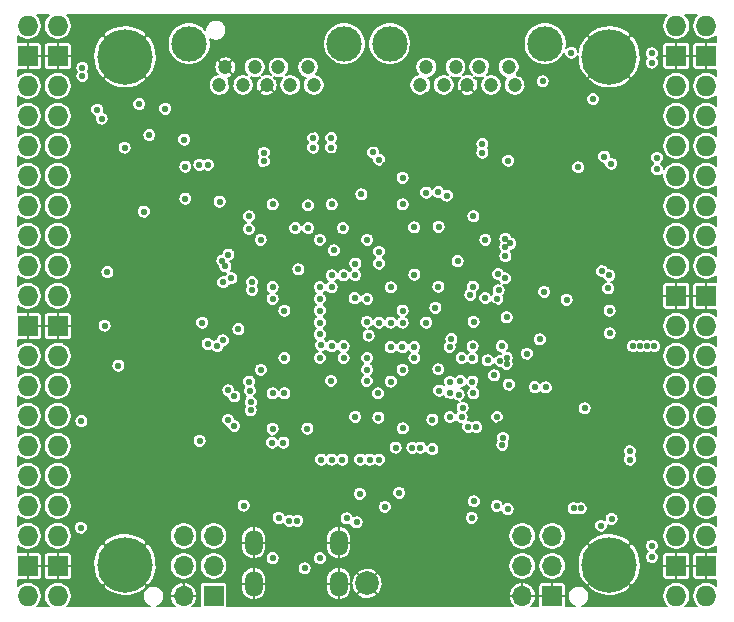
<source format=gbr>
G04 #@! TF.GenerationSoftware,KiCad,Pcbnew,5.1.7-a382d34a8~87~ubuntu20.04.1*
G04 #@! TF.CreationDate,2020-11-22T14:39:13-08:00*
G04 #@! TF.ProjectId,artix7-pcie-v2,61727469-7837-42d7-9063-69652d76322e,rev?*
G04 #@! TF.SameCoordinates,PX69f4060PY6b00940*
G04 #@! TF.FileFunction,Copper,L2,Inr*
G04 #@! TF.FilePolarity,Positive*
%FSLAX46Y46*%
G04 Gerber Fmt 4.6, Leading zero omitted, Abs format (unit mm)*
G04 Created by KiCad (PCBNEW 5.1.7-a382d34a8~87~ubuntu20.04.1) date 2020-11-22 14:39:13*
%MOMM*%
%LPD*%
G01*
G04 APERTURE LIST*
G04 #@! TA.AperFunction,ComponentPad*
%ADD10C,3.000000*%
G04 #@! TD*
G04 #@! TA.AperFunction,ComponentPad*
%ADD11C,1.200000*%
G04 #@! TD*
G04 #@! TA.AperFunction,ComponentPad*
%ADD12C,4.700000*%
G04 #@! TD*
G04 #@! TA.AperFunction,ComponentPad*
%ADD13C,0.550000*%
G04 #@! TD*
G04 #@! TA.AperFunction,ComponentPad*
%ADD14O,1.500000X2.200000*%
G04 #@! TD*
G04 #@! TA.AperFunction,ComponentPad*
%ADD15C,2.000000*%
G04 #@! TD*
G04 #@! TA.AperFunction,ComponentPad*
%ADD16O,1.700000X1.700000*%
G04 #@! TD*
G04 #@! TA.AperFunction,ComponentPad*
%ADD17R,1.700000X1.700000*%
G04 #@! TD*
G04 #@! TA.AperFunction,ComponentPad*
%ADD18O,1.727200X1.727200*%
G04 #@! TD*
G04 #@! TA.AperFunction,ComponentPad*
%ADD19R,1.727200X1.727200*%
G04 #@! TD*
G04 #@! TA.AperFunction,ViaPad*
%ADD20C,0.550000*%
G04 #@! TD*
G04 #@! TA.AperFunction,Conductor*
%ADD21C,0.127000*%
G04 #@! TD*
G04 #@! TA.AperFunction,Conductor*
%ADD22C,0.100000*%
G04 #@! TD*
G04 APERTURE END LIST*
D10*
X31920000Y48000000D03*
X45060000Y48000000D03*
D11*
X42490000Y44500000D03*
X40490000Y44500000D03*
X38490000Y44500000D03*
X36490000Y44500000D03*
X34490000Y44500000D03*
X34990000Y46000000D03*
X37490000Y46000000D03*
X39490000Y46000000D03*
X41990000Y46000000D03*
D12*
X50490000Y3890000D03*
X50490000Y46890000D03*
X9490000Y3890000D03*
X9490000Y46890000D03*
D13*
X22000000Y4440000D03*
X26000000Y4440000D03*
D14*
X20400000Y2290000D03*
X27600000Y2290000D03*
X27600000Y5760000D03*
X20400000Y5760000D03*
D15*
X29990000Y2300000D03*
D16*
X43130000Y6330000D03*
X45670000Y6330000D03*
X43130000Y3790000D03*
X45670000Y3790000D03*
X43130000Y1250000D03*
D17*
X45670000Y1250000D03*
D16*
X14460000Y6330000D03*
X17000000Y6330000D03*
X14460000Y3790000D03*
X17000000Y3790000D03*
X14460000Y1250000D03*
D17*
X17000000Y1250000D03*
D18*
X1270000Y1250000D03*
X3810000Y1250000D03*
D19*
X1270000Y3790000D03*
X3810000Y3790000D03*
D18*
X1270000Y6330000D03*
X3810000Y6330000D03*
X1270000Y8870000D03*
X3810000Y8870000D03*
X1270000Y11410000D03*
X3810000Y11410000D03*
X1270000Y13950000D03*
X3810000Y13950000D03*
X1270000Y16490000D03*
X3810000Y16490000D03*
X1270000Y19030000D03*
X3810000Y19030000D03*
X1270000Y21570000D03*
X3810000Y21570000D03*
D19*
X1270000Y24110000D03*
X3810000Y24110000D03*
D18*
X1270000Y26650000D03*
X3810000Y26650000D03*
X1270000Y29190000D03*
X3810000Y29190000D03*
X1270000Y31730000D03*
X3810000Y31730000D03*
X1270000Y34270000D03*
X3810000Y34270000D03*
X1270000Y36810000D03*
X3810000Y36810000D03*
X1270000Y39350000D03*
X3810000Y39350000D03*
X1270000Y41890000D03*
X3810000Y41890000D03*
X1270000Y44430000D03*
X3810000Y44430000D03*
D19*
X1270000Y46970000D03*
X3810000Y46970000D03*
D18*
X1270000Y49510000D03*
X3810000Y49510000D03*
D10*
X14920000Y48000000D03*
X28060000Y48000000D03*
D11*
X25490000Y44500000D03*
X23490000Y44500000D03*
X21490000Y44500000D03*
X19490000Y44500000D03*
X17490000Y44500000D03*
X17990000Y46000000D03*
X20490000Y46000000D03*
X22490000Y46000000D03*
X24990000Y46000000D03*
D18*
X58710000Y49510000D03*
X56170000Y49510000D03*
D19*
X58710000Y46970000D03*
X56170000Y46970000D03*
D18*
X58710000Y44430000D03*
X56170000Y44430000D03*
X58710000Y41890000D03*
X56170000Y41890000D03*
X58710000Y39350000D03*
X56170000Y39350000D03*
X58710000Y36810000D03*
X56170000Y36810000D03*
X58710000Y34270000D03*
X56170000Y34270000D03*
X58710000Y31730000D03*
X56170000Y31730000D03*
X58710000Y29190000D03*
X56170000Y29190000D03*
D19*
X58710000Y26650000D03*
X56170000Y26650000D03*
D18*
X58710000Y24110000D03*
X56170000Y24110000D03*
X58710000Y21570000D03*
X56170000Y21570000D03*
X58710000Y19030000D03*
X56170000Y19030000D03*
X58710000Y16490000D03*
X56170000Y16490000D03*
X58710000Y13950000D03*
X56170000Y13950000D03*
X58710000Y11410000D03*
X56170000Y11410000D03*
X58710000Y8870000D03*
X56170000Y8870000D03*
X58710000Y6330000D03*
X56170000Y6330000D03*
D19*
X58710000Y3790000D03*
X56170000Y3790000D03*
D18*
X58710000Y1250000D03*
X56170000Y1250000D03*
D20*
X18828000Y46980000D03*
X10700000Y38490000D03*
X27000000Y26390000D03*
X28000000Y25390000D03*
X27000000Y24390000D03*
X28000000Y23390000D03*
X30000000Y22390000D03*
X31000000Y22390000D03*
X28000000Y24390000D03*
X29000000Y24390000D03*
X25000000Y24390000D03*
X26000000Y28390000D03*
X28000000Y27390000D03*
X26000000Y32390000D03*
X27000000Y32390000D03*
X30000000Y28390000D03*
X30000000Y29390000D03*
X30000000Y30390000D03*
X29000000Y30390000D03*
X31000000Y33390000D03*
X27000000Y21390000D03*
X34000000Y24390000D03*
X23000000Y20390000D03*
X24000000Y17390000D03*
X33000000Y16390000D03*
X38000000Y22390000D03*
X32000000Y29390000D03*
X22000000Y33390000D03*
X27591000Y36591400D03*
X24000000Y33390000D03*
X21000000Y16390000D03*
X28986217Y27401998D03*
X32000000Y20390000D03*
X25000000Y19390000D03*
X23990000Y24471544D03*
X37000000Y34390000D03*
X33989999Y19308457D03*
X38000000Y32390000D03*
X41200000Y33190000D03*
X29000000Y19446010D03*
X36986130Y21376130D03*
X23950000Y1140000D03*
X37000000Y11490000D03*
X37000000Y10890000D03*
X37000000Y10290000D03*
X28000000Y16355511D03*
X28000000Y30390000D03*
X6100000Y39390000D03*
X30024084Y15373010D03*
X41180000Y35423000D03*
X25900000Y5690000D03*
X29500000Y36590000D03*
X30500000Y36590000D03*
X31000000Y32390000D03*
X29602585Y34231701D03*
X40709522Y25796011D03*
X37233613Y25290512D03*
X39028920Y29419412D03*
X35819521Y21288013D03*
X23561772Y36579948D03*
X24782645Y29492918D03*
X37420834Y14060834D03*
X20964095Y25431742D03*
X22001512Y23383952D03*
X18898832Y19614973D03*
X21500000Y36640000D03*
X20500000Y36640000D03*
X37898711Y34615235D03*
X26905200Y42382600D03*
X14000000Y42424490D03*
X41235756Y15763314D03*
X9850000Y12300000D03*
X8866256Y35897604D03*
X39530024Y19126649D03*
X36770000Y17750000D03*
X42090000Y23770000D03*
X11350000Y32330000D03*
X13160000Y33540000D03*
X11220000Y30410000D03*
X11716000Y25600000D03*
X13910000Y33530000D03*
X16810000Y34270000D03*
X7090000Y13430000D03*
X12170000Y8880000D03*
X4780000Y22590000D03*
X46430000Y39930000D03*
X49070000Y36750000D03*
X44720000Y20430000D03*
X42740000Y15290000D03*
X49160000Y20460000D03*
X48940000Y22330000D03*
X48420000Y24490000D03*
X44370000Y19980000D03*
X46414490Y32930000D03*
X48110053Y36751011D03*
X44260000Y25380000D03*
X51540000Y11550000D03*
X35974212Y3304490D03*
X5840000Y18070000D03*
X7610000Y31280000D03*
X50495989Y26593181D03*
X33530000Y7850000D03*
X21554447Y7835553D03*
X25000000Y26400000D03*
X27970000Y18380000D03*
X44482000Y5705000D03*
X6382000Y18070000D03*
X15018000Y21580000D03*
X8287000Y44059000D03*
X7906000Y8880000D03*
X50705000Y43805000D03*
X49943000Y43805000D03*
X52610000Y9134000D03*
X53118000Y8626000D03*
X36354000Y37455000D03*
X35973000Y37074000D03*
X18828000Y28819000D03*
X21982961Y28316726D03*
X25043934Y27414467D03*
X37037512Y32420574D03*
X32990000Y27424490D03*
X25000000Y23390000D03*
X34990000Y32460000D03*
X33993407Y33396593D03*
X19336000Y47488000D03*
X19844000Y47996000D03*
X20606000Y48250000D03*
X21368000Y48250000D03*
X22130000Y48250000D03*
X22892000Y48250000D03*
X23654000Y48250000D03*
X24416000Y48250000D03*
X21368000Y46726000D03*
X18574000Y43932000D03*
X16796000Y45456000D03*
X16796000Y43678000D03*
X18497800Y44668600D03*
X16338800Y44567000D03*
X23298400Y46726000D03*
X24238200Y46726000D03*
X25660600Y48072200D03*
X26092400Y47437200D03*
X26981400Y46345000D03*
X27083000Y45506800D03*
X27184600Y44744800D03*
X27184600Y43982800D03*
X25305000Y40706200D03*
X26905200Y38496400D03*
X26879800Y37912200D03*
X26879800Y37328000D03*
X26905200Y36718400D03*
X27591000Y37150200D03*
X27591000Y37759800D03*
X27591000Y38369400D03*
X17481800Y43436700D03*
X18180300Y43385900D03*
X19069300Y43385900D03*
X19767800Y43385900D03*
X25343100Y43284300D03*
X26943300Y43170000D03*
X23247600Y41493600D03*
X23361900Y42865200D03*
X23781000Y43297000D03*
X27603700Y38953600D03*
X28086300Y39283800D03*
X29635700Y40757000D03*
X30296100Y41417400D03*
X29711900Y41392000D03*
X30359600Y42039700D03*
X30943800Y42065100D03*
X30994600Y42674700D03*
X31566100Y42687400D03*
X31693100Y43373200D03*
X32302700Y43424000D03*
X32404300Y44084400D03*
X27362400Y41836500D03*
X27806900Y42293700D03*
X28480000Y42179400D03*
X28924500Y42611200D03*
X29381700Y43055700D03*
X29826200Y43500200D03*
X30270700Y43944700D03*
X30702500Y44389200D03*
X31134300Y44821000D03*
X31566100Y45252800D03*
X31997900Y45684600D03*
X32442400Y46116400D03*
X34004500Y45671900D03*
X33801300Y47640400D03*
X34461700Y48123000D03*
X35058600Y48135700D03*
X35655500Y48148400D03*
X36252400Y48148400D03*
X36849300Y48148400D03*
X36696900Y46814900D03*
X33953700Y43614500D03*
X35096700Y43665300D03*
X35769800Y43678000D03*
X37090600Y43652600D03*
X37865300Y43639900D03*
X39211500Y43627200D03*
X39833800Y43652600D03*
X28988000Y37975700D03*
X30524700Y39512400D03*
X30956500Y39931500D03*
X31502600Y37696300D03*
X31756600Y38255100D03*
X32188400Y38686900D03*
X33966400Y42217500D03*
X34563300Y42217500D03*
X35160200Y42217500D03*
X35757100Y42217500D03*
X36354000Y42217500D03*
X36925500Y42217500D03*
X37509700Y42217500D03*
X38106600Y42217500D03*
X38703500Y42217500D03*
X41408600Y42395300D03*
X41827700Y42827100D03*
X42284900Y43195400D03*
X40481500Y45786200D03*
X42881800Y45443300D03*
X43326300Y45100400D03*
X43542200Y44579700D03*
X43415200Y44008200D03*
X45819632Y43396023D03*
X37433500Y48148400D03*
X38030400Y48148400D03*
X38627300Y47932500D03*
X39046400Y47500700D03*
X39414700Y47030800D03*
X21507700Y37391500D03*
X48301265Y13757910D03*
X23552400Y38369400D03*
X23552400Y37785200D03*
X23552400Y37201000D03*
X25470100Y37264500D03*
X25178000Y38432900D03*
X22765000Y40934800D03*
X22726900Y39690200D03*
X22409400Y40274400D03*
X30000000Y20390000D03*
X34000000Y21390000D03*
X31000000Y30390000D03*
X11100000Y33790000D03*
X14500000Y39890000D03*
X33000000Y25402555D03*
X14600000Y34890000D03*
X14600000Y37590000D03*
X37888079Y19436411D03*
X40200000Y21190000D03*
X50400000Y27290000D03*
X36985646Y22323740D03*
X9459983Y39192002D03*
X41904481Y8590008D03*
X50687762Y7764068D03*
X41439692Y14029692D03*
X40969521Y8872935D03*
X38073778Y17180383D03*
X41500000Y14640000D03*
X38855988Y7855988D03*
X47470000Y8650000D03*
X48080000Y8650000D03*
X31503390Y8786610D03*
X19540000Y8900000D03*
X26940000Y19450000D03*
X54102001Y5488737D03*
X54102001Y4530001D03*
X28000000Y28390000D03*
X27000000Y28390000D03*
X27000000Y27390000D03*
X26000000Y26390000D03*
X26000000Y27390000D03*
X26000000Y31390000D03*
X27940000Y32390000D03*
X25000000Y32390000D03*
X26000000Y25390000D03*
X26000000Y24390000D03*
X26000000Y23390000D03*
X26000000Y21390000D03*
X27000000Y22390000D03*
X28000000Y22390000D03*
X28000000Y21390000D03*
X17750000Y29640000D03*
X18000000Y29140000D03*
X27187238Y30497541D03*
X18250000Y30140000D03*
X26095000Y22485000D03*
X30000000Y21390000D03*
X30000000Y31390000D03*
X31000000Y24390000D03*
X28936130Y26453870D03*
X31000000Y29390000D03*
X30120000Y23290000D03*
X41800000Y21424490D03*
X41400000Y22390000D03*
X41800000Y20890000D03*
X41250000Y21140000D03*
X32000000Y27380000D03*
X26100000Y12790000D03*
X27000000Y12790000D03*
X27900000Y12790000D03*
X29400000Y12790000D03*
X30200000Y12790000D03*
X31000000Y12790000D03*
X54300000Y22390000D03*
X53700000Y22390000D03*
X53100000Y22390000D03*
X52500000Y22390000D03*
X8000000Y28660000D03*
X7770000Y24120000D03*
X8942000Y20740000D03*
X15820000Y14370000D03*
X50060000Y38440000D03*
X50660000Y37840000D03*
X45130000Y18900000D03*
X44191432Y18923072D03*
X31988882Y22308447D03*
X30956691Y16345308D03*
X32000000Y19390000D03*
X33000000Y20390000D03*
X33815635Y13781511D03*
X29000000Y29390000D03*
X32710469Y9967153D03*
X29967473Y19446010D03*
X32000000Y24390000D03*
X34492167Y13806990D03*
X32411316Y13806990D03*
X35516468Y13677010D03*
X39030000Y9260000D03*
X44980000Y26990000D03*
X38918082Y21385287D03*
X50500000Y28390000D03*
X41662611Y28133921D03*
X44620000Y22970000D03*
X41800000Y24820000D03*
X43520000Y21750000D03*
X50535000Y23485000D03*
X50520000Y25400000D03*
X18216780Y16147317D03*
X20150000Y17640000D03*
X18731414Y15632683D03*
X20140000Y16960000D03*
X20000000Y19390000D03*
X18242683Y18647317D03*
X20075446Y18603017D03*
X18757317Y18132683D03*
X20250000Y27140000D03*
X17812000Y27803000D03*
X20250000Y27817013D03*
X18507317Y28147317D03*
X36018668Y35439497D03*
X39750000Y39503900D03*
X36750000Y35140000D03*
X39750000Y38776100D03*
X52250000Y12776100D03*
X38540000Y15550000D03*
X52250000Y13503900D03*
X39240000Y15530000D03*
X34000000Y28455510D03*
X41021445Y26396884D03*
X38748111Y26732250D03*
X35781905Y25634671D03*
X37650000Y29590000D03*
X39000000Y18390000D03*
X42000000Y19140000D03*
X28260000Y7810000D03*
X29375686Y9887792D03*
X29107406Y7470177D03*
X30918980Y18390000D03*
X28987675Y16402325D03*
X33021607Y15436232D03*
X35526468Y16180039D03*
X37739146Y18287478D03*
X40997378Y16396971D03*
X37135365Y22983989D03*
X38000000Y21390000D03*
X38929337Y22377405D03*
X32989999Y22308456D03*
X33989999Y22308456D03*
X33000000Y24390000D03*
X33000000Y36640000D03*
X47276000Y47234000D03*
X49119697Y43307910D03*
X41942000Y38090000D03*
X24076776Y7607870D03*
X36020442Y20437635D03*
X36098875Y18637846D03*
X37000000Y18390000D03*
X23400000Y7590000D03*
X37009806Y19377742D03*
X22499623Y7852990D03*
X21250000Y38036100D03*
X20987000Y31390000D03*
X21250000Y38763900D03*
X23908456Y32390001D03*
X23000000Y21390000D03*
X23000000Y18390000D03*
X22000000Y15390000D03*
X22000000Y18390000D03*
X21000000Y20390000D03*
X23000000Y25390000D03*
X22000000Y27390000D03*
X20000000Y33390000D03*
X19990001Y32308457D03*
X24170719Y28893841D03*
X19104115Y23835783D03*
X16492000Y22580000D03*
X5800000Y16050000D03*
X17300000Y22390000D03*
X17786000Y22876000D03*
X7525000Y41646000D03*
X7144000Y42408000D03*
X5877999Y45284239D03*
X5877999Y45967999D03*
X5755570Y7019430D03*
X24934873Y15413351D03*
X33000000Y34390000D03*
X39000000Y33390000D03*
X35000000Y35390000D03*
X40000000Y31390000D03*
X41700000Y31490000D03*
X41700000Y30790000D03*
X54100000Y47190000D03*
X33979470Y32454916D03*
X54100000Y46390000D03*
X36050000Y32490000D03*
X42100000Y31090000D03*
X54544399Y38345601D03*
X54544399Y37357399D03*
X39007558Y24451416D03*
X39990001Y26471543D03*
X10700000Y42890000D03*
X38956073Y27434059D03*
X12900000Y42490000D03*
X11550000Y40257910D03*
X22000000Y34390000D03*
X24989999Y34308456D03*
X29506294Y35238201D03*
X27000000Y34390000D03*
X46880000Y26320000D03*
X47860000Y37540000D03*
X48410176Y17136234D03*
X37000000Y16390000D03*
X16513900Y37740000D03*
X38000000Y16390000D03*
X15786100Y37740000D03*
X35000000Y24390000D03*
X36034838Y27423167D03*
X41700000Y30007910D03*
X44863000Y44821000D03*
X49890000Y28740000D03*
X41087379Y28490927D03*
X41122316Y27109353D03*
X40752812Y19915009D03*
X17500000Y34640000D03*
X22000000Y26390000D03*
X16034000Y24374000D03*
X49797638Y7187638D03*
X24700000Y3590000D03*
X38906892Y19391319D03*
X31000000Y38190000D03*
X30500000Y38790000D03*
X26957000Y40014568D03*
X25432000Y40014568D03*
X25432000Y39211568D03*
X26957000Y39211568D03*
X30000000Y26390000D03*
X28990000Y28410000D03*
X29980000Y24450000D03*
X21940000Y14220000D03*
X22900000Y14220000D03*
D21*
X2892580Y50262907D02*
X2763323Y50069461D01*
X2674289Y49854514D01*
X2628900Y49626328D01*
X2628900Y49393672D01*
X2674289Y49165486D01*
X2763323Y48950539D01*
X2892580Y48757093D01*
X3057093Y48592580D01*
X3250539Y48463323D01*
X3465486Y48374289D01*
X3693672Y48328900D01*
X3926328Y48328900D01*
X4154514Y48374289D01*
X4369461Y48463323D01*
X4562907Y48592580D01*
X4699888Y48729561D01*
X7651146Y48729561D01*
X9490000Y46890707D01*
X11328854Y48729561D01*
X11065099Y49058789D01*
X10611724Y49324403D01*
X10115242Y49496465D01*
X9594732Y49568361D01*
X9070198Y49537329D01*
X8561796Y49404562D01*
X8089064Y49175161D01*
X7914901Y49058789D01*
X7651146Y48729561D01*
X4699888Y48729561D01*
X4727420Y48757093D01*
X4856677Y48950539D01*
X4945711Y49165486D01*
X4991100Y49393672D01*
X4991100Y49626328D01*
X4945711Y49854514D01*
X4856677Y50069461D01*
X4727420Y50262907D01*
X4567827Y50422500D01*
X55412173Y50422500D01*
X55252580Y50262907D01*
X55123323Y50069461D01*
X55034289Y49854514D01*
X54988900Y49626328D01*
X54988900Y49393672D01*
X55034289Y49165486D01*
X55123323Y48950539D01*
X55252580Y48757093D01*
X55417093Y48592580D01*
X55610539Y48463323D01*
X55825486Y48374289D01*
X56053672Y48328900D01*
X56286328Y48328900D01*
X56514514Y48374289D01*
X56729461Y48463323D01*
X56922907Y48592580D01*
X57087420Y48757093D01*
X57216677Y48950539D01*
X57305711Y49165486D01*
X57351100Y49393672D01*
X57351100Y49626328D01*
X57305711Y49854514D01*
X57216677Y50069461D01*
X57087420Y50262907D01*
X56927827Y50422500D01*
X57952173Y50422500D01*
X57792580Y50262907D01*
X57663323Y50069461D01*
X57574289Y49854514D01*
X57528900Y49626328D01*
X57528900Y49393672D01*
X57574289Y49165486D01*
X57663323Y48950539D01*
X57792580Y48757093D01*
X57957093Y48592580D01*
X58150539Y48463323D01*
X58365486Y48374289D01*
X58593672Y48328900D01*
X58826328Y48328900D01*
X59054514Y48374289D01*
X59269461Y48463323D01*
X59462907Y48592580D01*
X59522500Y48652173D01*
X59522500Y48152536D01*
X58789875Y48151100D01*
X58710500Y48071725D01*
X58710500Y46970500D01*
X58730500Y46970500D01*
X58730500Y46969500D01*
X58710500Y46969500D01*
X58710500Y45868275D01*
X58789875Y45788900D01*
X59522500Y45787464D01*
X59522500Y45287827D01*
X59462907Y45347420D01*
X59269461Y45476677D01*
X59054514Y45565711D01*
X58826328Y45611100D01*
X58593672Y45611100D01*
X58365486Y45565711D01*
X58150539Y45476677D01*
X57957093Y45347420D01*
X57792580Y45182907D01*
X57663323Y44989461D01*
X57574289Y44774514D01*
X57528900Y44546328D01*
X57528900Y44313672D01*
X57574289Y44085486D01*
X57663323Y43870539D01*
X57792580Y43677093D01*
X57957093Y43512580D01*
X58150539Y43383323D01*
X58365486Y43294289D01*
X58593672Y43248900D01*
X58826328Y43248900D01*
X59054514Y43294289D01*
X59269461Y43383323D01*
X59462907Y43512580D01*
X59522500Y43572173D01*
X59522500Y42747827D01*
X59462907Y42807420D01*
X59269461Y42936677D01*
X59054514Y43025711D01*
X58826328Y43071100D01*
X58593672Y43071100D01*
X58365486Y43025711D01*
X58150539Y42936677D01*
X57957093Y42807420D01*
X57792580Y42642907D01*
X57663323Y42449461D01*
X57574289Y42234514D01*
X57528900Y42006328D01*
X57528900Y41773672D01*
X57574289Y41545486D01*
X57663323Y41330539D01*
X57792580Y41137093D01*
X57957093Y40972580D01*
X58150539Y40843323D01*
X58365486Y40754289D01*
X58593672Y40708900D01*
X58826328Y40708900D01*
X59054514Y40754289D01*
X59269461Y40843323D01*
X59462907Y40972580D01*
X59522500Y41032173D01*
X59522500Y40207827D01*
X59462907Y40267420D01*
X59269461Y40396677D01*
X59054514Y40485711D01*
X58826328Y40531100D01*
X58593672Y40531100D01*
X58365486Y40485711D01*
X58150539Y40396677D01*
X57957093Y40267420D01*
X57792580Y40102907D01*
X57663323Y39909461D01*
X57574289Y39694514D01*
X57528900Y39466328D01*
X57528900Y39233672D01*
X57574289Y39005486D01*
X57663323Y38790539D01*
X57792580Y38597093D01*
X57957093Y38432580D01*
X58150539Y38303323D01*
X58365486Y38214289D01*
X58593672Y38168900D01*
X58826328Y38168900D01*
X59054514Y38214289D01*
X59269461Y38303323D01*
X59462907Y38432580D01*
X59522500Y38492173D01*
X59522500Y37667827D01*
X59462907Y37727420D01*
X59269461Y37856677D01*
X59054514Y37945711D01*
X58826328Y37991100D01*
X58593672Y37991100D01*
X58365486Y37945711D01*
X58150539Y37856677D01*
X57957093Y37727420D01*
X57792580Y37562907D01*
X57663323Y37369461D01*
X57574289Y37154514D01*
X57528900Y36926328D01*
X57528900Y36693672D01*
X57574289Y36465486D01*
X57663323Y36250539D01*
X57792580Y36057093D01*
X57957093Y35892580D01*
X58150539Y35763323D01*
X58365486Y35674289D01*
X58593672Y35628900D01*
X58826328Y35628900D01*
X59054514Y35674289D01*
X59269461Y35763323D01*
X59462907Y35892580D01*
X59522500Y35952173D01*
X59522500Y35127827D01*
X59462907Y35187420D01*
X59269461Y35316677D01*
X59054514Y35405711D01*
X58826328Y35451100D01*
X58593672Y35451100D01*
X58365486Y35405711D01*
X58150539Y35316677D01*
X57957093Y35187420D01*
X57792580Y35022907D01*
X57663323Y34829461D01*
X57574289Y34614514D01*
X57528900Y34386328D01*
X57528900Y34153672D01*
X57574289Y33925486D01*
X57663323Y33710539D01*
X57792580Y33517093D01*
X57957093Y33352580D01*
X58150539Y33223323D01*
X58365486Y33134289D01*
X58593672Y33088900D01*
X58826328Y33088900D01*
X59054514Y33134289D01*
X59269461Y33223323D01*
X59462907Y33352580D01*
X59522500Y33412173D01*
X59522500Y32587827D01*
X59462907Y32647420D01*
X59269461Y32776677D01*
X59054514Y32865711D01*
X58826328Y32911100D01*
X58593672Y32911100D01*
X58365486Y32865711D01*
X58150539Y32776677D01*
X57957093Y32647420D01*
X57792580Y32482907D01*
X57663323Y32289461D01*
X57574289Y32074514D01*
X57528900Y31846328D01*
X57528900Y31613672D01*
X57574289Y31385486D01*
X57663323Y31170539D01*
X57792580Y30977093D01*
X57957093Y30812580D01*
X58150539Y30683323D01*
X58365486Y30594289D01*
X58593672Y30548900D01*
X58826328Y30548900D01*
X59054514Y30594289D01*
X59269461Y30683323D01*
X59462907Y30812580D01*
X59522500Y30872173D01*
X59522500Y30047827D01*
X59462907Y30107420D01*
X59269461Y30236677D01*
X59054514Y30325711D01*
X58826328Y30371100D01*
X58593672Y30371100D01*
X58365486Y30325711D01*
X58150539Y30236677D01*
X57957093Y30107420D01*
X57792580Y29942907D01*
X57663323Y29749461D01*
X57574289Y29534514D01*
X57528900Y29306328D01*
X57528900Y29073672D01*
X57574289Y28845486D01*
X57663323Y28630539D01*
X57792580Y28437093D01*
X57957093Y28272580D01*
X58150539Y28143323D01*
X58365486Y28054289D01*
X58593672Y28008900D01*
X58826328Y28008900D01*
X59054514Y28054289D01*
X59269461Y28143323D01*
X59462907Y28272580D01*
X59522500Y28332173D01*
X59522500Y27832536D01*
X58789875Y27831100D01*
X58710500Y27751725D01*
X58710500Y26650500D01*
X58730500Y26650500D01*
X58730500Y26649500D01*
X58710500Y26649500D01*
X58710500Y25548275D01*
X58789875Y25468900D01*
X59522500Y25467464D01*
X59522501Y24967826D01*
X59462907Y25027420D01*
X59269461Y25156677D01*
X59054514Y25245711D01*
X58826328Y25291100D01*
X58593672Y25291100D01*
X58365486Y25245711D01*
X58150539Y25156677D01*
X57957093Y25027420D01*
X57792580Y24862907D01*
X57663323Y24669461D01*
X57574289Y24454514D01*
X57528900Y24226328D01*
X57528900Y23993672D01*
X57574289Y23765486D01*
X57663323Y23550539D01*
X57792580Y23357093D01*
X57957093Y23192580D01*
X58150539Y23063323D01*
X58365486Y22974289D01*
X58593672Y22928900D01*
X58826328Y22928900D01*
X59054514Y22974289D01*
X59269461Y23063323D01*
X59462907Y23192580D01*
X59522501Y23252174D01*
X59522501Y22427826D01*
X59462907Y22487420D01*
X59269461Y22616677D01*
X59054514Y22705711D01*
X58826328Y22751100D01*
X58593672Y22751100D01*
X58365486Y22705711D01*
X58150539Y22616677D01*
X57957093Y22487420D01*
X57792580Y22322907D01*
X57663323Y22129461D01*
X57574289Y21914514D01*
X57528900Y21686328D01*
X57528900Y21453672D01*
X57574289Y21225486D01*
X57663323Y21010539D01*
X57792580Y20817093D01*
X57957093Y20652580D01*
X58150539Y20523323D01*
X58365486Y20434289D01*
X58593672Y20388900D01*
X58826328Y20388900D01*
X59054514Y20434289D01*
X59269461Y20523323D01*
X59462907Y20652580D01*
X59522501Y20712174D01*
X59522501Y19887826D01*
X59462907Y19947420D01*
X59269461Y20076677D01*
X59054514Y20165711D01*
X58826328Y20211100D01*
X58593672Y20211100D01*
X58365486Y20165711D01*
X58150539Y20076677D01*
X57957093Y19947420D01*
X57792580Y19782907D01*
X57663323Y19589461D01*
X57574289Y19374514D01*
X57528900Y19146328D01*
X57528900Y18913672D01*
X57574289Y18685486D01*
X57663323Y18470539D01*
X57792580Y18277093D01*
X57957093Y18112580D01*
X58150539Y17983323D01*
X58365486Y17894289D01*
X58593672Y17848900D01*
X58826328Y17848900D01*
X59054514Y17894289D01*
X59269461Y17983323D01*
X59462907Y18112580D01*
X59522501Y18172174D01*
X59522501Y17347826D01*
X59462907Y17407420D01*
X59269461Y17536677D01*
X59054514Y17625711D01*
X58826328Y17671100D01*
X58593672Y17671100D01*
X58365486Y17625711D01*
X58150539Y17536677D01*
X57957093Y17407420D01*
X57792580Y17242907D01*
X57663323Y17049461D01*
X57574289Y16834514D01*
X57528900Y16606328D01*
X57528900Y16373672D01*
X57574289Y16145486D01*
X57663323Y15930539D01*
X57792580Y15737093D01*
X57957093Y15572580D01*
X58150539Y15443323D01*
X58365486Y15354289D01*
X58593672Y15308900D01*
X58826328Y15308900D01*
X59054514Y15354289D01*
X59269461Y15443323D01*
X59462907Y15572580D01*
X59522501Y15632174D01*
X59522501Y14807826D01*
X59462907Y14867420D01*
X59269461Y14996677D01*
X59054514Y15085711D01*
X58826328Y15131100D01*
X58593672Y15131100D01*
X58365486Y15085711D01*
X58150539Y14996677D01*
X57957093Y14867420D01*
X57792580Y14702907D01*
X57663323Y14509461D01*
X57574289Y14294514D01*
X57528900Y14066328D01*
X57528900Y13833672D01*
X57574289Y13605486D01*
X57663323Y13390539D01*
X57792580Y13197093D01*
X57957093Y13032580D01*
X58150539Y12903323D01*
X58365486Y12814289D01*
X58593672Y12768900D01*
X58826328Y12768900D01*
X59054514Y12814289D01*
X59269461Y12903323D01*
X59462907Y13032580D01*
X59522501Y13092174D01*
X59522501Y12267826D01*
X59462907Y12327420D01*
X59269461Y12456677D01*
X59054514Y12545711D01*
X58826328Y12591100D01*
X58593672Y12591100D01*
X58365486Y12545711D01*
X58150539Y12456677D01*
X57957093Y12327420D01*
X57792580Y12162907D01*
X57663323Y11969461D01*
X57574289Y11754514D01*
X57528900Y11526328D01*
X57528900Y11293672D01*
X57574289Y11065486D01*
X57663323Y10850539D01*
X57792580Y10657093D01*
X57957093Y10492580D01*
X58150539Y10363323D01*
X58365486Y10274289D01*
X58593672Y10228900D01*
X58826328Y10228900D01*
X59054514Y10274289D01*
X59269461Y10363323D01*
X59462907Y10492580D01*
X59522501Y10552174D01*
X59522501Y9727826D01*
X59462907Y9787420D01*
X59269461Y9916677D01*
X59054514Y10005711D01*
X58826328Y10051100D01*
X58593672Y10051100D01*
X58365486Y10005711D01*
X58150539Y9916677D01*
X57957093Y9787420D01*
X57792580Y9622907D01*
X57663323Y9429461D01*
X57574289Y9214514D01*
X57528900Y8986328D01*
X57528900Y8753672D01*
X57574289Y8525486D01*
X57663323Y8310539D01*
X57792580Y8117093D01*
X57957093Y7952580D01*
X58150539Y7823323D01*
X58365486Y7734289D01*
X58593672Y7688900D01*
X58826328Y7688900D01*
X59054514Y7734289D01*
X59269461Y7823323D01*
X59462907Y7952580D01*
X59522501Y8012174D01*
X59522501Y7187826D01*
X59462907Y7247420D01*
X59269461Y7376677D01*
X59054514Y7465711D01*
X58826328Y7511100D01*
X58593672Y7511100D01*
X58365486Y7465711D01*
X58150539Y7376677D01*
X57957093Y7247420D01*
X57792580Y7082907D01*
X57663323Y6889461D01*
X57574289Y6674514D01*
X57528900Y6446328D01*
X57528900Y6213672D01*
X57574289Y5985486D01*
X57663323Y5770539D01*
X57792580Y5577093D01*
X57957093Y5412580D01*
X58150539Y5283323D01*
X58365486Y5194289D01*
X58593672Y5148900D01*
X58826328Y5148900D01*
X59054514Y5194289D01*
X59269461Y5283323D01*
X59462907Y5412580D01*
X59522501Y5472174D01*
X59522501Y4972536D01*
X58789875Y4971100D01*
X58710500Y4891725D01*
X58710500Y3790500D01*
X58730500Y3790500D01*
X58730500Y3789500D01*
X58710500Y3789500D01*
X58710500Y2688275D01*
X58789875Y2608900D01*
X59522501Y2607464D01*
X59522501Y2107826D01*
X59462907Y2167420D01*
X59269461Y2296677D01*
X59054514Y2385711D01*
X58826328Y2431100D01*
X58593672Y2431100D01*
X58365486Y2385711D01*
X58150539Y2296677D01*
X57957093Y2167420D01*
X57792580Y2002907D01*
X57663323Y1809461D01*
X57574289Y1594514D01*
X57528900Y1366328D01*
X57528900Y1133672D01*
X57574289Y905486D01*
X57663323Y690539D01*
X57792580Y497093D01*
X57932173Y357500D01*
X56947827Y357500D01*
X57087420Y497093D01*
X57216677Y690539D01*
X57305711Y905486D01*
X57351100Y1133672D01*
X57351100Y1366328D01*
X57305711Y1594514D01*
X57216677Y1809461D01*
X57087420Y2002907D01*
X56922907Y2167420D01*
X56729461Y2296677D01*
X56514514Y2385711D01*
X56286328Y2431100D01*
X56053672Y2431100D01*
X55825486Y2385711D01*
X55610539Y2296677D01*
X55417093Y2167420D01*
X55252580Y2002907D01*
X55123323Y1809461D01*
X55034289Y1594514D01*
X54988900Y1366328D01*
X54988900Y1133672D01*
X55034289Y905486D01*
X55123323Y690539D01*
X55252580Y497093D01*
X55392173Y357500D01*
X48200852Y357500D01*
X48323231Y408191D01*
X48469573Y505973D01*
X48594027Y630427D01*
X48691809Y776769D01*
X48759163Y939376D01*
X48793500Y1111998D01*
X48793500Y1288002D01*
X48759163Y1460624D01*
X48691809Y1623231D01*
X48594027Y1769573D01*
X48469573Y1894027D01*
X48323231Y1991809D01*
X48181686Y2050439D01*
X48651146Y2050439D01*
X48914901Y1721211D01*
X49368276Y1455597D01*
X49864758Y1283535D01*
X50385268Y1211639D01*
X50909802Y1242671D01*
X51418204Y1375438D01*
X51890936Y1604839D01*
X52065099Y1721211D01*
X52328854Y2050439D01*
X50490000Y3889293D01*
X48651146Y2050439D01*
X48181686Y2050439D01*
X48160624Y2059163D01*
X47988002Y2093500D01*
X47811998Y2093500D01*
X47639376Y2059163D01*
X47476769Y1991809D01*
X47330427Y1894027D01*
X47205973Y1769573D01*
X47108191Y1623231D01*
X47040837Y1460624D01*
X47006500Y1288002D01*
X47006500Y1111998D01*
X47040837Y939376D01*
X47108191Y776769D01*
X47205973Y630427D01*
X47330427Y505973D01*
X47476769Y408191D01*
X47599148Y357500D01*
X46834850Y357500D01*
X46839036Y400000D01*
X46837500Y1170125D01*
X46758125Y1249500D01*
X45670500Y1249500D01*
X45670500Y1229500D01*
X45669500Y1229500D01*
X45669500Y1249500D01*
X44581875Y1249500D01*
X44502500Y1170125D01*
X44500964Y400000D01*
X44505150Y357500D01*
X43875989Y357500D01*
X43922868Y393018D01*
X44074822Y564166D01*
X44190467Y761670D01*
X44265359Y977940D01*
X44283048Y1066869D01*
X44218125Y1249500D01*
X43130500Y1249500D01*
X43130500Y1229500D01*
X43129500Y1229500D01*
X43129500Y1249500D01*
X42041875Y1249500D01*
X41976952Y1066869D01*
X41994641Y977940D01*
X42069533Y761670D01*
X42185178Y564166D01*
X42337132Y393018D01*
X42384011Y357500D01*
X18164850Y357500D01*
X18169036Y400000D01*
X18169036Y2100000D01*
X18162906Y2162241D01*
X18144751Y2222090D01*
X18115269Y2277247D01*
X18105214Y2289500D01*
X19332500Y2289500D01*
X19332500Y1939500D01*
X19353109Y1731251D01*
X19413950Y1531024D01*
X19512684Y1346514D01*
X19645517Y1184811D01*
X19807344Y1052129D01*
X19991947Y953568D01*
X20192231Y892915D01*
X20232512Y885721D01*
X20399500Y951875D01*
X20399500Y2289500D01*
X20400500Y2289500D01*
X20400500Y951875D01*
X20567488Y885721D01*
X20607769Y892915D01*
X20808053Y953568D01*
X20992656Y1052129D01*
X21154483Y1184811D01*
X21287316Y1346514D01*
X21386050Y1531024D01*
X21446891Y1731251D01*
X21467500Y1939500D01*
X21467500Y2289500D01*
X26532500Y2289500D01*
X26532500Y1939500D01*
X26553109Y1731251D01*
X26613950Y1531024D01*
X26712684Y1346514D01*
X26845517Y1184811D01*
X27007344Y1052129D01*
X27191947Y953568D01*
X27392231Y892915D01*
X27432512Y885721D01*
X27599500Y951875D01*
X27599500Y2289500D01*
X27600500Y2289500D01*
X27600500Y951875D01*
X27767488Y885721D01*
X27807769Y892915D01*
X28008053Y953568D01*
X28192656Y1052129D01*
X28354483Y1184811D01*
X28487316Y1346514D01*
X28526453Y1419652D01*
X29110359Y1419652D01*
X29212250Y1228668D01*
X29436201Y1097522D01*
X29681433Y1012587D01*
X29938524Y977126D01*
X30197593Y992502D01*
X30448685Y1058125D01*
X30682149Y1171472D01*
X30767750Y1228668D01*
X30869641Y1419652D01*
X29990000Y2299293D01*
X29110359Y1419652D01*
X28526453Y1419652D01*
X28586050Y1531024D01*
X28646891Y1731251D01*
X28667500Y1939500D01*
X28667500Y2289500D01*
X27600500Y2289500D01*
X27599500Y2289500D01*
X26532500Y2289500D01*
X21467500Y2289500D01*
X20400500Y2289500D01*
X20399500Y2289500D01*
X19332500Y2289500D01*
X18105214Y2289500D01*
X18075593Y2325593D01*
X18027247Y2365269D01*
X17972090Y2394751D01*
X17912241Y2412906D01*
X17850000Y2419036D01*
X16150000Y2419036D01*
X16087759Y2412906D01*
X16027910Y2394751D01*
X15972753Y2365269D01*
X15924407Y2325593D01*
X15884731Y2277247D01*
X15855249Y2222090D01*
X15837094Y2162241D01*
X15830964Y2100000D01*
X15830964Y400000D01*
X15835150Y357500D01*
X15205989Y357500D01*
X15252868Y393018D01*
X15404822Y564166D01*
X15520467Y761670D01*
X15595359Y977940D01*
X15613048Y1066869D01*
X15548125Y1249500D01*
X14460500Y1249500D01*
X14460500Y1229500D01*
X14459500Y1229500D01*
X14459500Y1249500D01*
X13371875Y1249500D01*
X13306952Y1066869D01*
X13324641Y977940D01*
X13399533Y761670D01*
X13515178Y564166D01*
X13667132Y393018D01*
X13714011Y357500D01*
X12200852Y357500D01*
X12323231Y408191D01*
X12469573Y505973D01*
X12594027Y630427D01*
X12691809Y776769D01*
X12759163Y939376D01*
X12793500Y1111998D01*
X12793500Y1288002D01*
X12764632Y1433131D01*
X13306952Y1433131D01*
X13371875Y1250500D01*
X14459500Y1250500D01*
X14459500Y2338125D01*
X14460500Y2338125D01*
X14460500Y1250500D01*
X15548125Y1250500D01*
X15613048Y1433131D01*
X15595359Y1522060D01*
X15520467Y1738330D01*
X15404822Y1935834D01*
X15252868Y2106982D01*
X15070444Y2245196D01*
X14864561Y2345165D01*
X14643131Y2403048D01*
X14460500Y2338125D01*
X14459500Y2338125D01*
X14276869Y2403048D01*
X14055439Y2345165D01*
X13849556Y2245196D01*
X13667132Y2106982D01*
X13515178Y1935834D01*
X13399533Y1738330D01*
X13324641Y1522060D01*
X13306952Y1433131D01*
X12764632Y1433131D01*
X12759163Y1460624D01*
X12691809Y1623231D01*
X12594027Y1769573D01*
X12469573Y1894027D01*
X12323231Y1991809D01*
X12160624Y2059163D01*
X11988002Y2093500D01*
X11811998Y2093500D01*
X11639376Y2059163D01*
X11476769Y1991809D01*
X11330427Y1894027D01*
X11205973Y1769573D01*
X11108191Y1623231D01*
X11040837Y1460624D01*
X11006500Y1288002D01*
X11006500Y1111998D01*
X11040837Y939376D01*
X11108191Y776769D01*
X11205973Y630427D01*
X11330427Y505973D01*
X11476769Y408191D01*
X11599148Y357500D01*
X4587827Y357500D01*
X4727420Y497093D01*
X4856677Y690539D01*
X4945711Y905486D01*
X4991100Y1133672D01*
X4991100Y1366328D01*
X4945711Y1594514D01*
X4856677Y1809461D01*
X4727420Y2002907D01*
X4679888Y2050439D01*
X7651146Y2050439D01*
X7914901Y1721211D01*
X8368276Y1455597D01*
X8864758Y1283535D01*
X9385268Y1211639D01*
X9909802Y1242671D01*
X10418204Y1375438D01*
X10890936Y1604839D01*
X11065099Y1721211D01*
X11328854Y2050439D01*
X9490000Y3889293D01*
X7651146Y2050439D01*
X4679888Y2050439D01*
X4562907Y2167420D01*
X4369461Y2296677D01*
X4154514Y2385711D01*
X3926328Y2431100D01*
X3693672Y2431100D01*
X3465486Y2385711D01*
X3250539Y2296677D01*
X3057093Y2167420D01*
X2892580Y2002907D01*
X2763323Y1809461D01*
X2674289Y1594514D01*
X2628900Y1366328D01*
X2628900Y1133672D01*
X2674289Y905486D01*
X2763323Y690539D01*
X2892580Y497093D01*
X3032173Y357500D01*
X2047827Y357500D01*
X2187420Y497093D01*
X2316677Y690539D01*
X2405711Y905486D01*
X2451100Y1133672D01*
X2451100Y1366328D01*
X2405711Y1594514D01*
X2316677Y1809461D01*
X2187420Y2002907D01*
X2022907Y2167420D01*
X1829461Y2296677D01*
X1614514Y2385711D01*
X1386328Y2431100D01*
X1153672Y2431100D01*
X925486Y2385711D01*
X710539Y2296677D01*
X517093Y2167420D01*
X457500Y2107827D01*
X457500Y2607464D01*
X1190125Y2608900D01*
X1269500Y2688275D01*
X1269500Y3789500D01*
X1270500Y3789500D01*
X1270500Y2688275D01*
X1349875Y2608900D01*
X2133600Y2607364D01*
X2195841Y2613494D01*
X2255690Y2631649D01*
X2310847Y2661131D01*
X2359193Y2700807D01*
X2398869Y2749153D01*
X2428351Y2804310D01*
X2446506Y2864159D01*
X2452636Y2926400D01*
X2627364Y2926400D01*
X2633494Y2864159D01*
X2651649Y2804310D01*
X2681131Y2749153D01*
X2720807Y2700807D01*
X2769153Y2661131D01*
X2824310Y2631649D01*
X2884159Y2613494D01*
X2946400Y2607364D01*
X3730125Y2608900D01*
X3809500Y2688275D01*
X3809500Y3789500D01*
X3810500Y3789500D01*
X3810500Y2688275D01*
X3889875Y2608900D01*
X4673600Y2607364D01*
X4735841Y2613494D01*
X4795690Y2631649D01*
X4850847Y2661131D01*
X4899193Y2700807D01*
X4938869Y2749153D01*
X4968351Y2804310D01*
X4986506Y2864159D01*
X4992636Y2926400D01*
X4991100Y3710125D01*
X4911725Y3789500D01*
X3810500Y3789500D01*
X3809500Y3789500D01*
X2708275Y3789500D01*
X2628900Y3710125D01*
X2627364Y2926400D01*
X2452636Y2926400D01*
X2451100Y3710125D01*
X2371725Y3789500D01*
X1270500Y3789500D01*
X1269500Y3789500D01*
X1249500Y3789500D01*
X1249500Y3790500D01*
X1269500Y3790500D01*
X1269500Y4891725D01*
X1270500Y4891725D01*
X1270500Y3790500D01*
X2371725Y3790500D01*
X2451100Y3869875D01*
X2452636Y4653600D01*
X2627364Y4653600D01*
X2628900Y3869875D01*
X2708275Y3790500D01*
X3809500Y3790500D01*
X3809500Y4891725D01*
X3810500Y4891725D01*
X3810500Y3790500D01*
X4911725Y3790500D01*
X4991100Y3869875D01*
X4991344Y3994732D01*
X6811639Y3994732D01*
X6842671Y3470198D01*
X6975438Y2961796D01*
X7204839Y2489064D01*
X7321211Y2314901D01*
X7650439Y2051146D01*
X9489293Y3890000D01*
X9490707Y3890000D01*
X11329561Y2051146D01*
X11658789Y2314901D01*
X11924403Y2768276D01*
X12096465Y3264758D01*
X12168361Y3785268D01*
X12161279Y3904989D01*
X13292500Y3904989D01*
X13292500Y3675011D01*
X13337366Y3449453D01*
X13425375Y3236981D01*
X13553144Y3045762D01*
X13715762Y2883144D01*
X13906981Y2755375D01*
X14119453Y2667366D01*
X14345011Y2622500D01*
X14574989Y2622500D01*
X14800547Y2667366D01*
X15013019Y2755375D01*
X15204238Y2883144D01*
X15366856Y3045762D01*
X15494625Y3236981D01*
X15582634Y3449453D01*
X15627500Y3675011D01*
X15627500Y3904989D01*
X15832500Y3904989D01*
X15832500Y3675011D01*
X15877366Y3449453D01*
X15965375Y3236981D01*
X16093144Y3045762D01*
X16255762Y2883144D01*
X16446981Y2755375D01*
X16659453Y2667366D01*
X16885011Y2622500D01*
X17114989Y2622500D01*
X17205481Y2640500D01*
X19332500Y2640500D01*
X19332500Y2290500D01*
X20399500Y2290500D01*
X20399500Y3628125D01*
X20400500Y3628125D01*
X20400500Y2290500D01*
X21467500Y2290500D01*
X21467500Y2640500D01*
X26532500Y2640500D01*
X26532500Y2290500D01*
X27599500Y2290500D01*
X27599500Y3628125D01*
X27600500Y3628125D01*
X27600500Y2290500D01*
X28667500Y2290500D01*
X28667500Y2345175D01*
X28682502Y2092407D01*
X28748125Y1841315D01*
X28861472Y1607851D01*
X28918668Y1522250D01*
X29109652Y1420359D01*
X29989293Y2300000D01*
X29990707Y2300000D01*
X30870348Y1420359D01*
X30894287Y1433131D01*
X41976952Y1433131D01*
X42041875Y1250500D01*
X43129500Y1250500D01*
X43129500Y2338125D01*
X43130500Y2338125D01*
X43130500Y1250500D01*
X44218125Y1250500D01*
X44283048Y1433131D01*
X44265359Y1522060D01*
X44190467Y1738330D01*
X44074822Y1935834D01*
X43929067Y2100000D01*
X44500964Y2100000D01*
X44502500Y1329875D01*
X44581875Y1250500D01*
X45669500Y1250500D01*
X45669500Y2338125D01*
X45670500Y2338125D01*
X45670500Y1250500D01*
X46758125Y1250500D01*
X46837500Y1329875D01*
X46839036Y2100000D01*
X46832906Y2162241D01*
X46814751Y2222090D01*
X46785269Y2277247D01*
X46745593Y2325593D01*
X46697247Y2365269D01*
X46642090Y2394751D01*
X46582241Y2412906D01*
X46520000Y2419036D01*
X45749875Y2417500D01*
X45670500Y2338125D01*
X45669500Y2338125D01*
X45590125Y2417500D01*
X44820000Y2419036D01*
X44757759Y2412906D01*
X44697910Y2394751D01*
X44642753Y2365269D01*
X44594407Y2325593D01*
X44554731Y2277247D01*
X44525249Y2222090D01*
X44507094Y2162241D01*
X44500964Y2100000D01*
X43929067Y2100000D01*
X43922868Y2106982D01*
X43740444Y2245196D01*
X43534561Y2345165D01*
X43313131Y2403048D01*
X43130500Y2338125D01*
X43129500Y2338125D01*
X42946869Y2403048D01*
X42725439Y2345165D01*
X42519556Y2245196D01*
X42337132Y2106982D01*
X42185178Y1935834D01*
X42069533Y1738330D01*
X41994641Y1522060D01*
X41976952Y1433131D01*
X30894287Y1433131D01*
X31061332Y1522250D01*
X31192478Y1746201D01*
X31277413Y1991433D01*
X31312874Y2248524D01*
X31297498Y2507593D01*
X31231875Y2758685D01*
X31118528Y2992149D01*
X31061332Y3077750D01*
X30870348Y3179641D01*
X29990707Y2300000D01*
X29989293Y2300000D01*
X29109652Y3179641D01*
X28918668Y3077750D01*
X28787522Y2853799D01*
X28702587Y2608567D01*
X28667500Y2354187D01*
X28667500Y2640500D01*
X28646891Y2848749D01*
X28586050Y3048976D01*
X28515751Y3180348D01*
X29110359Y3180348D01*
X29990000Y2300707D01*
X30869641Y3180348D01*
X30767750Y3371332D01*
X30543799Y3502478D01*
X30298567Y3587413D01*
X30041476Y3622874D01*
X29782407Y3607498D01*
X29531315Y3541875D01*
X29297851Y3428528D01*
X29212250Y3371332D01*
X29110359Y3180348D01*
X28515751Y3180348D01*
X28487316Y3233486D01*
X28354483Y3395189D01*
X28192656Y3527871D01*
X28008053Y3626432D01*
X27807769Y3687085D01*
X27767488Y3694279D01*
X27600500Y3628125D01*
X27599500Y3628125D01*
X27432512Y3694279D01*
X27392231Y3687085D01*
X27191947Y3626432D01*
X27007344Y3527871D01*
X26845517Y3395189D01*
X26712684Y3233486D01*
X26613950Y3048976D01*
X26553109Y2848749D01*
X26532500Y2640500D01*
X21467500Y2640500D01*
X21446891Y2848749D01*
X21386050Y3048976D01*
X21287316Y3233486D01*
X21154483Y3395189D01*
X20992656Y3527871D01*
X20808053Y3626432D01*
X20735658Y3648356D01*
X24107500Y3648356D01*
X24107500Y3531644D01*
X24130269Y3417174D01*
X24174933Y3309346D01*
X24239775Y3212303D01*
X24322303Y3129775D01*
X24419346Y3064933D01*
X24527174Y3020269D01*
X24641644Y2997500D01*
X24758356Y2997500D01*
X24872826Y3020269D01*
X24980654Y3064933D01*
X25077697Y3129775D01*
X25160225Y3212303D01*
X25225067Y3309346D01*
X25269731Y3417174D01*
X25292500Y3531644D01*
X25292500Y3648356D01*
X25269731Y3762826D01*
X25225067Y3870654D01*
X25160225Y3967697D01*
X25077697Y4050225D01*
X24980654Y4115067D01*
X24872826Y4159731D01*
X24758356Y4182500D01*
X24641644Y4182500D01*
X24527174Y4159731D01*
X24419346Y4115067D01*
X24322303Y4050225D01*
X24239775Y3967697D01*
X24174933Y3870654D01*
X24130269Y3762826D01*
X24107500Y3648356D01*
X20735658Y3648356D01*
X20607769Y3687085D01*
X20567488Y3694279D01*
X20400500Y3628125D01*
X20399500Y3628125D01*
X20232512Y3694279D01*
X20192231Y3687085D01*
X19991947Y3626432D01*
X19807344Y3527871D01*
X19645517Y3395189D01*
X19512684Y3233486D01*
X19413950Y3048976D01*
X19353109Y2848749D01*
X19332500Y2640500D01*
X17205481Y2640500D01*
X17340547Y2667366D01*
X17553019Y2755375D01*
X17744238Y2883144D01*
X17906856Y3045762D01*
X18034625Y3236981D01*
X18122634Y3449453D01*
X18167500Y3675011D01*
X18167500Y3904989D01*
X18122634Y4130547D01*
X18034625Y4343019D01*
X17906856Y4534238D01*
X17744238Y4696856D01*
X17553019Y4824625D01*
X17340547Y4912634D01*
X17114989Y4957500D01*
X16885011Y4957500D01*
X16659453Y4912634D01*
X16446981Y4824625D01*
X16255762Y4696856D01*
X16093144Y4534238D01*
X15965375Y4343019D01*
X15877366Y4130547D01*
X15832500Y3904989D01*
X15627500Y3904989D01*
X15582634Y4130547D01*
X15494625Y4343019D01*
X15366856Y4534238D01*
X15204238Y4696856D01*
X15013019Y4824625D01*
X14800547Y4912634D01*
X14574989Y4957500D01*
X14345011Y4957500D01*
X14119453Y4912634D01*
X13906981Y4824625D01*
X13715762Y4696856D01*
X13553144Y4534238D01*
X13425375Y4343019D01*
X13337366Y4130547D01*
X13292500Y3904989D01*
X12161279Y3904989D01*
X12137329Y4309802D01*
X12004562Y4818204D01*
X11775161Y5290936D01*
X11658789Y5465099D01*
X11329561Y5728854D01*
X9490707Y3890000D01*
X9489293Y3890000D01*
X7650439Y5728854D01*
X7321211Y5465099D01*
X7055597Y5011724D01*
X6883535Y4515242D01*
X6811639Y3994732D01*
X4991344Y3994732D01*
X4992636Y4653600D01*
X4986506Y4715841D01*
X4968351Y4775690D01*
X4938869Y4830847D01*
X4899193Y4879193D01*
X4850847Y4918869D01*
X4795690Y4948351D01*
X4735841Y4966506D01*
X4673600Y4972636D01*
X3889875Y4971100D01*
X3810500Y4891725D01*
X3809500Y4891725D01*
X3730125Y4971100D01*
X2946400Y4972636D01*
X2884159Y4966506D01*
X2824310Y4948351D01*
X2769153Y4918869D01*
X2720807Y4879193D01*
X2681131Y4830847D01*
X2651649Y4775690D01*
X2633494Y4715841D01*
X2627364Y4653600D01*
X2452636Y4653600D01*
X2446506Y4715841D01*
X2428351Y4775690D01*
X2398869Y4830847D01*
X2359193Y4879193D01*
X2310847Y4918869D01*
X2255690Y4948351D01*
X2195841Y4966506D01*
X2133600Y4972636D01*
X1349875Y4971100D01*
X1270500Y4891725D01*
X1269500Y4891725D01*
X1190125Y4971100D01*
X457500Y4972536D01*
X457500Y5472173D01*
X517093Y5412580D01*
X710539Y5283323D01*
X925486Y5194289D01*
X1153672Y5148900D01*
X1386328Y5148900D01*
X1614514Y5194289D01*
X1829461Y5283323D01*
X2022907Y5412580D01*
X2187420Y5577093D01*
X2316677Y5770539D01*
X2405711Y5985486D01*
X2451100Y6213672D01*
X2451100Y6446328D01*
X2628900Y6446328D01*
X2628900Y6213672D01*
X2674289Y5985486D01*
X2763323Y5770539D01*
X2892580Y5577093D01*
X3057093Y5412580D01*
X3250539Y5283323D01*
X3465486Y5194289D01*
X3693672Y5148900D01*
X3926328Y5148900D01*
X4154514Y5194289D01*
X4369461Y5283323D01*
X4562907Y5412580D01*
X4727420Y5577093D01*
X4829296Y5729561D01*
X7651146Y5729561D01*
X9490000Y3890707D01*
X11328854Y5729561D01*
X11065099Y6058789D01*
X10611724Y6324403D01*
X10263776Y6444989D01*
X13292500Y6444989D01*
X13292500Y6215011D01*
X13337366Y5989453D01*
X13425375Y5776981D01*
X13553144Y5585762D01*
X13715762Y5423144D01*
X13906981Y5295375D01*
X14119453Y5207366D01*
X14345011Y5162500D01*
X14574989Y5162500D01*
X14800547Y5207366D01*
X15013019Y5295375D01*
X15204238Y5423144D01*
X15366856Y5585762D01*
X15494625Y5776981D01*
X15582634Y5989453D01*
X15627500Y6215011D01*
X15627500Y6444989D01*
X15832500Y6444989D01*
X15832500Y6215011D01*
X15877366Y5989453D01*
X15965375Y5776981D01*
X16093144Y5585762D01*
X16255762Y5423144D01*
X16446981Y5295375D01*
X16659453Y5207366D01*
X16885011Y5162500D01*
X17114989Y5162500D01*
X17340547Y5207366D01*
X17553019Y5295375D01*
X17744238Y5423144D01*
X17906856Y5585762D01*
X18022944Y5759500D01*
X19332500Y5759500D01*
X19332500Y5409500D01*
X19353109Y5201251D01*
X19413950Y5001024D01*
X19512684Y4816514D01*
X19645517Y4654811D01*
X19807344Y4522129D01*
X19991947Y4423568D01*
X20192231Y4362915D01*
X20232512Y4355721D01*
X20399500Y4421875D01*
X20399500Y5759500D01*
X20400500Y5759500D01*
X20400500Y4421875D01*
X20567488Y4355721D01*
X20607769Y4362915D01*
X20808053Y4423568D01*
X20948129Y4498356D01*
X21407500Y4498356D01*
X21407500Y4381644D01*
X21430269Y4267174D01*
X21474933Y4159346D01*
X21539775Y4062303D01*
X21622303Y3979775D01*
X21719346Y3914933D01*
X21827174Y3870269D01*
X21941644Y3847500D01*
X22058356Y3847500D01*
X22172826Y3870269D01*
X22280654Y3914933D01*
X22377697Y3979775D01*
X22460225Y4062303D01*
X22525067Y4159346D01*
X22569731Y4267174D01*
X22592500Y4381644D01*
X22592500Y4498356D01*
X25407500Y4498356D01*
X25407500Y4381644D01*
X25430269Y4267174D01*
X25474933Y4159346D01*
X25539775Y4062303D01*
X25622303Y3979775D01*
X25719346Y3914933D01*
X25827174Y3870269D01*
X25941644Y3847500D01*
X26058356Y3847500D01*
X26172826Y3870269D01*
X26256647Y3904989D01*
X41962500Y3904989D01*
X41962500Y3675011D01*
X42007366Y3449453D01*
X42095375Y3236981D01*
X42223144Y3045762D01*
X42385762Y2883144D01*
X42576981Y2755375D01*
X42789453Y2667366D01*
X43015011Y2622500D01*
X43244989Y2622500D01*
X43470547Y2667366D01*
X43683019Y2755375D01*
X43874238Y2883144D01*
X44036856Y3045762D01*
X44164625Y3236981D01*
X44252634Y3449453D01*
X44297500Y3675011D01*
X44297500Y3904989D01*
X44502500Y3904989D01*
X44502500Y3675011D01*
X44547366Y3449453D01*
X44635375Y3236981D01*
X44763144Y3045762D01*
X44925762Y2883144D01*
X45116981Y2755375D01*
X45329453Y2667366D01*
X45555011Y2622500D01*
X45784989Y2622500D01*
X46010547Y2667366D01*
X46223019Y2755375D01*
X46414238Y2883144D01*
X46576856Y3045762D01*
X46704625Y3236981D01*
X46792634Y3449453D01*
X46837500Y3675011D01*
X46837500Y3904989D01*
X46819650Y3994732D01*
X47811639Y3994732D01*
X47842671Y3470198D01*
X47975438Y2961796D01*
X48204839Y2489064D01*
X48321211Y2314901D01*
X48650439Y2051146D01*
X50489293Y3890000D01*
X50490707Y3890000D01*
X52329561Y2051146D01*
X52658789Y2314901D01*
X52924403Y2768276D01*
X52979202Y2926400D01*
X54987364Y2926400D01*
X54993494Y2864159D01*
X55011649Y2804310D01*
X55041131Y2749153D01*
X55080807Y2700807D01*
X55129153Y2661131D01*
X55184310Y2631649D01*
X55244159Y2613494D01*
X55306400Y2607364D01*
X56090125Y2608900D01*
X56169500Y2688275D01*
X56169500Y3789500D01*
X56170500Y3789500D01*
X56170500Y2688275D01*
X56249875Y2608900D01*
X57033600Y2607364D01*
X57095841Y2613494D01*
X57155690Y2631649D01*
X57210847Y2661131D01*
X57259193Y2700807D01*
X57298869Y2749153D01*
X57328351Y2804310D01*
X57346506Y2864159D01*
X57352636Y2926400D01*
X57527364Y2926400D01*
X57533494Y2864159D01*
X57551649Y2804310D01*
X57581131Y2749153D01*
X57620807Y2700807D01*
X57669153Y2661131D01*
X57724310Y2631649D01*
X57784159Y2613494D01*
X57846400Y2607364D01*
X58630125Y2608900D01*
X58709500Y2688275D01*
X58709500Y3789500D01*
X57608275Y3789500D01*
X57528900Y3710125D01*
X57527364Y2926400D01*
X57352636Y2926400D01*
X57351100Y3710125D01*
X57271725Y3789500D01*
X56170500Y3789500D01*
X56169500Y3789500D01*
X55068275Y3789500D01*
X54988900Y3710125D01*
X54987364Y2926400D01*
X52979202Y2926400D01*
X53096465Y3264758D01*
X53168361Y3785268D01*
X53137329Y4309802D01*
X53004562Y4818204D01*
X52775161Y5290936D01*
X52658789Y5465099D01*
X52556442Y5547093D01*
X53509501Y5547093D01*
X53509501Y5430381D01*
X53532270Y5315911D01*
X53576934Y5208083D01*
X53641776Y5111040D01*
X53724304Y5028512D01*
X53752954Y5009369D01*
X53724304Y4990226D01*
X53641776Y4907698D01*
X53576934Y4810655D01*
X53532270Y4702827D01*
X53509501Y4588357D01*
X53509501Y4471645D01*
X53532270Y4357175D01*
X53576934Y4249347D01*
X53641776Y4152304D01*
X53724304Y4069776D01*
X53821347Y4004934D01*
X53929175Y3960270D01*
X54043645Y3937501D01*
X54160357Y3937501D01*
X54274827Y3960270D01*
X54382655Y4004934D01*
X54479698Y4069776D01*
X54562226Y4152304D01*
X54627068Y4249347D01*
X54671732Y4357175D01*
X54694501Y4471645D01*
X54694501Y4588357D01*
X54681524Y4653600D01*
X54987364Y4653600D01*
X54988900Y3869875D01*
X55068275Y3790500D01*
X56169500Y3790500D01*
X56169500Y4891725D01*
X56170500Y4891725D01*
X56170500Y3790500D01*
X57271725Y3790500D01*
X57351100Y3869875D01*
X57352636Y4653600D01*
X57527364Y4653600D01*
X57528900Y3869875D01*
X57608275Y3790500D01*
X58709500Y3790500D01*
X58709500Y4891725D01*
X58630125Y4971100D01*
X57846400Y4972636D01*
X57784159Y4966506D01*
X57724310Y4948351D01*
X57669153Y4918869D01*
X57620807Y4879193D01*
X57581131Y4830847D01*
X57551649Y4775690D01*
X57533494Y4715841D01*
X57527364Y4653600D01*
X57352636Y4653600D01*
X57346506Y4715841D01*
X57328351Y4775690D01*
X57298869Y4830847D01*
X57259193Y4879193D01*
X57210847Y4918869D01*
X57155690Y4948351D01*
X57095841Y4966506D01*
X57033600Y4972636D01*
X56249875Y4971100D01*
X56170500Y4891725D01*
X56169500Y4891725D01*
X56090125Y4971100D01*
X55306400Y4972636D01*
X55244159Y4966506D01*
X55184310Y4948351D01*
X55129153Y4918869D01*
X55080807Y4879193D01*
X55041131Y4830847D01*
X55011649Y4775690D01*
X54993494Y4715841D01*
X54987364Y4653600D01*
X54681524Y4653600D01*
X54671732Y4702827D01*
X54627068Y4810655D01*
X54562226Y4907698D01*
X54479698Y4990226D01*
X54451048Y5009369D01*
X54479698Y5028512D01*
X54562226Y5111040D01*
X54627068Y5208083D01*
X54671732Y5315911D01*
X54694501Y5430381D01*
X54694501Y5547093D01*
X54671732Y5661563D01*
X54627068Y5769391D01*
X54562226Y5866434D01*
X54479698Y5948962D01*
X54382655Y6013804D01*
X54274827Y6058468D01*
X54160357Y6081237D01*
X54043645Y6081237D01*
X53929175Y6058468D01*
X53821347Y6013804D01*
X53724304Y5948962D01*
X53641776Y5866434D01*
X53576934Y5769391D01*
X53532270Y5661563D01*
X53509501Y5547093D01*
X52556442Y5547093D01*
X52329561Y5728854D01*
X50490707Y3890000D01*
X50489293Y3890000D01*
X48650439Y5728854D01*
X48321211Y5465099D01*
X48055597Y5011724D01*
X47883535Y4515242D01*
X47811639Y3994732D01*
X46819650Y3994732D01*
X46792634Y4130547D01*
X46704625Y4343019D01*
X46576856Y4534238D01*
X46414238Y4696856D01*
X46223019Y4824625D01*
X46010547Y4912634D01*
X45784989Y4957500D01*
X45555011Y4957500D01*
X45329453Y4912634D01*
X45116981Y4824625D01*
X44925762Y4696856D01*
X44763144Y4534238D01*
X44635375Y4343019D01*
X44547366Y4130547D01*
X44502500Y3904989D01*
X44297500Y3904989D01*
X44252634Y4130547D01*
X44164625Y4343019D01*
X44036856Y4534238D01*
X43874238Y4696856D01*
X43683019Y4824625D01*
X43470547Y4912634D01*
X43244989Y4957500D01*
X43015011Y4957500D01*
X42789453Y4912634D01*
X42576981Y4824625D01*
X42385762Y4696856D01*
X42223144Y4534238D01*
X42095375Y4343019D01*
X42007366Y4130547D01*
X41962500Y3904989D01*
X26256647Y3904989D01*
X26280654Y3914933D01*
X26377697Y3979775D01*
X26460225Y4062303D01*
X26525067Y4159346D01*
X26569731Y4267174D01*
X26592500Y4381644D01*
X26592500Y4498356D01*
X26569731Y4612826D01*
X26525067Y4720654D01*
X26460225Y4817697D01*
X26377697Y4900225D01*
X26280654Y4965067D01*
X26172826Y5009731D01*
X26058356Y5032500D01*
X25941644Y5032500D01*
X25827174Y5009731D01*
X25719346Y4965067D01*
X25622303Y4900225D01*
X25539775Y4817697D01*
X25474933Y4720654D01*
X25430269Y4612826D01*
X25407500Y4498356D01*
X22592500Y4498356D01*
X22569731Y4612826D01*
X22525067Y4720654D01*
X22460225Y4817697D01*
X22377697Y4900225D01*
X22280654Y4965067D01*
X22172826Y5009731D01*
X22058356Y5032500D01*
X21941644Y5032500D01*
X21827174Y5009731D01*
X21719346Y4965067D01*
X21622303Y4900225D01*
X21539775Y4817697D01*
X21474933Y4720654D01*
X21430269Y4612826D01*
X21407500Y4498356D01*
X20948129Y4498356D01*
X20992656Y4522129D01*
X21154483Y4654811D01*
X21287316Y4816514D01*
X21386050Y5001024D01*
X21446891Y5201251D01*
X21467500Y5409500D01*
X21467500Y5759500D01*
X26532500Y5759500D01*
X26532500Y5409500D01*
X26553109Y5201251D01*
X26613950Y5001024D01*
X26712684Y4816514D01*
X26845517Y4654811D01*
X27007344Y4522129D01*
X27191947Y4423568D01*
X27392231Y4362915D01*
X27432512Y4355721D01*
X27599500Y4421875D01*
X27599500Y5759500D01*
X27600500Y5759500D01*
X27600500Y4421875D01*
X27767488Y4355721D01*
X27807769Y4362915D01*
X28008053Y4423568D01*
X28192656Y4522129D01*
X28354483Y4654811D01*
X28487316Y4816514D01*
X28586050Y5001024D01*
X28646891Y5201251D01*
X28667500Y5409500D01*
X28667500Y5759500D01*
X27600500Y5759500D01*
X27599500Y5759500D01*
X26532500Y5759500D01*
X21467500Y5759500D01*
X20400500Y5759500D01*
X20399500Y5759500D01*
X19332500Y5759500D01*
X18022944Y5759500D01*
X18034625Y5776981D01*
X18122634Y5989453D01*
X18146711Y6110500D01*
X19332500Y6110500D01*
X19332500Y5760500D01*
X20399500Y5760500D01*
X20399500Y7098125D01*
X20400500Y7098125D01*
X20400500Y5760500D01*
X21467500Y5760500D01*
X21467500Y6110500D01*
X26532500Y6110500D01*
X26532500Y5760500D01*
X27599500Y5760500D01*
X27599500Y7098125D01*
X27600500Y7098125D01*
X27600500Y5760500D01*
X28667500Y5760500D01*
X28667500Y6110500D01*
X28646891Y6318749D01*
X28608532Y6444989D01*
X41962500Y6444989D01*
X41962500Y6215011D01*
X42007366Y5989453D01*
X42095375Y5776981D01*
X42223144Y5585762D01*
X42385762Y5423144D01*
X42576981Y5295375D01*
X42789453Y5207366D01*
X43015011Y5162500D01*
X43244989Y5162500D01*
X43470547Y5207366D01*
X43683019Y5295375D01*
X43874238Y5423144D01*
X44036856Y5585762D01*
X44164625Y5776981D01*
X44252634Y5989453D01*
X44297500Y6215011D01*
X44297500Y6444989D01*
X44502500Y6444989D01*
X44502500Y6215011D01*
X44547366Y5989453D01*
X44635375Y5776981D01*
X44763144Y5585762D01*
X44925762Y5423144D01*
X45116981Y5295375D01*
X45329453Y5207366D01*
X45555011Y5162500D01*
X45784989Y5162500D01*
X46010547Y5207366D01*
X46223019Y5295375D01*
X46414238Y5423144D01*
X46576856Y5585762D01*
X46672939Y5729561D01*
X48651146Y5729561D01*
X50490000Y3890707D01*
X52328854Y5729561D01*
X52065099Y6058789D01*
X51611724Y6324403D01*
X51259912Y6446328D01*
X54988900Y6446328D01*
X54988900Y6213672D01*
X55034289Y5985486D01*
X55123323Y5770539D01*
X55252580Y5577093D01*
X55417093Y5412580D01*
X55610539Y5283323D01*
X55825486Y5194289D01*
X56053672Y5148900D01*
X56286328Y5148900D01*
X56514514Y5194289D01*
X56729461Y5283323D01*
X56922907Y5412580D01*
X57087420Y5577093D01*
X57216677Y5770539D01*
X57305711Y5985486D01*
X57351100Y6213672D01*
X57351100Y6446328D01*
X57305711Y6674514D01*
X57216677Y6889461D01*
X57087420Y7082907D01*
X56922907Y7247420D01*
X56729461Y7376677D01*
X56514514Y7465711D01*
X56286328Y7511100D01*
X56053672Y7511100D01*
X55825486Y7465711D01*
X55610539Y7376677D01*
X55417093Y7247420D01*
X55252580Y7082907D01*
X55123323Y6889461D01*
X55034289Y6674514D01*
X54988900Y6446328D01*
X51259912Y6446328D01*
X51115242Y6496465D01*
X50594732Y6568361D01*
X50070198Y6537329D01*
X49561796Y6404562D01*
X49089064Y6175161D01*
X48914901Y6058789D01*
X48651146Y5729561D01*
X46672939Y5729561D01*
X46704625Y5776981D01*
X46792634Y5989453D01*
X46837500Y6215011D01*
X46837500Y6444989D01*
X46792634Y6670547D01*
X46704625Y6883019D01*
X46576856Y7074238D01*
X46414238Y7236856D01*
X46400563Y7245994D01*
X49205138Y7245994D01*
X49205138Y7129282D01*
X49227907Y7014812D01*
X49272571Y6906984D01*
X49337413Y6809941D01*
X49419941Y6727413D01*
X49516984Y6662571D01*
X49624812Y6617907D01*
X49739282Y6595138D01*
X49855994Y6595138D01*
X49970464Y6617907D01*
X50078292Y6662571D01*
X50175335Y6727413D01*
X50257863Y6809941D01*
X50322705Y6906984D01*
X50367369Y7014812D01*
X50390138Y7129282D01*
X50390138Y7245994D01*
X50389141Y7251006D01*
X50407108Y7239001D01*
X50514936Y7194337D01*
X50629406Y7171568D01*
X50746118Y7171568D01*
X50860588Y7194337D01*
X50968416Y7239001D01*
X51065459Y7303843D01*
X51147987Y7386371D01*
X51212829Y7483414D01*
X51257493Y7591242D01*
X51280262Y7705712D01*
X51280262Y7822424D01*
X51257493Y7936894D01*
X51212829Y8044722D01*
X51147987Y8141765D01*
X51065459Y8224293D01*
X50968416Y8289135D01*
X50860588Y8333799D01*
X50746118Y8356568D01*
X50629406Y8356568D01*
X50514936Y8333799D01*
X50407108Y8289135D01*
X50310065Y8224293D01*
X50227537Y8141765D01*
X50162695Y8044722D01*
X50118031Y7936894D01*
X50095262Y7822424D01*
X50095262Y7705712D01*
X50096259Y7700700D01*
X50078292Y7712705D01*
X49970464Y7757369D01*
X49855994Y7780138D01*
X49739282Y7780138D01*
X49624812Y7757369D01*
X49516984Y7712705D01*
X49419941Y7647863D01*
X49337413Y7565335D01*
X49272571Y7468292D01*
X49227907Y7360464D01*
X49205138Y7245994D01*
X46400563Y7245994D01*
X46223019Y7364625D01*
X46010547Y7452634D01*
X45784989Y7497500D01*
X45555011Y7497500D01*
X45329453Y7452634D01*
X45116981Y7364625D01*
X44925762Y7236856D01*
X44763144Y7074238D01*
X44635375Y6883019D01*
X44547366Y6670547D01*
X44502500Y6444989D01*
X44297500Y6444989D01*
X44252634Y6670547D01*
X44164625Y6883019D01*
X44036856Y7074238D01*
X43874238Y7236856D01*
X43683019Y7364625D01*
X43470547Y7452634D01*
X43244989Y7497500D01*
X43015011Y7497500D01*
X42789453Y7452634D01*
X42576981Y7364625D01*
X42385762Y7236856D01*
X42223144Y7074238D01*
X42095375Y6883019D01*
X42007366Y6670547D01*
X41962500Y6444989D01*
X28608532Y6444989D01*
X28586050Y6518976D01*
X28487316Y6703486D01*
X28354483Y6865189D01*
X28192656Y6997871D01*
X28008053Y7096432D01*
X27807769Y7157085D01*
X27767488Y7164279D01*
X27600500Y7098125D01*
X27599500Y7098125D01*
X27432512Y7164279D01*
X27392231Y7157085D01*
X27191947Y7096432D01*
X27007344Y6997871D01*
X26845517Y6865189D01*
X26712684Y6703486D01*
X26613950Y6518976D01*
X26553109Y6318749D01*
X26532500Y6110500D01*
X21467500Y6110500D01*
X21446891Y6318749D01*
X21386050Y6518976D01*
X21287316Y6703486D01*
X21154483Y6865189D01*
X20992656Y6997871D01*
X20808053Y7096432D01*
X20607769Y7157085D01*
X20567488Y7164279D01*
X20400500Y7098125D01*
X20399500Y7098125D01*
X20232512Y7164279D01*
X20192231Y7157085D01*
X19991947Y7096432D01*
X19807344Y6997871D01*
X19645517Y6865189D01*
X19512684Y6703486D01*
X19413950Y6518976D01*
X19353109Y6318749D01*
X19332500Y6110500D01*
X18146711Y6110500D01*
X18167500Y6215011D01*
X18167500Y6444989D01*
X18122634Y6670547D01*
X18034625Y6883019D01*
X17906856Y7074238D01*
X17744238Y7236856D01*
X17553019Y7364625D01*
X17340547Y7452634D01*
X17114989Y7497500D01*
X16885011Y7497500D01*
X16659453Y7452634D01*
X16446981Y7364625D01*
X16255762Y7236856D01*
X16093144Y7074238D01*
X15965375Y6883019D01*
X15877366Y6670547D01*
X15832500Y6444989D01*
X15627500Y6444989D01*
X15582634Y6670547D01*
X15494625Y6883019D01*
X15366856Y7074238D01*
X15204238Y7236856D01*
X15013019Y7364625D01*
X14800547Y7452634D01*
X14574989Y7497500D01*
X14345011Y7497500D01*
X14119453Y7452634D01*
X13906981Y7364625D01*
X13715762Y7236856D01*
X13553144Y7074238D01*
X13425375Y6883019D01*
X13337366Y6670547D01*
X13292500Y6444989D01*
X10263776Y6444989D01*
X10115242Y6496465D01*
X9594732Y6568361D01*
X9070198Y6537329D01*
X8561796Y6404562D01*
X8089064Y6175161D01*
X7914901Y6058789D01*
X7651146Y5729561D01*
X4829296Y5729561D01*
X4856677Y5770539D01*
X4945711Y5985486D01*
X4991100Y6213672D01*
X4991100Y6446328D01*
X4945711Y6674514D01*
X4856677Y6889461D01*
X4730842Y7077786D01*
X5163070Y7077786D01*
X5163070Y6961074D01*
X5185839Y6846604D01*
X5230503Y6738776D01*
X5295345Y6641733D01*
X5377873Y6559205D01*
X5474916Y6494363D01*
X5582744Y6449699D01*
X5697214Y6426930D01*
X5813926Y6426930D01*
X5928396Y6449699D01*
X6036224Y6494363D01*
X6133267Y6559205D01*
X6215795Y6641733D01*
X6280637Y6738776D01*
X6325301Y6846604D01*
X6348070Y6961074D01*
X6348070Y7077786D01*
X6325301Y7192256D01*
X6280637Y7300084D01*
X6215795Y7397127D01*
X6133267Y7479655D01*
X6036224Y7544497D01*
X5928396Y7589161D01*
X5813926Y7611930D01*
X5697214Y7611930D01*
X5582744Y7589161D01*
X5474916Y7544497D01*
X5377873Y7479655D01*
X5295345Y7397127D01*
X5230503Y7300084D01*
X5185839Y7192256D01*
X5163070Y7077786D01*
X4730842Y7077786D01*
X4727420Y7082907D01*
X4562907Y7247420D01*
X4369461Y7376677D01*
X4154514Y7465711D01*
X3926328Y7511100D01*
X3693672Y7511100D01*
X3465486Y7465711D01*
X3250539Y7376677D01*
X3057093Y7247420D01*
X2892580Y7082907D01*
X2763323Y6889461D01*
X2674289Y6674514D01*
X2628900Y6446328D01*
X2451100Y6446328D01*
X2405711Y6674514D01*
X2316677Y6889461D01*
X2187420Y7082907D01*
X2022907Y7247420D01*
X1829461Y7376677D01*
X1614514Y7465711D01*
X1386328Y7511100D01*
X1153672Y7511100D01*
X925486Y7465711D01*
X710539Y7376677D01*
X517093Y7247420D01*
X457500Y7187827D01*
X457500Y8012173D01*
X517093Y7952580D01*
X710539Y7823323D01*
X925486Y7734289D01*
X1153672Y7688900D01*
X1386328Y7688900D01*
X1614514Y7734289D01*
X1829461Y7823323D01*
X2022907Y7952580D01*
X2187420Y8117093D01*
X2316677Y8310539D01*
X2405711Y8525486D01*
X2451100Y8753672D01*
X2451100Y8986328D01*
X2628900Y8986328D01*
X2628900Y8753672D01*
X2674289Y8525486D01*
X2763323Y8310539D01*
X2892580Y8117093D01*
X3057093Y7952580D01*
X3250539Y7823323D01*
X3465486Y7734289D01*
X3693672Y7688900D01*
X3926328Y7688900D01*
X4154514Y7734289D01*
X4369461Y7823323D01*
X4501196Y7911346D01*
X21907123Y7911346D01*
X21907123Y7794634D01*
X21929892Y7680164D01*
X21974556Y7572336D01*
X22039398Y7475293D01*
X22121926Y7392765D01*
X22218969Y7327923D01*
X22326797Y7283259D01*
X22441267Y7260490D01*
X22557979Y7260490D01*
X22672449Y7283259D01*
X22780277Y7327923D01*
X22848387Y7373433D01*
X22874933Y7309346D01*
X22939775Y7212303D01*
X23022303Y7129775D01*
X23119346Y7064933D01*
X23227174Y7020269D01*
X23341644Y6997500D01*
X23458356Y6997500D01*
X23572826Y7020269D01*
X23680654Y7064933D01*
X23751760Y7112445D01*
X23796122Y7082803D01*
X23903950Y7038139D01*
X24018420Y7015370D01*
X24135132Y7015370D01*
X24249602Y7038139D01*
X24357430Y7082803D01*
X24454473Y7147645D01*
X24537001Y7230173D01*
X24601843Y7327216D01*
X24646507Y7435044D01*
X24669276Y7549514D01*
X24669276Y7666226D01*
X24646507Y7780696D01*
X24610197Y7868356D01*
X27667500Y7868356D01*
X27667500Y7751644D01*
X27690269Y7637174D01*
X27734933Y7529346D01*
X27799775Y7432303D01*
X27882303Y7349775D01*
X27979346Y7284933D01*
X28087174Y7240269D01*
X28201644Y7217500D01*
X28318356Y7217500D01*
X28432826Y7240269D01*
X28540654Y7284933D01*
X28542349Y7286066D01*
X28582339Y7189523D01*
X28647181Y7092480D01*
X28729709Y7009952D01*
X28826752Y6945110D01*
X28934580Y6900446D01*
X29049050Y6877677D01*
X29165762Y6877677D01*
X29280232Y6900446D01*
X29388060Y6945110D01*
X29485103Y7009952D01*
X29567631Y7092480D01*
X29632473Y7189523D01*
X29677137Y7297351D01*
X29699906Y7411821D01*
X29699906Y7528533D01*
X29677137Y7643003D01*
X29632473Y7750831D01*
X29567631Y7847874D01*
X29501161Y7914344D01*
X38263488Y7914344D01*
X38263488Y7797632D01*
X38286257Y7683162D01*
X38330921Y7575334D01*
X38395763Y7478291D01*
X38478291Y7395763D01*
X38575334Y7330921D01*
X38683162Y7286257D01*
X38797632Y7263488D01*
X38914344Y7263488D01*
X39028814Y7286257D01*
X39136642Y7330921D01*
X39233685Y7395763D01*
X39316213Y7478291D01*
X39381055Y7575334D01*
X39425719Y7683162D01*
X39448488Y7797632D01*
X39448488Y7914344D01*
X39425719Y8028814D01*
X39381055Y8136642D01*
X39316213Y8233685D01*
X39233685Y8316213D01*
X39136642Y8381055D01*
X39028814Y8425719D01*
X38914344Y8448488D01*
X38797632Y8448488D01*
X38683162Y8425719D01*
X38575334Y8381055D01*
X38478291Y8316213D01*
X38395763Y8233685D01*
X38330921Y8136642D01*
X38286257Y8028814D01*
X38263488Y7914344D01*
X29501161Y7914344D01*
X29485103Y7930402D01*
X29388060Y7995244D01*
X29280232Y8039908D01*
X29165762Y8062677D01*
X29049050Y8062677D01*
X28934580Y8039908D01*
X28826752Y7995244D01*
X28825057Y7994111D01*
X28785067Y8090654D01*
X28720225Y8187697D01*
X28637697Y8270225D01*
X28540654Y8335067D01*
X28432826Y8379731D01*
X28318356Y8402500D01*
X28201644Y8402500D01*
X28087174Y8379731D01*
X27979346Y8335067D01*
X27882303Y8270225D01*
X27799775Y8187697D01*
X27734933Y8090654D01*
X27690269Y7982826D01*
X27667500Y7868356D01*
X24610197Y7868356D01*
X24601843Y7888524D01*
X24537001Y7985567D01*
X24454473Y8068095D01*
X24357430Y8132937D01*
X24249602Y8177601D01*
X24135132Y8200370D01*
X24018420Y8200370D01*
X23903950Y8177601D01*
X23796122Y8132937D01*
X23725016Y8085425D01*
X23680654Y8115067D01*
X23572826Y8159731D01*
X23458356Y8182500D01*
X23341644Y8182500D01*
X23227174Y8159731D01*
X23119346Y8115067D01*
X23051236Y8069557D01*
X23024690Y8133644D01*
X22959848Y8230687D01*
X22877320Y8313215D01*
X22780277Y8378057D01*
X22672449Y8422721D01*
X22557979Y8445490D01*
X22441267Y8445490D01*
X22326797Y8422721D01*
X22218969Y8378057D01*
X22121926Y8313215D01*
X22039398Y8230687D01*
X21974556Y8133644D01*
X21929892Y8025816D01*
X21907123Y7911346D01*
X4501196Y7911346D01*
X4562907Y7952580D01*
X4727420Y8117093D01*
X4856677Y8310539D01*
X4945711Y8525486D01*
X4991100Y8753672D01*
X4991100Y8958356D01*
X18947500Y8958356D01*
X18947500Y8841644D01*
X18970269Y8727174D01*
X19014933Y8619346D01*
X19079775Y8522303D01*
X19162303Y8439775D01*
X19259346Y8374933D01*
X19367174Y8330269D01*
X19481644Y8307500D01*
X19598356Y8307500D01*
X19712826Y8330269D01*
X19820654Y8374933D01*
X19917697Y8439775D01*
X20000225Y8522303D01*
X20065067Y8619346D01*
X20109731Y8727174D01*
X20132500Y8841644D01*
X20132500Y8844966D01*
X30910890Y8844966D01*
X30910890Y8728254D01*
X30933659Y8613784D01*
X30978323Y8505956D01*
X31043165Y8408913D01*
X31125693Y8326385D01*
X31222736Y8261543D01*
X31330564Y8216879D01*
X31445034Y8194110D01*
X31561746Y8194110D01*
X31676216Y8216879D01*
X31784044Y8261543D01*
X31881087Y8326385D01*
X31963615Y8408913D01*
X32028457Y8505956D01*
X32073121Y8613784D01*
X32095890Y8728254D01*
X32095890Y8844966D01*
X32073121Y8959436D01*
X32028457Y9067264D01*
X31963615Y9164307D01*
X31881087Y9246835D01*
X31784044Y9311677D01*
X31767920Y9318356D01*
X38437500Y9318356D01*
X38437500Y9201644D01*
X38460269Y9087174D01*
X38504933Y8979346D01*
X38569775Y8882303D01*
X38652303Y8799775D01*
X38749346Y8734933D01*
X38857174Y8690269D01*
X38971644Y8667500D01*
X39088356Y8667500D01*
X39202826Y8690269D01*
X39310654Y8734933D01*
X39407697Y8799775D01*
X39490225Y8882303D01*
X39522957Y8931291D01*
X40377021Y8931291D01*
X40377021Y8814579D01*
X40399790Y8700109D01*
X40444454Y8592281D01*
X40509296Y8495238D01*
X40591824Y8412710D01*
X40688867Y8347868D01*
X40796695Y8303204D01*
X40911165Y8280435D01*
X41027877Y8280435D01*
X41142347Y8303204D01*
X41250175Y8347868D01*
X41338904Y8407154D01*
X41379414Y8309354D01*
X41444256Y8212311D01*
X41526784Y8129783D01*
X41623827Y8064941D01*
X41731655Y8020277D01*
X41846125Y7997508D01*
X41962837Y7997508D01*
X42077307Y8020277D01*
X42185135Y8064941D01*
X42282178Y8129783D01*
X42364706Y8212311D01*
X42429548Y8309354D01*
X42474212Y8417182D01*
X42496981Y8531652D01*
X42496981Y8648364D01*
X42485049Y8708356D01*
X46877500Y8708356D01*
X46877500Y8591644D01*
X46900269Y8477174D01*
X46944933Y8369346D01*
X47009775Y8272303D01*
X47092303Y8189775D01*
X47189346Y8124933D01*
X47297174Y8080269D01*
X47411644Y8057500D01*
X47528356Y8057500D01*
X47642826Y8080269D01*
X47750654Y8124933D01*
X47775000Y8141200D01*
X47799346Y8124933D01*
X47907174Y8080269D01*
X48021644Y8057500D01*
X48138356Y8057500D01*
X48252826Y8080269D01*
X48360654Y8124933D01*
X48457697Y8189775D01*
X48540225Y8272303D01*
X48605067Y8369346D01*
X48649731Y8477174D01*
X48672500Y8591644D01*
X48672500Y8708356D01*
X48649731Y8822826D01*
X48605067Y8930654D01*
X48567867Y8986328D01*
X54988900Y8986328D01*
X54988900Y8753672D01*
X55034289Y8525486D01*
X55123323Y8310539D01*
X55252580Y8117093D01*
X55417093Y7952580D01*
X55610539Y7823323D01*
X55825486Y7734289D01*
X56053672Y7688900D01*
X56286328Y7688900D01*
X56514514Y7734289D01*
X56729461Y7823323D01*
X56922907Y7952580D01*
X57087420Y8117093D01*
X57216677Y8310539D01*
X57305711Y8525486D01*
X57351100Y8753672D01*
X57351100Y8986328D01*
X57305711Y9214514D01*
X57216677Y9429461D01*
X57087420Y9622907D01*
X56922907Y9787420D01*
X56729461Y9916677D01*
X56514514Y10005711D01*
X56286328Y10051100D01*
X56053672Y10051100D01*
X55825486Y10005711D01*
X55610539Y9916677D01*
X55417093Y9787420D01*
X55252580Y9622907D01*
X55123323Y9429461D01*
X55034289Y9214514D01*
X54988900Y8986328D01*
X48567867Y8986328D01*
X48540225Y9027697D01*
X48457697Y9110225D01*
X48360654Y9175067D01*
X48252826Y9219731D01*
X48138356Y9242500D01*
X48021644Y9242500D01*
X47907174Y9219731D01*
X47799346Y9175067D01*
X47775000Y9158800D01*
X47750654Y9175067D01*
X47642826Y9219731D01*
X47528356Y9242500D01*
X47411644Y9242500D01*
X47297174Y9219731D01*
X47189346Y9175067D01*
X47092303Y9110225D01*
X47009775Y9027697D01*
X46944933Y8930654D01*
X46900269Y8822826D01*
X46877500Y8708356D01*
X42485049Y8708356D01*
X42474212Y8762834D01*
X42429548Y8870662D01*
X42364706Y8967705D01*
X42282178Y9050233D01*
X42185135Y9115075D01*
X42077307Y9159739D01*
X41962837Y9182508D01*
X41846125Y9182508D01*
X41731655Y9159739D01*
X41623827Y9115075D01*
X41535098Y9055789D01*
X41494588Y9153589D01*
X41429746Y9250632D01*
X41347218Y9333160D01*
X41250175Y9398002D01*
X41142347Y9442666D01*
X41027877Y9465435D01*
X40911165Y9465435D01*
X40796695Y9442666D01*
X40688867Y9398002D01*
X40591824Y9333160D01*
X40509296Y9250632D01*
X40444454Y9153589D01*
X40399790Y9045761D01*
X40377021Y8931291D01*
X39522957Y8931291D01*
X39555067Y8979346D01*
X39599731Y9087174D01*
X39622500Y9201644D01*
X39622500Y9318356D01*
X39599731Y9432826D01*
X39555067Y9540654D01*
X39490225Y9637697D01*
X39407697Y9720225D01*
X39310654Y9785067D01*
X39202826Y9829731D01*
X39088356Y9852500D01*
X38971644Y9852500D01*
X38857174Y9829731D01*
X38749346Y9785067D01*
X38652303Y9720225D01*
X38569775Y9637697D01*
X38504933Y9540654D01*
X38460269Y9432826D01*
X38437500Y9318356D01*
X31767920Y9318356D01*
X31676216Y9356341D01*
X31561746Y9379110D01*
X31445034Y9379110D01*
X31330564Y9356341D01*
X31222736Y9311677D01*
X31125693Y9246835D01*
X31043165Y9164307D01*
X30978323Y9067264D01*
X30933659Y8959436D01*
X30910890Y8844966D01*
X20132500Y8844966D01*
X20132500Y8958356D01*
X20109731Y9072826D01*
X20065067Y9180654D01*
X20000225Y9277697D01*
X19917697Y9360225D01*
X19820654Y9425067D01*
X19712826Y9469731D01*
X19598356Y9492500D01*
X19481644Y9492500D01*
X19367174Y9469731D01*
X19259346Y9425067D01*
X19162303Y9360225D01*
X19079775Y9277697D01*
X19014933Y9180654D01*
X18970269Y9072826D01*
X18947500Y8958356D01*
X4991100Y8958356D01*
X4991100Y8986328D01*
X4945711Y9214514D01*
X4856677Y9429461D01*
X4727420Y9622907D01*
X4562907Y9787420D01*
X4369461Y9916677D01*
X4298312Y9946148D01*
X28783186Y9946148D01*
X28783186Y9829436D01*
X28805955Y9714966D01*
X28850619Y9607138D01*
X28915461Y9510095D01*
X28997989Y9427567D01*
X29095032Y9362725D01*
X29202860Y9318061D01*
X29317330Y9295292D01*
X29434042Y9295292D01*
X29548512Y9318061D01*
X29656340Y9362725D01*
X29753383Y9427567D01*
X29835911Y9510095D01*
X29900753Y9607138D01*
X29945417Y9714966D01*
X29968186Y9829436D01*
X29968186Y9946148D01*
X29952401Y10025509D01*
X32117969Y10025509D01*
X32117969Y9908797D01*
X32140738Y9794327D01*
X32185402Y9686499D01*
X32250244Y9589456D01*
X32332772Y9506928D01*
X32429815Y9442086D01*
X32537643Y9397422D01*
X32652113Y9374653D01*
X32768825Y9374653D01*
X32883295Y9397422D01*
X32991123Y9442086D01*
X33088166Y9506928D01*
X33170694Y9589456D01*
X33235536Y9686499D01*
X33280200Y9794327D01*
X33302969Y9908797D01*
X33302969Y10025509D01*
X33280200Y10139979D01*
X33235536Y10247807D01*
X33170694Y10344850D01*
X33088166Y10427378D01*
X32991123Y10492220D01*
X32883295Y10536884D01*
X32768825Y10559653D01*
X32652113Y10559653D01*
X32537643Y10536884D01*
X32429815Y10492220D01*
X32332772Y10427378D01*
X32250244Y10344850D01*
X32185402Y10247807D01*
X32140738Y10139979D01*
X32117969Y10025509D01*
X29952401Y10025509D01*
X29945417Y10060618D01*
X29900753Y10168446D01*
X29835911Y10265489D01*
X29753383Y10348017D01*
X29656340Y10412859D01*
X29548512Y10457523D01*
X29434042Y10480292D01*
X29317330Y10480292D01*
X29202860Y10457523D01*
X29095032Y10412859D01*
X28997989Y10348017D01*
X28915461Y10265489D01*
X28850619Y10168446D01*
X28805955Y10060618D01*
X28783186Y9946148D01*
X4298312Y9946148D01*
X4154514Y10005711D01*
X3926328Y10051100D01*
X3693672Y10051100D01*
X3465486Y10005711D01*
X3250539Y9916677D01*
X3057093Y9787420D01*
X2892580Y9622907D01*
X2763323Y9429461D01*
X2674289Y9214514D01*
X2628900Y8986328D01*
X2451100Y8986328D01*
X2405711Y9214514D01*
X2316677Y9429461D01*
X2187420Y9622907D01*
X2022907Y9787420D01*
X1829461Y9916677D01*
X1614514Y10005711D01*
X1386328Y10051100D01*
X1153672Y10051100D01*
X925486Y10005711D01*
X710539Y9916677D01*
X517093Y9787420D01*
X457500Y9727827D01*
X457500Y10552173D01*
X517093Y10492580D01*
X710539Y10363323D01*
X925486Y10274289D01*
X1153672Y10228900D01*
X1386328Y10228900D01*
X1614514Y10274289D01*
X1829461Y10363323D01*
X2022907Y10492580D01*
X2187420Y10657093D01*
X2316677Y10850539D01*
X2405711Y11065486D01*
X2451100Y11293672D01*
X2451100Y11526328D01*
X2628900Y11526328D01*
X2628900Y11293672D01*
X2674289Y11065486D01*
X2763323Y10850539D01*
X2892580Y10657093D01*
X3057093Y10492580D01*
X3250539Y10363323D01*
X3465486Y10274289D01*
X3693672Y10228900D01*
X3926328Y10228900D01*
X4154514Y10274289D01*
X4369461Y10363323D01*
X4562907Y10492580D01*
X4727420Y10657093D01*
X4856677Y10850539D01*
X4945711Y11065486D01*
X4991100Y11293672D01*
X4991100Y11526328D01*
X54988900Y11526328D01*
X54988900Y11293672D01*
X55034289Y11065486D01*
X55123323Y10850539D01*
X55252580Y10657093D01*
X55417093Y10492580D01*
X55610539Y10363323D01*
X55825486Y10274289D01*
X56053672Y10228900D01*
X56286328Y10228900D01*
X56514514Y10274289D01*
X56729461Y10363323D01*
X56922907Y10492580D01*
X57087420Y10657093D01*
X57216677Y10850539D01*
X57305711Y11065486D01*
X57351100Y11293672D01*
X57351100Y11526328D01*
X57305711Y11754514D01*
X57216677Y11969461D01*
X57087420Y12162907D01*
X56922907Y12327420D01*
X56729461Y12456677D01*
X56514514Y12545711D01*
X56286328Y12591100D01*
X56053672Y12591100D01*
X55825486Y12545711D01*
X55610539Y12456677D01*
X55417093Y12327420D01*
X55252580Y12162907D01*
X55123323Y11969461D01*
X55034289Y11754514D01*
X54988900Y11526328D01*
X4991100Y11526328D01*
X4945711Y11754514D01*
X4856677Y11969461D01*
X4727420Y12162907D01*
X4562907Y12327420D01*
X4369461Y12456677D01*
X4154514Y12545711D01*
X3926328Y12591100D01*
X3693672Y12591100D01*
X3465486Y12545711D01*
X3250539Y12456677D01*
X3057093Y12327420D01*
X2892580Y12162907D01*
X2763323Y11969461D01*
X2674289Y11754514D01*
X2628900Y11526328D01*
X2451100Y11526328D01*
X2405711Y11754514D01*
X2316677Y11969461D01*
X2187420Y12162907D01*
X2022907Y12327420D01*
X1829461Y12456677D01*
X1614514Y12545711D01*
X1386328Y12591100D01*
X1153672Y12591100D01*
X925486Y12545711D01*
X710539Y12456677D01*
X517093Y12327420D01*
X457500Y12267827D01*
X457500Y13092173D01*
X517093Y13032580D01*
X710539Y12903323D01*
X925486Y12814289D01*
X1153672Y12768900D01*
X1386328Y12768900D01*
X1614514Y12814289D01*
X1829461Y12903323D01*
X2022907Y13032580D01*
X2187420Y13197093D01*
X2316677Y13390539D01*
X2405711Y13605486D01*
X2451100Y13833672D01*
X2451100Y14066328D01*
X2628900Y14066328D01*
X2628900Y13833672D01*
X2674289Y13605486D01*
X2763323Y13390539D01*
X2892580Y13197093D01*
X3057093Y13032580D01*
X3250539Y12903323D01*
X3465486Y12814289D01*
X3693672Y12768900D01*
X3926328Y12768900D01*
X4154514Y12814289D01*
X4236758Y12848356D01*
X25507500Y12848356D01*
X25507500Y12731644D01*
X25530269Y12617174D01*
X25574933Y12509346D01*
X25639775Y12412303D01*
X25722303Y12329775D01*
X25819346Y12264933D01*
X25927174Y12220269D01*
X26041644Y12197500D01*
X26158356Y12197500D01*
X26272826Y12220269D01*
X26380654Y12264933D01*
X26477697Y12329775D01*
X26550000Y12402078D01*
X26622303Y12329775D01*
X26719346Y12264933D01*
X26827174Y12220269D01*
X26941644Y12197500D01*
X27058356Y12197500D01*
X27172826Y12220269D01*
X27280654Y12264933D01*
X27377697Y12329775D01*
X27450000Y12402078D01*
X27522303Y12329775D01*
X27619346Y12264933D01*
X27727174Y12220269D01*
X27841644Y12197500D01*
X27958356Y12197500D01*
X28072826Y12220269D01*
X28180654Y12264933D01*
X28277697Y12329775D01*
X28360225Y12412303D01*
X28425067Y12509346D01*
X28469731Y12617174D01*
X28492500Y12731644D01*
X28492500Y12848356D01*
X28807500Y12848356D01*
X28807500Y12731644D01*
X28830269Y12617174D01*
X28874933Y12509346D01*
X28939775Y12412303D01*
X29022303Y12329775D01*
X29119346Y12264933D01*
X29227174Y12220269D01*
X29341644Y12197500D01*
X29458356Y12197500D01*
X29572826Y12220269D01*
X29680654Y12264933D01*
X29777697Y12329775D01*
X29800000Y12352078D01*
X29822303Y12329775D01*
X29919346Y12264933D01*
X30027174Y12220269D01*
X30141644Y12197500D01*
X30258356Y12197500D01*
X30372826Y12220269D01*
X30480654Y12264933D01*
X30577697Y12329775D01*
X30600000Y12352078D01*
X30622303Y12329775D01*
X30719346Y12264933D01*
X30827174Y12220269D01*
X30941644Y12197500D01*
X31058356Y12197500D01*
X31172826Y12220269D01*
X31280654Y12264933D01*
X31377697Y12329775D01*
X31460225Y12412303D01*
X31525067Y12509346D01*
X31569731Y12617174D01*
X31592500Y12731644D01*
X31592500Y12848356D01*
X31569731Y12962826D01*
X31525067Y13070654D01*
X31460225Y13167697D01*
X31377697Y13250225D01*
X31280654Y13315067D01*
X31172826Y13359731D01*
X31058356Y13382500D01*
X30941644Y13382500D01*
X30827174Y13359731D01*
X30719346Y13315067D01*
X30622303Y13250225D01*
X30600000Y13227922D01*
X30577697Y13250225D01*
X30480654Y13315067D01*
X30372826Y13359731D01*
X30258356Y13382500D01*
X30141644Y13382500D01*
X30027174Y13359731D01*
X29919346Y13315067D01*
X29822303Y13250225D01*
X29800000Y13227922D01*
X29777697Y13250225D01*
X29680654Y13315067D01*
X29572826Y13359731D01*
X29458356Y13382500D01*
X29341644Y13382500D01*
X29227174Y13359731D01*
X29119346Y13315067D01*
X29022303Y13250225D01*
X28939775Y13167697D01*
X28874933Y13070654D01*
X28830269Y12962826D01*
X28807500Y12848356D01*
X28492500Y12848356D01*
X28469731Y12962826D01*
X28425067Y13070654D01*
X28360225Y13167697D01*
X28277697Y13250225D01*
X28180654Y13315067D01*
X28072826Y13359731D01*
X27958356Y13382500D01*
X27841644Y13382500D01*
X27727174Y13359731D01*
X27619346Y13315067D01*
X27522303Y13250225D01*
X27450000Y13177922D01*
X27377697Y13250225D01*
X27280654Y13315067D01*
X27172826Y13359731D01*
X27058356Y13382500D01*
X26941644Y13382500D01*
X26827174Y13359731D01*
X26719346Y13315067D01*
X26622303Y13250225D01*
X26550000Y13177922D01*
X26477697Y13250225D01*
X26380654Y13315067D01*
X26272826Y13359731D01*
X26158356Y13382500D01*
X26041644Y13382500D01*
X25927174Y13359731D01*
X25819346Y13315067D01*
X25722303Y13250225D01*
X25639775Y13167697D01*
X25574933Y13070654D01*
X25530269Y12962826D01*
X25507500Y12848356D01*
X4236758Y12848356D01*
X4369461Y12903323D01*
X4562907Y13032580D01*
X4727420Y13197093D01*
X4856677Y13390539D01*
X4945711Y13605486D01*
X4991100Y13833672D01*
X4991100Y14066328D01*
X4945711Y14294514D01*
X4890272Y14428356D01*
X15227500Y14428356D01*
X15227500Y14311644D01*
X15250269Y14197174D01*
X15294933Y14089346D01*
X15359775Y13992303D01*
X15442303Y13909775D01*
X15539346Y13844933D01*
X15647174Y13800269D01*
X15761644Y13777500D01*
X15878356Y13777500D01*
X15992826Y13800269D01*
X16100654Y13844933D01*
X16197697Y13909775D01*
X16280225Y13992303D01*
X16345067Y14089346D01*
X16389731Y14197174D01*
X16405878Y14278356D01*
X21347500Y14278356D01*
X21347500Y14161644D01*
X21370269Y14047174D01*
X21414933Y13939346D01*
X21479775Y13842303D01*
X21562303Y13759775D01*
X21659346Y13694933D01*
X21767174Y13650269D01*
X21881644Y13627500D01*
X21998356Y13627500D01*
X22112826Y13650269D01*
X22220654Y13694933D01*
X22317697Y13759775D01*
X22400225Y13842303D01*
X22420000Y13871898D01*
X22439775Y13842303D01*
X22522303Y13759775D01*
X22619346Y13694933D01*
X22727174Y13650269D01*
X22841644Y13627500D01*
X22958356Y13627500D01*
X23072826Y13650269D01*
X23180654Y13694933D01*
X23277697Y13759775D01*
X23360225Y13842303D01*
X23375621Y13865346D01*
X31818816Y13865346D01*
X31818816Y13748634D01*
X31841585Y13634164D01*
X31886249Y13526336D01*
X31951091Y13429293D01*
X32033619Y13346765D01*
X32130662Y13281923D01*
X32238490Y13237259D01*
X32352960Y13214490D01*
X32469672Y13214490D01*
X32584142Y13237259D01*
X32691970Y13281923D01*
X32789013Y13346765D01*
X32871541Y13429293D01*
X32936383Y13526336D01*
X32981047Y13634164D01*
X33003816Y13748634D01*
X33003816Y13839867D01*
X33223135Y13839867D01*
X33223135Y13723155D01*
X33245904Y13608685D01*
X33290568Y13500857D01*
X33355410Y13403814D01*
X33437938Y13321286D01*
X33534981Y13256444D01*
X33642809Y13211780D01*
X33757279Y13189011D01*
X33873991Y13189011D01*
X33988461Y13211780D01*
X34096289Y13256444D01*
X34172967Y13307679D01*
X34211513Y13281923D01*
X34319341Y13237259D01*
X34433811Y13214490D01*
X34550523Y13214490D01*
X34664993Y13237259D01*
X34772821Y13281923D01*
X34869864Y13346765D01*
X34952392Y13429293D01*
X34968051Y13452728D01*
X34991401Y13396356D01*
X35056243Y13299313D01*
X35138771Y13216785D01*
X35235814Y13151943D01*
X35343642Y13107279D01*
X35458112Y13084510D01*
X35574824Y13084510D01*
X35689294Y13107279D01*
X35797122Y13151943D01*
X35894165Y13216785D01*
X35976693Y13299313D01*
X36041535Y13396356D01*
X36086199Y13504184D01*
X36108968Y13618654D01*
X36108968Y13735366D01*
X36086199Y13849836D01*
X36041535Y13957664D01*
X35976693Y14054707D01*
X35943352Y14088048D01*
X40847192Y14088048D01*
X40847192Y13971336D01*
X40869961Y13856866D01*
X40914625Y13749038D01*
X40979467Y13651995D01*
X41061995Y13569467D01*
X41159038Y13504625D01*
X41266866Y13459961D01*
X41381336Y13437192D01*
X41498048Y13437192D01*
X41612518Y13459961D01*
X41720346Y13504625D01*
X41806596Y13562256D01*
X51657500Y13562256D01*
X51657500Y13445544D01*
X51680269Y13331074D01*
X51724933Y13223246D01*
X51780556Y13140000D01*
X51724933Y13056754D01*
X51680269Y12948926D01*
X51657500Y12834456D01*
X51657500Y12717744D01*
X51680269Y12603274D01*
X51724933Y12495446D01*
X51789775Y12398403D01*
X51872303Y12315875D01*
X51969346Y12251033D01*
X52077174Y12206369D01*
X52191644Y12183600D01*
X52308356Y12183600D01*
X52422826Y12206369D01*
X52530654Y12251033D01*
X52627697Y12315875D01*
X52710225Y12398403D01*
X52775067Y12495446D01*
X52819731Y12603274D01*
X52842500Y12717744D01*
X52842500Y12834456D01*
X52819731Y12948926D01*
X52775067Y13056754D01*
X52719444Y13140000D01*
X52775067Y13223246D01*
X52819731Y13331074D01*
X52842500Y13445544D01*
X52842500Y13562256D01*
X52819731Y13676726D01*
X52775067Y13784554D01*
X52710225Y13881597D01*
X52627697Y13964125D01*
X52530654Y14028967D01*
X52440457Y14066328D01*
X54988900Y14066328D01*
X54988900Y13833672D01*
X55034289Y13605486D01*
X55123323Y13390539D01*
X55252580Y13197093D01*
X55417093Y13032580D01*
X55610539Y12903323D01*
X55825486Y12814289D01*
X56053672Y12768900D01*
X56286328Y12768900D01*
X56514514Y12814289D01*
X56729461Y12903323D01*
X56922907Y13032580D01*
X57087420Y13197093D01*
X57216677Y13390539D01*
X57305711Y13605486D01*
X57351100Y13833672D01*
X57351100Y14066328D01*
X57305711Y14294514D01*
X57216677Y14509461D01*
X57087420Y14702907D01*
X56922907Y14867420D01*
X56729461Y14996677D01*
X56514514Y15085711D01*
X56286328Y15131100D01*
X56053672Y15131100D01*
X55825486Y15085711D01*
X55610539Y14996677D01*
X55417093Y14867420D01*
X55252580Y14702907D01*
X55123323Y14509461D01*
X55034289Y14294514D01*
X54988900Y14066328D01*
X52440457Y14066328D01*
X52422826Y14073631D01*
X52308356Y14096400D01*
X52191644Y14096400D01*
X52077174Y14073631D01*
X51969346Y14028967D01*
X51872303Y13964125D01*
X51789775Y13881597D01*
X51724933Y13784554D01*
X51680269Y13676726D01*
X51657500Y13562256D01*
X41806596Y13562256D01*
X41817389Y13569467D01*
X41899917Y13651995D01*
X41964759Y13749038D01*
X42009423Y13856866D01*
X42032192Y13971336D01*
X42032192Y14088048D01*
X42009423Y14202518D01*
X41975309Y14284877D01*
X42025067Y14359346D01*
X42069731Y14467174D01*
X42092500Y14581644D01*
X42092500Y14698356D01*
X42069731Y14812826D01*
X42025067Y14920654D01*
X41960225Y15017697D01*
X41877697Y15100225D01*
X41780654Y15165067D01*
X41672826Y15209731D01*
X41558356Y15232500D01*
X41441644Y15232500D01*
X41327174Y15209731D01*
X41219346Y15165067D01*
X41122303Y15100225D01*
X41039775Y15017697D01*
X40974933Y14920654D01*
X40930269Y14812826D01*
X40907500Y14698356D01*
X40907500Y14581644D01*
X40930269Y14467174D01*
X40964383Y14384815D01*
X40914625Y14310346D01*
X40869961Y14202518D01*
X40847192Y14088048D01*
X35943352Y14088048D01*
X35894165Y14137235D01*
X35797122Y14202077D01*
X35689294Y14246741D01*
X35574824Y14269510D01*
X35458112Y14269510D01*
X35343642Y14246741D01*
X35235814Y14202077D01*
X35138771Y14137235D01*
X35056243Y14054707D01*
X35040584Y14031272D01*
X35017234Y14087644D01*
X34952392Y14184687D01*
X34869864Y14267215D01*
X34772821Y14332057D01*
X34664993Y14376721D01*
X34550523Y14399490D01*
X34433811Y14399490D01*
X34319341Y14376721D01*
X34211513Y14332057D01*
X34134835Y14280822D01*
X34096289Y14306578D01*
X33988461Y14351242D01*
X33873991Y14374011D01*
X33757279Y14374011D01*
X33642809Y14351242D01*
X33534981Y14306578D01*
X33437938Y14241736D01*
X33355410Y14159208D01*
X33290568Y14062165D01*
X33245904Y13954337D01*
X33223135Y13839867D01*
X33003816Y13839867D01*
X33003816Y13865346D01*
X32981047Y13979816D01*
X32936383Y14087644D01*
X32871541Y14184687D01*
X32789013Y14267215D01*
X32691970Y14332057D01*
X32584142Y14376721D01*
X32469672Y14399490D01*
X32352960Y14399490D01*
X32238490Y14376721D01*
X32130662Y14332057D01*
X32033619Y14267215D01*
X31951091Y14184687D01*
X31886249Y14087644D01*
X31841585Y13979816D01*
X31818816Y13865346D01*
X23375621Y13865346D01*
X23425067Y13939346D01*
X23469731Y14047174D01*
X23492500Y14161644D01*
X23492500Y14278356D01*
X23469731Y14392826D01*
X23425067Y14500654D01*
X23360225Y14597697D01*
X23277697Y14680225D01*
X23180654Y14745067D01*
X23072826Y14789731D01*
X22958356Y14812500D01*
X22841644Y14812500D01*
X22727174Y14789731D01*
X22619346Y14745067D01*
X22522303Y14680225D01*
X22439775Y14597697D01*
X22420000Y14568102D01*
X22400225Y14597697D01*
X22317697Y14680225D01*
X22220654Y14745067D01*
X22112826Y14789731D01*
X22066062Y14799033D01*
X22172826Y14820269D01*
X22280654Y14864933D01*
X22377697Y14929775D01*
X22460225Y15012303D01*
X22525067Y15109346D01*
X22569731Y15217174D01*
X22592500Y15331644D01*
X22592500Y15448356D01*
X22587856Y15471707D01*
X24342373Y15471707D01*
X24342373Y15354995D01*
X24365142Y15240525D01*
X24409806Y15132697D01*
X24474648Y15035654D01*
X24557176Y14953126D01*
X24654219Y14888284D01*
X24762047Y14843620D01*
X24876517Y14820851D01*
X24993229Y14820851D01*
X25107699Y14843620D01*
X25215527Y14888284D01*
X25312570Y14953126D01*
X25395098Y15035654D01*
X25459940Y15132697D01*
X25504604Y15240525D01*
X25527373Y15354995D01*
X25527373Y15471707D01*
X25522822Y15494588D01*
X32429107Y15494588D01*
X32429107Y15377876D01*
X32451876Y15263406D01*
X32496540Y15155578D01*
X32561382Y15058535D01*
X32643910Y14976007D01*
X32740953Y14911165D01*
X32848781Y14866501D01*
X32963251Y14843732D01*
X33079963Y14843732D01*
X33194433Y14866501D01*
X33302261Y14911165D01*
X33399304Y14976007D01*
X33481832Y15058535D01*
X33546674Y15155578D01*
X33591338Y15263406D01*
X33614107Y15377876D01*
X33614107Y15494588D01*
X33591338Y15609058D01*
X33546674Y15716886D01*
X33481832Y15813929D01*
X33399304Y15896457D01*
X33302261Y15961299D01*
X33194433Y16005963D01*
X33079963Y16028732D01*
X32963251Y16028732D01*
X32848781Y16005963D01*
X32740953Y15961299D01*
X32643910Y15896457D01*
X32561382Y15813929D01*
X32496540Y15716886D01*
X32451876Y15609058D01*
X32429107Y15494588D01*
X25522822Y15494588D01*
X25504604Y15586177D01*
X25459940Y15694005D01*
X25395098Y15791048D01*
X25312570Y15873576D01*
X25215527Y15938418D01*
X25107699Y15983082D01*
X24993229Y16005851D01*
X24876517Y16005851D01*
X24762047Y15983082D01*
X24654219Y15938418D01*
X24557176Y15873576D01*
X24474648Y15791048D01*
X24409806Y15694005D01*
X24365142Y15586177D01*
X24342373Y15471707D01*
X22587856Y15471707D01*
X22569731Y15562826D01*
X22525067Y15670654D01*
X22460225Y15767697D01*
X22377697Y15850225D01*
X22280654Y15915067D01*
X22172826Y15959731D01*
X22058356Y15982500D01*
X21941644Y15982500D01*
X21827174Y15959731D01*
X21719346Y15915067D01*
X21622303Y15850225D01*
X21539775Y15767697D01*
X21474933Y15670654D01*
X21430269Y15562826D01*
X21407500Y15448356D01*
X21407500Y15331644D01*
X21430269Y15217174D01*
X21474933Y15109346D01*
X21539775Y15012303D01*
X21622303Y14929775D01*
X21719346Y14864933D01*
X21827174Y14820269D01*
X21873938Y14810967D01*
X21767174Y14789731D01*
X21659346Y14745067D01*
X21562303Y14680225D01*
X21479775Y14597697D01*
X21414933Y14500654D01*
X21370269Y14392826D01*
X21347500Y14278356D01*
X16405878Y14278356D01*
X16412500Y14311644D01*
X16412500Y14428356D01*
X16389731Y14542826D01*
X16345067Y14650654D01*
X16280225Y14747697D01*
X16197697Y14830225D01*
X16100654Y14895067D01*
X15992826Y14939731D01*
X15878356Y14962500D01*
X15761644Y14962500D01*
X15647174Y14939731D01*
X15539346Y14895067D01*
X15442303Y14830225D01*
X15359775Y14747697D01*
X15294933Y14650654D01*
X15250269Y14542826D01*
X15227500Y14428356D01*
X4890272Y14428356D01*
X4856677Y14509461D01*
X4727420Y14702907D01*
X4562907Y14867420D01*
X4369461Y14996677D01*
X4154514Y15085711D01*
X3926328Y15131100D01*
X3693672Y15131100D01*
X3465486Y15085711D01*
X3250539Y14996677D01*
X3057093Y14867420D01*
X2892580Y14702907D01*
X2763323Y14509461D01*
X2674289Y14294514D01*
X2628900Y14066328D01*
X2451100Y14066328D01*
X2405711Y14294514D01*
X2316677Y14509461D01*
X2187420Y14702907D01*
X2022907Y14867420D01*
X1829461Y14996677D01*
X1614514Y15085711D01*
X1386328Y15131100D01*
X1153672Y15131100D01*
X925486Y15085711D01*
X710539Y14996677D01*
X517093Y14867420D01*
X457500Y14807827D01*
X457500Y15632173D01*
X517093Y15572580D01*
X710539Y15443323D01*
X925486Y15354289D01*
X1153672Y15308900D01*
X1386328Y15308900D01*
X1614514Y15354289D01*
X1829461Y15443323D01*
X2022907Y15572580D01*
X2187420Y15737093D01*
X2316677Y15930539D01*
X2405711Y16145486D01*
X2451100Y16373672D01*
X2451100Y16606328D01*
X2628900Y16606328D01*
X2628900Y16373672D01*
X2674289Y16145486D01*
X2763323Y15930539D01*
X2892580Y15737093D01*
X3057093Y15572580D01*
X3250539Y15443323D01*
X3465486Y15354289D01*
X3693672Y15308900D01*
X3926328Y15308900D01*
X4154514Y15354289D01*
X4369461Y15443323D01*
X4562907Y15572580D01*
X4727420Y15737093D01*
X4856677Y15930539D01*
X4930331Y16108356D01*
X5207500Y16108356D01*
X5207500Y15991644D01*
X5230269Y15877174D01*
X5274933Y15769346D01*
X5339775Y15672303D01*
X5422303Y15589775D01*
X5519346Y15524933D01*
X5627174Y15480269D01*
X5741644Y15457500D01*
X5858356Y15457500D01*
X5972826Y15480269D01*
X6080654Y15524933D01*
X6177697Y15589775D01*
X6260225Y15672303D01*
X6325067Y15769346D01*
X6369731Y15877174D01*
X6392500Y15991644D01*
X6392500Y16108356D01*
X6373143Y16205673D01*
X17624280Y16205673D01*
X17624280Y16088961D01*
X17647049Y15974491D01*
X17691713Y15866663D01*
X17756555Y15769620D01*
X17839083Y15687092D01*
X17936126Y15622250D01*
X18043954Y15577586D01*
X18142151Y15558054D01*
X18161683Y15459857D01*
X18206347Y15352029D01*
X18271189Y15254986D01*
X18353717Y15172458D01*
X18450760Y15107616D01*
X18558588Y15062952D01*
X18673058Y15040183D01*
X18789770Y15040183D01*
X18904240Y15062952D01*
X19012068Y15107616D01*
X19109111Y15172458D01*
X19191639Y15254986D01*
X19256481Y15352029D01*
X19301145Y15459857D01*
X19323914Y15574327D01*
X19323914Y15691039D01*
X19301145Y15805509D01*
X19256481Y15913337D01*
X19191639Y16010380D01*
X19109111Y16092908D01*
X19012068Y16157750D01*
X18904240Y16202414D01*
X18806043Y16221946D01*
X18786511Y16320143D01*
X18741847Y16427971D01*
X18677005Y16525014D01*
X18594477Y16607542D01*
X18497434Y16672384D01*
X18389606Y16717048D01*
X18275136Y16739817D01*
X18158424Y16739817D01*
X18043954Y16717048D01*
X17936126Y16672384D01*
X17839083Y16607542D01*
X17756555Y16525014D01*
X17691713Y16427971D01*
X17647049Y16320143D01*
X17624280Y16205673D01*
X6373143Y16205673D01*
X6369731Y16222826D01*
X6325067Y16330654D01*
X6260225Y16427697D01*
X6177697Y16510225D01*
X6080654Y16575067D01*
X5972826Y16619731D01*
X5858356Y16642500D01*
X5741644Y16642500D01*
X5627174Y16619731D01*
X5519346Y16575067D01*
X5422303Y16510225D01*
X5339775Y16427697D01*
X5274933Y16330654D01*
X5230269Y16222826D01*
X5207500Y16108356D01*
X4930331Y16108356D01*
X4945711Y16145486D01*
X4991100Y16373672D01*
X4991100Y16606328D01*
X4945711Y16834514D01*
X4856677Y17049461D01*
X4727420Y17242907D01*
X4562907Y17407420D01*
X4369461Y17536677D01*
X4154514Y17625711D01*
X3926328Y17671100D01*
X3693672Y17671100D01*
X3465486Y17625711D01*
X3250539Y17536677D01*
X3057093Y17407420D01*
X2892580Y17242907D01*
X2763323Y17049461D01*
X2674289Y16834514D01*
X2628900Y16606328D01*
X2451100Y16606328D01*
X2405711Y16834514D01*
X2316677Y17049461D01*
X2187420Y17242907D01*
X2022907Y17407420D01*
X1829461Y17536677D01*
X1614514Y17625711D01*
X1386328Y17671100D01*
X1153672Y17671100D01*
X925486Y17625711D01*
X710539Y17536677D01*
X517093Y17407420D01*
X457500Y17347827D01*
X457500Y18172173D01*
X517093Y18112580D01*
X710539Y17983323D01*
X925486Y17894289D01*
X1153672Y17848900D01*
X1386328Y17848900D01*
X1614514Y17894289D01*
X1829461Y17983323D01*
X2022907Y18112580D01*
X2187420Y18277093D01*
X2316677Y18470539D01*
X2405711Y18685486D01*
X2451100Y18913672D01*
X2451100Y19146328D01*
X2628900Y19146328D01*
X2628900Y18913672D01*
X2674289Y18685486D01*
X2763323Y18470539D01*
X2892580Y18277093D01*
X3057093Y18112580D01*
X3250539Y17983323D01*
X3465486Y17894289D01*
X3693672Y17848900D01*
X3926328Y17848900D01*
X4154514Y17894289D01*
X4369461Y17983323D01*
X4562907Y18112580D01*
X4727420Y18277093D01*
X4856677Y18470539D01*
X4945711Y18685486D01*
X4949726Y18705673D01*
X17650183Y18705673D01*
X17650183Y18588961D01*
X17672952Y18474491D01*
X17717616Y18366663D01*
X17782458Y18269620D01*
X17864986Y18187092D01*
X17962029Y18122250D01*
X18069857Y18077586D01*
X18168054Y18058054D01*
X18187586Y17959857D01*
X18232250Y17852029D01*
X18297092Y17754986D01*
X18379620Y17672458D01*
X18476663Y17607616D01*
X18584491Y17562952D01*
X18698961Y17540183D01*
X18815673Y17540183D01*
X18930143Y17562952D01*
X19037971Y17607616D01*
X19135014Y17672458D01*
X19217542Y17754986D01*
X19282384Y17852029D01*
X19327048Y17959857D01*
X19349817Y18074327D01*
X19349817Y18191039D01*
X19327048Y18305509D01*
X19282384Y18413337D01*
X19217542Y18510380D01*
X19135014Y18592908D01*
X19037971Y18657750D01*
X18930143Y18702414D01*
X18831946Y18721946D01*
X18812414Y18820143D01*
X18767750Y18927971D01*
X18702908Y19025014D01*
X18620380Y19107542D01*
X18523337Y19172384D01*
X18415509Y19217048D01*
X18301039Y19239817D01*
X18184327Y19239817D01*
X18069857Y19217048D01*
X17962029Y19172384D01*
X17864986Y19107542D01*
X17782458Y19025014D01*
X17717616Y18927971D01*
X17672952Y18820143D01*
X17650183Y18705673D01*
X4949726Y18705673D01*
X4991100Y18913672D01*
X4991100Y19146328D01*
X4945711Y19374514D01*
X4915125Y19448356D01*
X19407500Y19448356D01*
X19407500Y19331644D01*
X19430269Y19217174D01*
X19474933Y19109346D01*
X19539775Y19012303D01*
X19597654Y18954424D01*
X19550379Y18883671D01*
X19505715Y18775843D01*
X19482946Y18661373D01*
X19482946Y18544661D01*
X19505715Y18430191D01*
X19550379Y18322363D01*
X19615221Y18225320D01*
X19697749Y18142792D01*
X19767958Y18095880D01*
X19689775Y18017697D01*
X19624933Y17920654D01*
X19580269Y17812826D01*
X19557500Y17698356D01*
X19557500Y17581644D01*
X19580269Y17467174D01*
X19624933Y17359346D01*
X19659587Y17307483D01*
X19614933Y17240654D01*
X19570269Y17132826D01*
X19547500Y17018356D01*
X19547500Y16901644D01*
X19570269Y16787174D01*
X19614933Y16679346D01*
X19679775Y16582303D01*
X19762303Y16499775D01*
X19859346Y16434933D01*
X19967174Y16390269D01*
X20081644Y16367500D01*
X20198356Y16367500D01*
X20312826Y16390269D01*
X20420654Y16434933D01*
X20459188Y16460681D01*
X28395175Y16460681D01*
X28395175Y16343969D01*
X28417944Y16229499D01*
X28462608Y16121671D01*
X28527450Y16024628D01*
X28609978Y15942100D01*
X28707021Y15877258D01*
X28814849Y15832594D01*
X28929319Y15809825D01*
X29046031Y15809825D01*
X29160501Y15832594D01*
X29268329Y15877258D01*
X29365372Y15942100D01*
X29447900Y16024628D01*
X29512742Y16121671D01*
X29557406Y16229499D01*
X29580175Y16343969D01*
X29580175Y16403664D01*
X30364191Y16403664D01*
X30364191Y16286952D01*
X30386960Y16172482D01*
X30431624Y16064654D01*
X30496466Y15967611D01*
X30578994Y15885083D01*
X30676037Y15820241D01*
X30783865Y15775577D01*
X30898335Y15752808D01*
X31015047Y15752808D01*
X31129517Y15775577D01*
X31237345Y15820241D01*
X31334388Y15885083D01*
X31416916Y15967611D01*
X31481758Y16064654D01*
X31526422Y16172482D01*
X31539532Y16238395D01*
X34933968Y16238395D01*
X34933968Y16121683D01*
X34956737Y16007213D01*
X35001401Y15899385D01*
X35066243Y15802342D01*
X35148771Y15719814D01*
X35245814Y15654972D01*
X35353642Y15610308D01*
X35468112Y15587539D01*
X35584824Y15587539D01*
X35699294Y15610308D01*
X35807122Y15654972D01*
X35904165Y15719814D01*
X35986693Y15802342D01*
X36051535Y15899385D01*
X36096199Y16007213D01*
X36118968Y16121683D01*
X36118968Y16238395D01*
X36096199Y16352865D01*
X36051535Y16460693D01*
X35986693Y16557736D01*
X35904165Y16640264D01*
X35807122Y16705106D01*
X35699294Y16749770D01*
X35584824Y16772539D01*
X35468112Y16772539D01*
X35353642Y16749770D01*
X35245814Y16705106D01*
X35148771Y16640264D01*
X35066243Y16557736D01*
X35001401Y16460693D01*
X34956737Y16352865D01*
X34933968Y16238395D01*
X31539532Y16238395D01*
X31549191Y16286952D01*
X31549191Y16403664D01*
X31526422Y16518134D01*
X31481758Y16625962D01*
X31416916Y16723005D01*
X31334388Y16805533D01*
X31237345Y16870375D01*
X31129517Y16915039D01*
X31015047Y16937808D01*
X30898335Y16937808D01*
X30783865Y16915039D01*
X30676037Y16870375D01*
X30578994Y16805533D01*
X30496466Y16723005D01*
X30431624Y16625962D01*
X30386960Y16518134D01*
X30364191Y16403664D01*
X29580175Y16403664D01*
X29580175Y16460681D01*
X29557406Y16575151D01*
X29512742Y16682979D01*
X29447900Y16780022D01*
X29365372Y16862550D01*
X29268329Y16927392D01*
X29160501Y16972056D01*
X29046031Y16994825D01*
X28929319Y16994825D01*
X28814849Y16972056D01*
X28707021Y16927392D01*
X28609978Y16862550D01*
X28527450Y16780022D01*
X28462608Y16682979D01*
X28417944Y16575151D01*
X28395175Y16460681D01*
X20459188Y16460681D01*
X20517697Y16499775D01*
X20600225Y16582303D01*
X20665067Y16679346D01*
X20709731Y16787174D01*
X20732500Y16901644D01*
X20732500Y17018356D01*
X20709731Y17132826D01*
X20665067Y17240654D01*
X20630413Y17292517D01*
X20675067Y17359346D01*
X20719731Y17467174D01*
X20742500Y17581644D01*
X20742500Y17698356D01*
X20719731Y17812826D01*
X20675067Y17920654D01*
X20610225Y18017697D01*
X20527697Y18100225D01*
X20457488Y18147137D01*
X20535671Y18225320D01*
X20600513Y18322363D01*
X20645177Y18430191D01*
X20648790Y18448356D01*
X21407500Y18448356D01*
X21407500Y18331644D01*
X21430269Y18217174D01*
X21474933Y18109346D01*
X21539775Y18012303D01*
X21622303Y17929775D01*
X21719346Y17864933D01*
X21827174Y17820269D01*
X21941644Y17797500D01*
X22058356Y17797500D01*
X22172826Y17820269D01*
X22280654Y17864933D01*
X22377697Y17929775D01*
X22460225Y18012303D01*
X22500000Y18071831D01*
X22539775Y18012303D01*
X22622303Y17929775D01*
X22719346Y17864933D01*
X22827174Y17820269D01*
X22941644Y17797500D01*
X23058356Y17797500D01*
X23172826Y17820269D01*
X23280654Y17864933D01*
X23377697Y17929775D01*
X23460225Y18012303D01*
X23525067Y18109346D01*
X23569731Y18217174D01*
X23592500Y18331644D01*
X23592500Y18448356D01*
X30326480Y18448356D01*
X30326480Y18331644D01*
X30349249Y18217174D01*
X30393913Y18109346D01*
X30458755Y18012303D01*
X30541283Y17929775D01*
X30638326Y17864933D01*
X30746154Y17820269D01*
X30860624Y17797500D01*
X30977336Y17797500D01*
X31091806Y17820269D01*
X31199634Y17864933D01*
X31296677Y17929775D01*
X31379205Y18012303D01*
X31444047Y18109346D01*
X31488711Y18217174D01*
X31511480Y18331644D01*
X31511480Y18448356D01*
X31488711Y18562826D01*
X31444047Y18670654D01*
X31426977Y18696202D01*
X35506375Y18696202D01*
X35506375Y18579490D01*
X35529144Y18465020D01*
X35573808Y18357192D01*
X35638650Y18260149D01*
X35721178Y18177621D01*
X35818221Y18112779D01*
X35926049Y18068115D01*
X36040519Y18045346D01*
X36157231Y18045346D01*
X36271701Y18068115D01*
X36379529Y18112779D01*
X36453138Y18161963D01*
X36474933Y18109346D01*
X36539775Y18012303D01*
X36622303Y17929775D01*
X36719346Y17864933D01*
X36827174Y17820269D01*
X36941644Y17797500D01*
X37058356Y17797500D01*
X37172826Y17820269D01*
X37280654Y17864933D01*
X37306500Y17882202D01*
X37361449Y17827253D01*
X37458492Y17762411D01*
X37566320Y17717747D01*
X37680790Y17694978D01*
X37777452Y17694978D01*
X37696081Y17640608D01*
X37613553Y17558080D01*
X37548711Y17461037D01*
X37504047Y17353209D01*
X37481278Y17238739D01*
X37481278Y17122027D01*
X37504047Y17007557D01*
X37548711Y16899729D01*
X37598016Y16825938D01*
X37539775Y16767697D01*
X37500000Y16708169D01*
X37460225Y16767697D01*
X37377697Y16850225D01*
X37280654Y16915067D01*
X37172826Y16959731D01*
X37058356Y16982500D01*
X36941644Y16982500D01*
X36827174Y16959731D01*
X36719346Y16915067D01*
X36622303Y16850225D01*
X36539775Y16767697D01*
X36474933Y16670654D01*
X36430269Y16562826D01*
X36407500Y16448356D01*
X36407500Y16331644D01*
X36430269Y16217174D01*
X36474933Y16109346D01*
X36539775Y16012303D01*
X36622303Y15929775D01*
X36719346Y15864933D01*
X36827174Y15820269D01*
X36941644Y15797500D01*
X37058356Y15797500D01*
X37172826Y15820269D01*
X37280654Y15864933D01*
X37377697Y15929775D01*
X37460225Y16012303D01*
X37500000Y16071831D01*
X37539775Y16012303D01*
X37622303Y15929775D01*
X37719346Y15864933D01*
X37827174Y15820269D01*
X37941644Y15797500D01*
X38001200Y15797500D01*
X37970269Y15722826D01*
X37947500Y15608356D01*
X37947500Y15491644D01*
X37970269Y15377174D01*
X38014933Y15269346D01*
X38079775Y15172303D01*
X38162303Y15089775D01*
X38259346Y15024933D01*
X38367174Y14980269D01*
X38481644Y14957500D01*
X38598356Y14957500D01*
X38712826Y14980269D01*
X38820654Y15024933D01*
X38875034Y15061268D01*
X38959346Y15004933D01*
X39067174Y14960269D01*
X39181644Y14937500D01*
X39298356Y14937500D01*
X39412826Y14960269D01*
X39520654Y15004933D01*
X39617697Y15069775D01*
X39700225Y15152303D01*
X39765067Y15249346D01*
X39809731Y15357174D01*
X39832500Y15471644D01*
X39832500Y15588356D01*
X39809731Y15702826D01*
X39765067Y15810654D01*
X39700225Y15907697D01*
X39617697Y15990225D01*
X39520654Y16055067D01*
X39412826Y16099731D01*
X39298356Y16122500D01*
X39181644Y16122500D01*
X39067174Y16099731D01*
X38959346Y16055067D01*
X38904966Y16018732D01*
X38820654Y16075067D01*
X38712826Y16119731D01*
X38598356Y16142500D01*
X38538800Y16142500D01*
X38569731Y16217174D01*
X38592500Y16331644D01*
X38592500Y16448356D01*
X38591114Y16455327D01*
X40404878Y16455327D01*
X40404878Y16338615D01*
X40427647Y16224145D01*
X40472311Y16116317D01*
X40537153Y16019274D01*
X40619681Y15936746D01*
X40716724Y15871904D01*
X40824552Y15827240D01*
X40939022Y15804471D01*
X41055734Y15804471D01*
X41170204Y15827240D01*
X41278032Y15871904D01*
X41375075Y15936746D01*
X41457603Y16019274D01*
X41522445Y16116317D01*
X41567109Y16224145D01*
X41589878Y16338615D01*
X41589878Y16455327D01*
X41567109Y16569797D01*
X41522445Y16677625D01*
X41457603Y16774668D01*
X41375075Y16857196D01*
X41278032Y16922038D01*
X41170204Y16966702D01*
X41055734Y16989471D01*
X40939022Y16989471D01*
X40824552Y16966702D01*
X40716724Y16922038D01*
X40619681Y16857196D01*
X40537153Y16774668D01*
X40472311Y16677625D01*
X40427647Y16569797D01*
X40404878Y16455327D01*
X38591114Y16455327D01*
X38569731Y16562826D01*
X38525067Y16670654D01*
X38475762Y16744445D01*
X38534003Y16802686D01*
X38598845Y16899729D01*
X38643509Y17007557D01*
X38666278Y17122027D01*
X38666278Y17194590D01*
X47817676Y17194590D01*
X47817676Y17077878D01*
X47840445Y16963408D01*
X47885109Y16855580D01*
X47949951Y16758537D01*
X48032479Y16676009D01*
X48129522Y16611167D01*
X48237350Y16566503D01*
X48351820Y16543734D01*
X48468532Y16543734D01*
X48583002Y16566503D01*
X48679147Y16606328D01*
X54988900Y16606328D01*
X54988900Y16373672D01*
X55034289Y16145486D01*
X55123323Y15930539D01*
X55252580Y15737093D01*
X55417093Y15572580D01*
X55610539Y15443323D01*
X55825486Y15354289D01*
X56053672Y15308900D01*
X56286328Y15308900D01*
X56514514Y15354289D01*
X56729461Y15443323D01*
X56922907Y15572580D01*
X57087420Y15737093D01*
X57216677Y15930539D01*
X57305711Y16145486D01*
X57351100Y16373672D01*
X57351100Y16606328D01*
X57305711Y16834514D01*
X57216677Y17049461D01*
X57087420Y17242907D01*
X56922907Y17407420D01*
X56729461Y17536677D01*
X56514514Y17625711D01*
X56286328Y17671100D01*
X56053672Y17671100D01*
X55825486Y17625711D01*
X55610539Y17536677D01*
X55417093Y17407420D01*
X55252580Y17242907D01*
X55123323Y17049461D01*
X55034289Y16834514D01*
X54988900Y16606328D01*
X48679147Y16606328D01*
X48690830Y16611167D01*
X48787873Y16676009D01*
X48870401Y16758537D01*
X48935243Y16855580D01*
X48979907Y16963408D01*
X49002676Y17077878D01*
X49002676Y17194590D01*
X48979907Y17309060D01*
X48935243Y17416888D01*
X48870401Y17513931D01*
X48787873Y17596459D01*
X48690830Y17661301D01*
X48583002Y17705965D01*
X48468532Y17728734D01*
X48351820Y17728734D01*
X48237350Y17705965D01*
X48129522Y17661301D01*
X48032479Y17596459D01*
X47949951Y17513931D01*
X47885109Y17416888D01*
X47840445Y17309060D01*
X47817676Y17194590D01*
X38666278Y17194590D01*
X38666278Y17238739D01*
X38643509Y17353209D01*
X38598845Y17461037D01*
X38534003Y17558080D01*
X38451475Y17640608D01*
X38354432Y17705450D01*
X38246604Y17750114D01*
X38132134Y17772883D01*
X38035472Y17772883D01*
X38116843Y17827253D01*
X38199371Y17909781D01*
X38264213Y18006824D01*
X38308877Y18114652D01*
X38331646Y18229122D01*
X38331646Y18345834D01*
X38308877Y18460304D01*
X38264213Y18568132D01*
X38199371Y18665175D01*
X38116843Y18747703D01*
X38019800Y18812545D01*
X37944076Y18843911D01*
X37946435Y18843911D01*
X38060905Y18866680D01*
X38168733Y18911344D01*
X38265776Y18976186D01*
X38348304Y19058714D01*
X38382421Y19109773D01*
X38446667Y19013622D01*
X38529195Y18931094D01*
X38626238Y18866252D01*
X38638616Y18861125D01*
X38622303Y18850225D01*
X38539775Y18767697D01*
X38474933Y18670654D01*
X38430269Y18562826D01*
X38407500Y18448356D01*
X38407500Y18331644D01*
X38430269Y18217174D01*
X38474933Y18109346D01*
X38539775Y18012303D01*
X38622303Y17929775D01*
X38719346Y17864933D01*
X38827174Y17820269D01*
X38941644Y17797500D01*
X39058356Y17797500D01*
X39172826Y17820269D01*
X39280654Y17864933D01*
X39377697Y17929775D01*
X39460225Y18012303D01*
X39525067Y18109346D01*
X39569731Y18217174D01*
X39592500Y18331644D01*
X39592500Y18448356D01*
X39569731Y18562826D01*
X39525067Y18670654D01*
X39460225Y18767697D01*
X39377697Y18850225D01*
X39280654Y18915067D01*
X39268276Y18920194D01*
X39284589Y18931094D01*
X39367117Y19013622D01*
X39431959Y19110665D01*
X39468281Y19198356D01*
X41407500Y19198356D01*
X41407500Y19081644D01*
X41430269Y18967174D01*
X41474933Y18859346D01*
X41539775Y18762303D01*
X41622303Y18679775D01*
X41719346Y18614933D01*
X41827174Y18570269D01*
X41941644Y18547500D01*
X42058356Y18547500D01*
X42172826Y18570269D01*
X42280654Y18614933D01*
X42377697Y18679775D01*
X42460225Y18762303D01*
X42525067Y18859346D01*
X42569731Y18967174D01*
X42572566Y18981428D01*
X43598932Y18981428D01*
X43598932Y18864716D01*
X43621701Y18750246D01*
X43666365Y18642418D01*
X43731207Y18545375D01*
X43813735Y18462847D01*
X43910778Y18398005D01*
X44018606Y18353341D01*
X44133076Y18330572D01*
X44249788Y18330572D01*
X44364258Y18353341D01*
X44472086Y18398005D01*
X44569129Y18462847D01*
X44651657Y18545375D01*
X44653008Y18547397D01*
X44669775Y18522303D01*
X44752303Y18439775D01*
X44849346Y18374933D01*
X44957174Y18330269D01*
X45071644Y18307500D01*
X45188356Y18307500D01*
X45302826Y18330269D01*
X45410654Y18374933D01*
X45507697Y18439775D01*
X45590225Y18522303D01*
X45655067Y18619346D01*
X45699731Y18727174D01*
X45722500Y18841644D01*
X45722500Y18958356D01*
X45699731Y19072826D01*
X45669286Y19146328D01*
X54988900Y19146328D01*
X54988900Y18913672D01*
X55034289Y18685486D01*
X55123323Y18470539D01*
X55252580Y18277093D01*
X55417093Y18112580D01*
X55610539Y17983323D01*
X55825486Y17894289D01*
X56053672Y17848900D01*
X56286328Y17848900D01*
X56514514Y17894289D01*
X56729461Y17983323D01*
X56922907Y18112580D01*
X57087420Y18277093D01*
X57216677Y18470539D01*
X57305711Y18685486D01*
X57351100Y18913672D01*
X57351100Y19146328D01*
X57305711Y19374514D01*
X57216677Y19589461D01*
X57087420Y19782907D01*
X56922907Y19947420D01*
X56729461Y20076677D01*
X56514514Y20165711D01*
X56286328Y20211100D01*
X56053672Y20211100D01*
X55825486Y20165711D01*
X55610539Y20076677D01*
X55417093Y19947420D01*
X55252580Y19782907D01*
X55123323Y19589461D01*
X55034289Y19374514D01*
X54988900Y19146328D01*
X45669286Y19146328D01*
X45655067Y19180654D01*
X45590225Y19277697D01*
X45507697Y19360225D01*
X45410654Y19425067D01*
X45302826Y19469731D01*
X45188356Y19492500D01*
X45071644Y19492500D01*
X44957174Y19469731D01*
X44849346Y19425067D01*
X44752303Y19360225D01*
X44669775Y19277697D01*
X44668424Y19275675D01*
X44651657Y19300769D01*
X44569129Y19383297D01*
X44472086Y19448139D01*
X44364258Y19492803D01*
X44249788Y19515572D01*
X44133076Y19515572D01*
X44018606Y19492803D01*
X43910778Y19448139D01*
X43813735Y19383297D01*
X43731207Y19300769D01*
X43666365Y19203726D01*
X43621701Y19095898D01*
X43598932Y18981428D01*
X42572566Y18981428D01*
X42592500Y19081644D01*
X42592500Y19198356D01*
X42569731Y19312826D01*
X42525067Y19420654D01*
X42460225Y19517697D01*
X42377697Y19600225D01*
X42280654Y19665067D01*
X42172826Y19709731D01*
X42058356Y19732500D01*
X41941644Y19732500D01*
X41827174Y19709731D01*
X41719346Y19665067D01*
X41622303Y19600225D01*
X41539775Y19517697D01*
X41474933Y19420654D01*
X41430269Y19312826D01*
X41407500Y19198356D01*
X39468281Y19198356D01*
X39476623Y19218493D01*
X39499392Y19332963D01*
X39499392Y19449675D01*
X39476623Y19564145D01*
X39431959Y19671973D01*
X39367117Y19769016D01*
X39284589Y19851544D01*
X39187546Y19916386D01*
X39079718Y19961050D01*
X39017805Y19973365D01*
X40160312Y19973365D01*
X40160312Y19856653D01*
X40183081Y19742183D01*
X40227745Y19634355D01*
X40292587Y19537312D01*
X40375115Y19454784D01*
X40472158Y19389942D01*
X40579986Y19345278D01*
X40694456Y19322509D01*
X40811168Y19322509D01*
X40925638Y19345278D01*
X41033466Y19389942D01*
X41130509Y19454784D01*
X41213037Y19537312D01*
X41277879Y19634355D01*
X41322543Y19742183D01*
X41345312Y19856653D01*
X41345312Y19973365D01*
X41322543Y20087835D01*
X41277879Y20195663D01*
X41213037Y20292706D01*
X41130509Y20375234D01*
X41033466Y20440076D01*
X40925638Y20484740D01*
X40811168Y20507509D01*
X40694456Y20507509D01*
X40579986Y20484740D01*
X40472158Y20440076D01*
X40375115Y20375234D01*
X40292587Y20292706D01*
X40227745Y20195663D01*
X40183081Y20087835D01*
X40160312Y19973365D01*
X39017805Y19973365D01*
X38965248Y19983819D01*
X38848536Y19983819D01*
X38734066Y19961050D01*
X38626238Y19916386D01*
X38529195Y19851544D01*
X38446667Y19769016D01*
X38412550Y19717957D01*
X38348304Y19814108D01*
X38265776Y19896636D01*
X38168733Y19961478D01*
X38060905Y20006142D01*
X37946435Y20028911D01*
X37829723Y20028911D01*
X37715253Y20006142D01*
X37607425Y19961478D01*
X37510382Y19896636D01*
X37427854Y19814108D01*
X37421248Y19804222D01*
X37387503Y19837967D01*
X37290460Y19902809D01*
X37182632Y19947473D01*
X37068162Y19970242D01*
X36951450Y19970242D01*
X36836980Y19947473D01*
X36729152Y19902809D01*
X36632109Y19837967D01*
X36549581Y19755439D01*
X36484739Y19658396D01*
X36440075Y19550568D01*
X36417306Y19436098D01*
X36417306Y19319386D01*
X36440075Y19204916D01*
X36484739Y19097088D01*
X36499205Y19075438D01*
X36476572Y19098071D01*
X36379529Y19162913D01*
X36271701Y19207577D01*
X36157231Y19230346D01*
X36040519Y19230346D01*
X35926049Y19207577D01*
X35818221Y19162913D01*
X35721178Y19098071D01*
X35638650Y19015543D01*
X35573808Y18918500D01*
X35529144Y18810672D01*
X35506375Y18696202D01*
X31426977Y18696202D01*
X31379205Y18767697D01*
X31296677Y18850225D01*
X31199634Y18915067D01*
X31091806Y18959731D01*
X30977336Y18982500D01*
X30860624Y18982500D01*
X30746154Y18959731D01*
X30638326Y18915067D01*
X30541283Y18850225D01*
X30458755Y18767697D01*
X30393913Y18670654D01*
X30349249Y18562826D01*
X30326480Y18448356D01*
X23592500Y18448356D01*
X23569731Y18562826D01*
X23525067Y18670654D01*
X23460225Y18767697D01*
X23377697Y18850225D01*
X23280654Y18915067D01*
X23172826Y18959731D01*
X23058356Y18982500D01*
X22941644Y18982500D01*
X22827174Y18959731D01*
X22719346Y18915067D01*
X22622303Y18850225D01*
X22539775Y18767697D01*
X22500000Y18708169D01*
X22460225Y18767697D01*
X22377697Y18850225D01*
X22280654Y18915067D01*
X22172826Y18959731D01*
X22058356Y18982500D01*
X21941644Y18982500D01*
X21827174Y18959731D01*
X21719346Y18915067D01*
X21622303Y18850225D01*
X21539775Y18767697D01*
X21474933Y18670654D01*
X21430269Y18562826D01*
X21407500Y18448356D01*
X20648790Y18448356D01*
X20667946Y18544661D01*
X20667946Y18661373D01*
X20645177Y18775843D01*
X20600513Y18883671D01*
X20535671Y18980714D01*
X20477792Y19038593D01*
X20525067Y19109346D01*
X20569731Y19217174D01*
X20592500Y19331644D01*
X20592500Y19448356D01*
X20580566Y19508356D01*
X26347500Y19508356D01*
X26347500Y19391644D01*
X26370269Y19277174D01*
X26414933Y19169346D01*
X26479775Y19072303D01*
X26562303Y18989775D01*
X26659346Y18924933D01*
X26767174Y18880269D01*
X26881644Y18857500D01*
X26998356Y18857500D01*
X27112826Y18880269D01*
X27220654Y18924933D01*
X27317697Y18989775D01*
X27400225Y19072303D01*
X27465067Y19169346D01*
X27509731Y19277174D01*
X27532500Y19391644D01*
X27532500Y19504366D01*
X29374973Y19504366D01*
X29374973Y19387654D01*
X29397742Y19273184D01*
X29442406Y19165356D01*
X29507248Y19068313D01*
X29589776Y18985785D01*
X29686819Y18920943D01*
X29794647Y18876279D01*
X29909117Y18853510D01*
X30025829Y18853510D01*
X30140299Y18876279D01*
X30248127Y18920943D01*
X30345170Y18985785D01*
X30427698Y19068313D01*
X30492540Y19165356D01*
X30537204Y19273184D01*
X30559973Y19387654D01*
X30559973Y19448356D01*
X31407500Y19448356D01*
X31407500Y19331644D01*
X31430269Y19217174D01*
X31474933Y19109346D01*
X31539775Y19012303D01*
X31622303Y18929775D01*
X31719346Y18864933D01*
X31827174Y18820269D01*
X31941644Y18797500D01*
X32058356Y18797500D01*
X32172826Y18820269D01*
X32280654Y18864933D01*
X32377697Y18929775D01*
X32460225Y19012303D01*
X32525067Y19109346D01*
X32569731Y19217174D01*
X32592500Y19331644D01*
X32592500Y19448356D01*
X32569731Y19562826D01*
X32525067Y19670654D01*
X32460225Y19767697D01*
X32377697Y19850225D01*
X32280654Y19915067D01*
X32172826Y19959731D01*
X32058356Y19982500D01*
X31941644Y19982500D01*
X31827174Y19959731D01*
X31719346Y19915067D01*
X31622303Y19850225D01*
X31539775Y19767697D01*
X31474933Y19670654D01*
X31430269Y19562826D01*
X31407500Y19448356D01*
X30559973Y19448356D01*
X30559973Y19504366D01*
X30537204Y19618836D01*
X30492540Y19726664D01*
X30427698Y19823707D01*
X30345170Y19906235D01*
X30343818Y19907138D01*
X30377697Y19929775D01*
X30460225Y20012303D01*
X30525067Y20109346D01*
X30569731Y20217174D01*
X30592500Y20331644D01*
X30592500Y20448356D01*
X32407500Y20448356D01*
X32407500Y20331644D01*
X32430269Y20217174D01*
X32474933Y20109346D01*
X32539775Y20012303D01*
X32622303Y19929775D01*
X32719346Y19864933D01*
X32827174Y19820269D01*
X32941644Y19797500D01*
X33058356Y19797500D01*
X33172826Y19820269D01*
X33280654Y19864933D01*
X33377697Y19929775D01*
X33460225Y20012303D01*
X33525067Y20109346D01*
X33569731Y20217174D01*
X33592500Y20331644D01*
X33592500Y20448356D01*
X33583026Y20495991D01*
X35427942Y20495991D01*
X35427942Y20379279D01*
X35450711Y20264809D01*
X35495375Y20156981D01*
X35560217Y20059938D01*
X35642745Y19977410D01*
X35739788Y19912568D01*
X35847616Y19867904D01*
X35962086Y19845135D01*
X36078798Y19845135D01*
X36193268Y19867904D01*
X36301096Y19912568D01*
X36398139Y19977410D01*
X36480667Y20059938D01*
X36545509Y20156981D01*
X36590173Y20264809D01*
X36612942Y20379279D01*
X36612942Y20495991D01*
X36590173Y20610461D01*
X36545509Y20718289D01*
X36480667Y20815332D01*
X36398139Y20897860D01*
X36301096Y20962702D01*
X36193268Y21007366D01*
X36078798Y21030135D01*
X35962086Y21030135D01*
X35847616Y21007366D01*
X35739788Y20962702D01*
X35642745Y20897860D01*
X35560217Y20815332D01*
X35495375Y20718289D01*
X35450711Y20610461D01*
X35427942Y20495991D01*
X33583026Y20495991D01*
X33569731Y20562826D01*
X33525067Y20670654D01*
X33460225Y20767697D01*
X33377697Y20850225D01*
X33280654Y20915067D01*
X33172826Y20959731D01*
X33058356Y20982500D01*
X32941644Y20982500D01*
X32827174Y20959731D01*
X32719346Y20915067D01*
X32622303Y20850225D01*
X32539775Y20767697D01*
X32474933Y20670654D01*
X32430269Y20562826D01*
X32407500Y20448356D01*
X30592500Y20448356D01*
X30569731Y20562826D01*
X30525067Y20670654D01*
X30460225Y20767697D01*
X30377697Y20850225D01*
X30318169Y20890000D01*
X30377697Y20929775D01*
X30460225Y21012303D01*
X30525067Y21109346D01*
X30569731Y21217174D01*
X30592500Y21331644D01*
X30592500Y21448356D01*
X30569731Y21562826D01*
X30525067Y21670654D01*
X30460225Y21767697D01*
X30377697Y21850225D01*
X30280654Y21915067D01*
X30172826Y21959731D01*
X30058356Y21982500D01*
X29941644Y21982500D01*
X29827174Y21959731D01*
X29719346Y21915067D01*
X29622303Y21850225D01*
X29539775Y21767697D01*
X29474933Y21670654D01*
X29430269Y21562826D01*
X29407500Y21448356D01*
X29407500Y21331644D01*
X29430269Y21217174D01*
X29474933Y21109346D01*
X29539775Y21012303D01*
X29622303Y20929775D01*
X29681831Y20890000D01*
X29622303Y20850225D01*
X29539775Y20767697D01*
X29474933Y20670654D01*
X29430269Y20562826D01*
X29407500Y20448356D01*
X29407500Y20331644D01*
X29430269Y20217174D01*
X29474933Y20109346D01*
X29539775Y20012303D01*
X29622303Y19929775D01*
X29623655Y19928872D01*
X29589776Y19906235D01*
X29507248Y19823707D01*
X29442406Y19726664D01*
X29397742Y19618836D01*
X29374973Y19504366D01*
X27532500Y19504366D01*
X27532500Y19508356D01*
X27509731Y19622826D01*
X27465067Y19730654D01*
X27400225Y19827697D01*
X27317697Y19910225D01*
X27220654Y19975067D01*
X27112826Y20019731D01*
X26998356Y20042500D01*
X26881644Y20042500D01*
X26767174Y20019731D01*
X26659346Y19975067D01*
X26562303Y19910225D01*
X26479775Y19827697D01*
X26414933Y19730654D01*
X26370269Y19622826D01*
X26347500Y19508356D01*
X20580566Y19508356D01*
X20569731Y19562826D01*
X20525067Y19670654D01*
X20460225Y19767697D01*
X20377697Y19850225D01*
X20280654Y19915067D01*
X20172826Y19959731D01*
X20058356Y19982500D01*
X19941644Y19982500D01*
X19827174Y19959731D01*
X19719346Y19915067D01*
X19622303Y19850225D01*
X19539775Y19767697D01*
X19474933Y19670654D01*
X19430269Y19562826D01*
X19407500Y19448356D01*
X4915125Y19448356D01*
X4856677Y19589461D01*
X4727420Y19782907D01*
X4562907Y19947420D01*
X4369461Y20076677D01*
X4154514Y20165711D01*
X3926328Y20211100D01*
X3693672Y20211100D01*
X3465486Y20165711D01*
X3250539Y20076677D01*
X3057093Y19947420D01*
X2892580Y19782907D01*
X2763323Y19589461D01*
X2674289Y19374514D01*
X2628900Y19146328D01*
X2451100Y19146328D01*
X2405711Y19374514D01*
X2316677Y19589461D01*
X2187420Y19782907D01*
X2022907Y19947420D01*
X1829461Y20076677D01*
X1614514Y20165711D01*
X1386328Y20211100D01*
X1153672Y20211100D01*
X925486Y20165711D01*
X710539Y20076677D01*
X517093Y19947420D01*
X457500Y19887827D01*
X457500Y20712173D01*
X517093Y20652580D01*
X710539Y20523323D01*
X925486Y20434289D01*
X1153672Y20388900D01*
X1386328Y20388900D01*
X1614514Y20434289D01*
X1829461Y20523323D01*
X2022907Y20652580D01*
X2187420Y20817093D01*
X2316677Y21010539D01*
X2405711Y21225486D01*
X2451100Y21453672D01*
X2451100Y21686328D01*
X2628900Y21686328D01*
X2628900Y21453672D01*
X2674289Y21225486D01*
X2763323Y21010539D01*
X2892580Y20817093D01*
X3057093Y20652580D01*
X3250539Y20523323D01*
X3465486Y20434289D01*
X3693672Y20388900D01*
X3926328Y20388900D01*
X4154514Y20434289D01*
X4369461Y20523323D01*
X4562907Y20652580D01*
X4708683Y20798356D01*
X8349500Y20798356D01*
X8349500Y20681644D01*
X8372269Y20567174D01*
X8416933Y20459346D01*
X8481775Y20362303D01*
X8564303Y20279775D01*
X8661346Y20214933D01*
X8769174Y20170269D01*
X8883644Y20147500D01*
X9000356Y20147500D01*
X9114826Y20170269D01*
X9222654Y20214933D01*
X9319697Y20279775D01*
X9402225Y20362303D01*
X9459723Y20448356D01*
X20407500Y20448356D01*
X20407500Y20331644D01*
X20430269Y20217174D01*
X20474933Y20109346D01*
X20539775Y20012303D01*
X20622303Y19929775D01*
X20719346Y19864933D01*
X20827174Y19820269D01*
X20941644Y19797500D01*
X21058356Y19797500D01*
X21172826Y19820269D01*
X21280654Y19864933D01*
X21377697Y19929775D01*
X21460225Y20012303D01*
X21525067Y20109346D01*
X21569731Y20217174D01*
X21592500Y20331644D01*
X21592500Y20448356D01*
X21569731Y20562826D01*
X21525067Y20670654D01*
X21460225Y20767697D01*
X21377697Y20850225D01*
X21280654Y20915067D01*
X21172826Y20959731D01*
X21058356Y20982500D01*
X20941644Y20982500D01*
X20827174Y20959731D01*
X20719346Y20915067D01*
X20622303Y20850225D01*
X20539775Y20767697D01*
X20474933Y20670654D01*
X20430269Y20562826D01*
X20407500Y20448356D01*
X9459723Y20448356D01*
X9467067Y20459346D01*
X9511731Y20567174D01*
X9534500Y20681644D01*
X9534500Y20798356D01*
X9511731Y20912826D01*
X9467067Y21020654D01*
X9402225Y21117697D01*
X9319697Y21200225D01*
X9222654Y21265067D01*
X9114826Y21309731D01*
X9000356Y21332500D01*
X8883644Y21332500D01*
X8769174Y21309731D01*
X8661346Y21265067D01*
X8564303Y21200225D01*
X8481775Y21117697D01*
X8416933Y21020654D01*
X8372269Y20912826D01*
X8349500Y20798356D01*
X4708683Y20798356D01*
X4727420Y20817093D01*
X4856677Y21010539D01*
X4945711Y21225486D01*
X4990042Y21448356D01*
X22407500Y21448356D01*
X22407500Y21331644D01*
X22430269Y21217174D01*
X22474933Y21109346D01*
X22539775Y21012303D01*
X22622303Y20929775D01*
X22719346Y20864933D01*
X22827174Y20820269D01*
X22941644Y20797500D01*
X23058356Y20797500D01*
X23172826Y20820269D01*
X23280654Y20864933D01*
X23377697Y20929775D01*
X23460225Y21012303D01*
X23525067Y21109346D01*
X23569731Y21217174D01*
X23592500Y21331644D01*
X23592500Y21448356D01*
X23569731Y21562826D01*
X23525067Y21670654D01*
X23460225Y21767697D01*
X23377697Y21850225D01*
X23280654Y21915067D01*
X23172826Y21959731D01*
X23058356Y21982500D01*
X22941644Y21982500D01*
X22827174Y21959731D01*
X22719346Y21915067D01*
X22622303Y21850225D01*
X22539775Y21767697D01*
X22474933Y21670654D01*
X22430269Y21562826D01*
X22407500Y21448356D01*
X4990042Y21448356D01*
X4991100Y21453672D01*
X4991100Y21686328D01*
X4945711Y21914514D01*
X4856677Y22129461D01*
X4727420Y22322907D01*
X4562907Y22487420D01*
X4369461Y22616677D01*
X4317124Y22638356D01*
X15899500Y22638356D01*
X15899500Y22521644D01*
X15922269Y22407174D01*
X15966933Y22299346D01*
X16031775Y22202303D01*
X16114303Y22119775D01*
X16211346Y22054933D01*
X16319174Y22010269D01*
X16433644Y21987500D01*
X16550356Y21987500D01*
X16664826Y22010269D01*
X16772654Y22054933D01*
X16799365Y22072781D01*
X16839775Y22012303D01*
X16922303Y21929775D01*
X17019346Y21864933D01*
X17127174Y21820269D01*
X17241644Y21797500D01*
X17358356Y21797500D01*
X17472826Y21820269D01*
X17580654Y21864933D01*
X17677697Y21929775D01*
X17760225Y22012303D01*
X17825067Y22109346D01*
X17869731Y22217174D01*
X17884513Y22291487D01*
X17958826Y22306269D01*
X18066654Y22350933D01*
X18163697Y22415775D01*
X18246225Y22498303D01*
X18311067Y22595346D01*
X18355731Y22703174D01*
X18378500Y22817644D01*
X18378500Y22934356D01*
X18355731Y23048826D01*
X18311067Y23156654D01*
X18246225Y23253697D01*
X18163697Y23336225D01*
X18066654Y23401067D01*
X17958826Y23445731D01*
X17844356Y23468500D01*
X17727644Y23468500D01*
X17613174Y23445731D01*
X17505346Y23401067D01*
X17408303Y23336225D01*
X17325775Y23253697D01*
X17260933Y23156654D01*
X17216269Y23048826D01*
X17201487Y22974513D01*
X17127174Y22959731D01*
X17019346Y22915067D01*
X16992635Y22897219D01*
X16952225Y22957697D01*
X16869697Y23040225D01*
X16772654Y23105067D01*
X16664826Y23149731D01*
X16550356Y23172500D01*
X16433644Y23172500D01*
X16319174Y23149731D01*
X16211346Y23105067D01*
X16114303Y23040225D01*
X16031775Y22957697D01*
X15966933Y22860654D01*
X15922269Y22752826D01*
X15899500Y22638356D01*
X4317124Y22638356D01*
X4154514Y22705711D01*
X3926328Y22751100D01*
X3693672Y22751100D01*
X3465486Y22705711D01*
X3250539Y22616677D01*
X3057093Y22487420D01*
X2892580Y22322907D01*
X2763323Y22129461D01*
X2674289Y21914514D01*
X2628900Y21686328D01*
X2451100Y21686328D01*
X2405711Y21914514D01*
X2316677Y22129461D01*
X2187420Y22322907D01*
X2022907Y22487420D01*
X1829461Y22616677D01*
X1614514Y22705711D01*
X1386328Y22751100D01*
X1153672Y22751100D01*
X925486Y22705711D01*
X710539Y22616677D01*
X517093Y22487420D01*
X457500Y22427827D01*
X457500Y22927464D01*
X1190125Y22928900D01*
X1269500Y23008275D01*
X1269500Y24109500D01*
X1270500Y24109500D01*
X1270500Y23008275D01*
X1349875Y22928900D01*
X2133600Y22927364D01*
X2195841Y22933494D01*
X2255690Y22951649D01*
X2310847Y22981131D01*
X2359193Y23020807D01*
X2398869Y23069153D01*
X2428351Y23124310D01*
X2446506Y23184159D01*
X2452636Y23246400D01*
X2627364Y23246400D01*
X2633494Y23184159D01*
X2651649Y23124310D01*
X2681131Y23069153D01*
X2720807Y23020807D01*
X2769153Y22981131D01*
X2824310Y22951649D01*
X2884159Y22933494D01*
X2946400Y22927364D01*
X3730125Y22928900D01*
X3809500Y23008275D01*
X3809500Y24109500D01*
X3810500Y24109500D01*
X3810500Y23008275D01*
X3889875Y22928900D01*
X4673600Y22927364D01*
X4735841Y22933494D01*
X4795690Y22951649D01*
X4850847Y22981131D01*
X4899193Y23020807D01*
X4938869Y23069153D01*
X4968351Y23124310D01*
X4986506Y23184159D01*
X4992636Y23246400D01*
X4991100Y24030125D01*
X4911725Y24109500D01*
X3810500Y24109500D01*
X3809500Y24109500D01*
X2708275Y24109500D01*
X2628900Y24030125D01*
X2627364Y23246400D01*
X2452636Y23246400D01*
X2451100Y24030125D01*
X2371725Y24109500D01*
X1270500Y24109500D01*
X1269500Y24109500D01*
X1249500Y24109500D01*
X1249500Y24110500D01*
X1269500Y24110500D01*
X1269500Y25211725D01*
X1270500Y25211725D01*
X1270500Y24110500D01*
X2371725Y24110500D01*
X2451100Y24189875D01*
X2452636Y24973600D01*
X2627364Y24973600D01*
X2628900Y24189875D01*
X2708275Y24110500D01*
X3809500Y24110500D01*
X3809500Y25211725D01*
X3810500Y25211725D01*
X3810500Y24110500D01*
X4911725Y24110500D01*
X4979581Y24178356D01*
X7177500Y24178356D01*
X7177500Y24061644D01*
X7200269Y23947174D01*
X7244933Y23839346D01*
X7309775Y23742303D01*
X7392303Y23659775D01*
X7489346Y23594933D01*
X7597174Y23550269D01*
X7711644Y23527500D01*
X7828356Y23527500D01*
X7942826Y23550269D01*
X8050654Y23594933D01*
X8147697Y23659775D01*
X8230225Y23742303D01*
X8295067Y23839346D01*
X8339731Y23947174D01*
X8362500Y24061644D01*
X8362500Y24178356D01*
X8339731Y24292826D01*
X8295067Y24400654D01*
X8273885Y24432356D01*
X15441500Y24432356D01*
X15441500Y24315644D01*
X15464269Y24201174D01*
X15508933Y24093346D01*
X15573775Y23996303D01*
X15656303Y23913775D01*
X15753346Y23848933D01*
X15861174Y23804269D01*
X15975644Y23781500D01*
X16092356Y23781500D01*
X16206826Y23804269D01*
X16314654Y23848933D01*
X16382309Y23894139D01*
X18511615Y23894139D01*
X18511615Y23777427D01*
X18534384Y23662957D01*
X18579048Y23555129D01*
X18643890Y23458086D01*
X18726418Y23375558D01*
X18823461Y23310716D01*
X18931289Y23266052D01*
X19045759Y23243283D01*
X19162471Y23243283D01*
X19276941Y23266052D01*
X19384769Y23310716D01*
X19481812Y23375558D01*
X19564340Y23458086D01*
X19629182Y23555129D01*
X19673846Y23662957D01*
X19696615Y23777427D01*
X19696615Y23894139D01*
X19673846Y24008609D01*
X19629182Y24116437D01*
X19564340Y24213480D01*
X19481812Y24296008D01*
X19384769Y24360850D01*
X19276941Y24405514D01*
X19162471Y24428283D01*
X19045759Y24428283D01*
X18931289Y24405514D01*
X18823461Y24360850D01*
X18726418Y24296008D01*
X18643890Y24213480D01*
X18579048Y24116437D01*
X18534384Y24008609D01*
X18511615Y23894139D01*
X16382309Y23894139D01*
X16411697Y23913775D01*
X16494225Y23996303D01*
X16559067Y24093346D01*
X16603731Y24201174D01*
X16626500Y24315644D01*
X16626500Y24432356D01*
X16603731Y24546826D01*
X16559067Y24654654D01*
X16494225Y24751697D01*
X16411697Y24834225D01*
X16314654Y24899067D01*
X16206826Y24943731D01*
X16092356Y24966500D01*
X15975644Y24966500D01*
X15861174Y24943731D01*
X15753346Y24899067D01*
X15656303Y24834225D01*
X15573775Y24751697D01*
X15508933Y24654654D01*
X15464269Y24546826D01*
X15441500Y24432356D01*
X8273885Y24432356D01*
X8230225Y24497697D01*
X8147697Y24580225D01*
X8050654Y24645067D01*
X7942826Y24689731D01*
X7828356Y24712500D01*
X7711644Y24712500D01*
X7597174Y24689731D01*
X7489346Y24645067D01*
X7392303Y24580225D01*
X7309775Y24497697D01*
X7244933Y24400654D01*
X7200269Y24292826D01*
X7177500Y24178356D01*
X4979581Y24178356D01*
X4991100Y24189875D01*
X4992636Y24973600D01*
X4986506Y25035841D01*
X4968351Y25095690D01*
X4938869Y25150847D01*
X4899193Y25199193D01*
X4850847Y25238869D01*
X4795690Y25268351D01*
X4735841Y25286506D01*
X4673600Y25292636D01*
X3889875Y25291100D01*
X3810500Y25211725D01*
X3809500Y25211725D01*
X3730125Y25291100D01*
X2946400Y25292636D01*
X2884159Y25286506D01*
X2824310Y25268351D01*
X2769153Y25238869D01*
X2720807Y25199193D01*
X2681131Y25150847D01*
X2651649Y25095690D01*
X2633494Y25035841D01*
X2627364Y24973600D01*
X2452636Y24973600D01*
X2446506Y25035841D01*
X2428351Y25095690D01*
X2398869Y25150847D01*
X2359193Y25199193D01*
X2310847Y25238869D01*
X2255690Y25268351D01*
X2195841Y25286506D01*
X2133600Y25292636D01*
X1349875Y25291100D01*
X1270500Y25211725D01*
X1269500Y25211725D01*
X1190125Y25291100D01*
X457500Y25292536D01*
X457500Y25448356D01*
X22407500Y25448356D01*
X22407500Y25331644D01*
X22430269Y25217174D01*
X22474933Y25109346D01*
X22539775Y25012303D01*
X22622303Y24929775D01*
X22719346Y24864933D01*
X22827174Y24820269D01*
X22941644Y24797500D01*
X23058356Y24797500D01*
X23172826Y24820269D01*
X23280654Y24864933D01*
X23377697Y24929775D01*
X23460225Y25012303D01*
X23525067Y25109346D01*
X23569731Y25217174D01*
X23592500Y25331644D01*
X23592500Y25448356D01*
X23569731Y25562826D01*
X23525067Y25670654D01*
X23460225Y25767697D01*
X23377697Y25850225D01*
X23280654Y25915067D01*
X23172826Y25959731D01*
X23058356Y25982500D01*
X22941644Y25982500D01*
X22827174Y25959731D01*
X22719346Y25915067D01*
X22622303Y25850225D01*
X22539775Y25767697D01*
X22474933Y25670654D01*
X22430269Y25562826D01*
X22407500Y25448356D01*
X457500Y25448356D01*
X457500Y25792173D01*
X517093Y25732580D01*
X710539Y25603323D01*
X925486Y25514289D01*
X1153672Y25468900D01*
X1386328Y25468900D01*
X1614514Y25514289D01*
X1829461Y25603323D01*
X2022907Y25732580D01*
X2187420Y25897093D01*
X2316677Y26090539D01*
X2405711Y26305486D01*
X2451100Y26533672D01*
X2451100Y26766328D01*
X2628900Y26766328D01*
X2628900Y26533672D01*
X2674289Y26305486D01*
X2763323Y26090539D01*
X2892580Y25897093D01*
X3057093Y25732580D01*
X3250539Y25603323D01*
X3465486Y25514289D01*
X3693672Y25468900D01*
X3926328Y25468900D01*
X4154514Y25514289D01*
X4369461Y25603323D01*
X4562907Y25732580D01*
X4727420Y25897093D01*
X4856677Y26090539D01*
X4945711Y26305486D01*
X4991100Y26533672D01*
X4991100Y26766328D01*
X4945711Y26994514D01*
X4856677Y27209461D01*
X4727420Y27402907D01*
X4562907Y27567420D01*
X4369461Y27696677D01*
X4154514Y27785711D01*
X3926328Y27831100D01*
X3693672Y27831100D01*
X3465486Y27785711D01*
X3250539Y27696677D01*
X3057093Y27567420D01*
X2892580Y27402907D01*
X2763323Y27209461D01*
X2674289Y26994514D01*
X2628900Y26766328D01*
X2451100Y26766328D01*
X2405711Y26994514D01*
X2316677Y27209461D01*
X2187420Y27402907D01*
X2022907Y27567420D01*
X1829461Y27696677D01*
X1614514Y27785711D01*
X1386328Y27831100D01*
X1153672Y27831100D01*
X925486Y27785711D01*
X710539Y27696677D01*
X517093Y27567420D01*
X457500Y27507827D01*
X457500Y28332173D01*
X517093Y28272580D01*
X710539Y28143323D01*
X925486Y28054289D01*
X1153672Y28008900D01*
X1386328Y28008900D01*
X1614514Y28054289D01*
X1829461Y28143323D01*
X2022907Y28272580D01*
X2187420Y28437093D01*
X2316677Y28630539D01*
X2405711Y28845486D01*
X2451100Y29073672D01*
X2451100Y29306328D01*
X2628900Y29306328D01*
X2628900Y29073672D01*
X2674289Y28845486D01*
X2763323Y28630539D01*
X2892580Y28437093D01*
X3057093Y28272580D01*
X3250539Y28143323D01*
X3465486Y28054289D01*
X3693672Y28008900D01*
X3926328Y28008900D01*
X4154514Y28054289D01*
X4369461Y28143323D01*
X4562907Y28272580D01*
X4727420Y28437093D01*
X4856677Y28630539D01*
X4893052Y28718356D01*
X7407500Y28718356D01*
X7407500Y28601644D01*
X7430269Y28487174D01*
X7474933Y28379346D01*
X7539775Y28282303D01*
X7622303Y28199775D01*
X7719346Y28134933D01*
X7827174Y28090269D01*
X7941644Y28067500D01*
X8058356Y28067500D01*
X8172826Y28090269D01*
X8280654Y28134933D01*
X8377697Y28199775D01*
X8460225Y28282303D01*
X8525067Y28379346D01*
X8569731Y28487174D01*
X8592500Y28601644D01*
X8592500Y28718356D01*
X8569731Y28832826D01*
X8525067Y28940654D01*
X8460225Y29037697D01*
X8377697Y29120225D01*
X8280654Y29185067D01*
X8172826Y29229731D01*
X8058356Y29252500D01*
X7941644Y29252500D01*
X7827174Y29229731D01*
X7719346Y29185067D01*
X7622303Y29120225D01*
X7539775Y29037697D01*
X7474933Y28940654D01*
X7430269Y28832826D01*
X7407500Y28718356D01*
X4893052Y28718356D01*
X4945711Y28845486D01*
X4991100Y29073672D01*
X4991100Y29306328D01*
X4945711Y29534514D01*
X4877846Y29698356D01*
X17157500Y29698356D01*
X17157500Y29581644D01*
X17180269Y29467174D01*
X17224933Y29359346D01*
X17289775Y29262303D01*
X17372303Y29179775D01*
X17407500Y29156257D01*
X17407500Y29081644D01*
X17430269Y28967174D01*
X17474933Y28859346D01*
X17539775Y28762303D01*
X17622303Y28679775D01*
X17719346Y28614933D01*
X17827174Y28570269D01*
X17941644Y28547500D01*
X18058356Y28547500D01*
X18072364Y28550286D01*
X18047092Y28525014D01*
X17982250Y28427971D01*
X17961307Y28377409D01*
X17870356Y28395500D01*
X17753644Y28395500D01*
X17639174Y28372731D01*
X17531346Y28328067D01*
X17434303Y28263225D01*
X17351775Y28180697D01*
X17286933Y28083654D01*
X17242269Y27975826D01*
X17219500Y27861356D01*
X17219500Y27744644D01*
X17242269Y27630174D01*
X17286933Y27522346D01*
X17351775Y27425303D01*
X17434303Y27342775D01*
X17531346Y27277933D01*
X17639174Y27233269D01*
X17753644Y27210500D01*
X17870356Y27210500D01*
X17984826Y27233269D01*
X18092654Y27277933D01*
X18189697Y27342775D01*
X18272225Y27425303D01*
X18337067Y27522346D01*
X18358010Y27572908D01*
X18448961Y27554817D01*
X18565673Y27554817D01*
X18680143Y27577586D01*
X18787971Y27622250D01*
X18885014Y27687092D01*
X18967542Y27769620D01*
X19032384Y27866663D01*
X19035990Y27875369D01*
X19657500Y27875369D01*
X19657500Y27758657D01*
X19680269Y27644187D01*
X19724933Y27536359D01*
X19763589Y27478506D01*
X19724933Y27420654D01*
X19680269Y27312826D01*
X19657500Y27198356D01*
X19657500Y27081644D01*
X19680269Y26967174D01*
X19724933Y26859346D01*
X19789775Y26762303D01*
X19872303Y26679775D01*
X19969346Y26614933D01*
X20077174Y26570269D01*
X20191644Y26547500D01*
X20308356Y26547500D01*
X20422826Y26570269D01*
X20530654Y26614933D01*
X20627697Y26679775D01*
X20710225Y26762303D01*
X20775067Y26859346D01*
X20819731Y26967174D01*
X20842500Y27081644D01*
X20842500Y27198356D01*
X20819731Y27312826D01*
X20775067Y27420654D01*
X20756557Y27448356D01*
X21407500Y27448356D01*
X21407500Y27331644D01*
X21430269Y27217174D01*
X21474933Y27109346D01*
X21539775Y27012303D01*
X21622303Y26929775D01*
X21681831Y26890000D01*
X21622303Y26850225D01*
X21539775Y26767697D01*
X21474933Y26670654D01*
X21430269Y26562826D01*
X21407500Y26448356D01*
X21407500Y26331644D01*
X21430269Y26217174D01*
X21474933Y26109346D01*
X21539775Y26012303D01*
X21622303Y25929775D01*
X21719346Y25864933D01*
X21827174Y25820269D01*
X21941644Y25797500D01*
X22058356Y25797500D01*
X22172826Y25820269D01*
X22280654Y25864933D01*
X22377697Y25929775D01*
X22460225Y26012303D01*
X22525067Y26109346D01*
X22569731Y26217174D01*
X22592500Y26331644D01*
X22592500Y26448356D01*
X22569731Y26562826D01*
X22525067Y26670654D01*
X22460225Y26767697D01*
X22377697Y26850225D01*
X22318169Y26890000D01*
X22377697Y26929775D01*
X22460225Y27012303D01*
X22525067Y27109346D01*
X22569731Y27217174D01*
X22592500Y27331644D01*
X22592500Y27448356D01*
X25407500Y27448356D01*
X25407500Y27331644D01*
X25430269Y27217174D01*
X25474933Y27109346D01*
X25539775Y27012303D01*
X25622303Y26929775D01*
X25681831Y26890000D01*
X25622303Y26850225D01*
X25539775Y26767697D01*
X25474933Y26670654D01*
X25430269Y26562826D01*
X25407500Y26448356D01*
X25407500Y26331644D01*
X25430269Y26217174D01*
X25474933Y26109346D01*
X25539775Y26012303D01*
X25622303Y25929775D01*
X25681831Y25890000D01*
X25622303Y25850225D01*
X25539775Y25767697D01*
X25474933Y25670654D01*
X25430269Y25562826D01*
X25407500Y25448356D01*
X25407500Y25331644D01*
X25430269Y25217174D01*
X25474933Y25109346D01*
X25539775Y25012303D01*
X25622303Y24929775D01*
X25681831Y24890000D01*
X25622303Y24850225D01*
X25539775Y24767697D01*
X25474933Y24670654D01*
X25430269Y24562826D01*
X25407500Y24448356D01*
X25407500Y24331644D01*
X25430269Y24217174D01*
X25474933Y24109346D01*
X25539775Y24012303D01*
X25622303Y23929775D01*
X25681831Y23890000D01*
X25622303Y23850225D01*
X25539775Y23767697D01*
X25474933Y23670654D01*
X25430269Y23562826D01*
X25407500Y23448356D01*
X25407500Y23331644D01*
X25430269Y23217174D01*
X25474933Y23109346D01*
X25539775Y23012303D01*
X25622303Y22929775D01*
X25669990Y22897912D01*
X25634775Y22862697D01*
X25569933Y22765654D01*
X25525269Y22657826D01*
X25502500Y22543356D01*
X25502500Y22426644D01*
X25525269Y22312174D01*
X25569933Y22204346D01*
X25634775Y22107303D01*
X25717303Y22024775D01*
X25814346Y21959933D01*
X25821004Y21957175D01*
X25719346Y21915067D01*
X25622303Y21850225D01*
X25539775Y21767697D01*
X25474933Y21670654D01*
X25430269Y21562826D01*
X25407500Y21448356D01*
X25407500Y21331644D01*
X25430269Y21217174D01*
X25474933Y21109346D01*
X25539775Y21012303D01*
X25622303Y20929775D01*
X25719346Y20864933D01*
X25827174Y20820269D01*
X25941644Y20797500D01*
X26058356Y20797500D01*
X26172826Y20820269D01*
X26280654Y20864933D01*
X26377697Y20929775D01*
X26460225Y21012303D01*
X26525067Y21109346D01*
X26569731Y21217174D01*
X26592500Y21331644D01*
X26592500Y21448356D01*
X26569731Y21562826D01*
X26525067Y21670654D01*
X26460225Y21767697D01*
X26377697Y21850225D01*
X26280654Y21915067D01*
X26273996Y21917825D01*
X26375654Y21959933D01*
X26472697Y22024775D01*
X26507912Y22059990D01*
X26539775Y22012303D01*
X26622303Y21929775D01*
X26719346Y21864933D01*
X26827174Y21820269D01*
X26941644Y21797500D01*
X27058356Y21797500D01*
X27172826Y21820269D01*
X27280654Y21864933D01*
X27377697Y21929775D01*
X27460225Y22012303D01*
X27500000Y22071831D01*
X27539775Y22012303D01*
X27622303Y21929775D01*
X27681831Y21890000D01*
X27622303Y21850225D01*
X27539775Y21767697D01*
X27474933Y21670654D01*
X27430269Y21562826D01*
X27407500Y21448356D01*
X27407500Y21331644D01*
X27430269Y21217174D01*
X27474933Y21109346D01*
X27539775Y21012303D01*
X27622303Y20929775D01*
X27719346Y20864933D01*
X27827174Y20820269D01*
X27941644Y20797500D01*
X28058356Y20797500D01*
X28172826Y20820269D01*
X28280654Y20864933D01*
X28377697Y20929775D01*
X28460225Y21012303D01*
X28525067Y21109346D01*
X28569731Y21217174D01*
X28592500Y21331644D01*
X28592500Y21448356D01*
X28569731Y21562826D01*
X28525067Y21670654D01*
X28460225Y21767697D01*
X28377697Y21850225D01*
X28318169Y21890000D01*
X28377697Y21929775D01*
X28460225Y22012303D01*
X28525067Y22109346D01*
X28569731Y22217174D01*
X28592500Y22331644D01*
X28592500Y22366803D01*
X31396382Y22366803D01*
X31396382Y22250091D01*
X31419151Y22135621D01*
X31463815Y22027793D01*
X31528657Y21930750D01*
X31611185Y21848222D01*
X31708228Y21783380D01*
X31816056Y21738716D01*
X31930526Y21715947D01*
X32047238Y21715947D01*
X32161708Y21738716D01*
X32269536Y21783380D01*
X32366579Y21848222D01*
X32449107Y21930750D01*
X32489444Y21991118D01*
X32529774Y21930759D01*
X32612302Y21848231D01*
X32709345Y21783389D01*
X32817173Y21738725D01*
X32931643Y21715956D01*
X33048355Y21715956D01*
X33162825Y21738725D01*
X33270653Y21783389D01*
X33367696Y21848231D01*
X33450224Y21930759D01*
X33489999Y21990287D01*
X33529774Y21930759D01*
X33612302Y21848231D01*
X33617102Y21845024D01*
X33539775Y21767697D01*
X33474933Y21670654D01*
X33430269Y21562826D01*
X33407500Y21448356D01*
X33407500Y21331644D01*
X33430269Y21217174D01*
X33474933Y21109346D01*
X33539775Y21012303D01*
X33622303Y20929775D01*
X33719346Y20864933D01*
X33827174Y20820269D01*
X33941644Y20797500D01*
X34058356Y20797500D01*
X34172826Y20820269D01*
X34280654Y20864933D01*
X34377697Y20929775D01*
X34460225Y21012303D01*
X34525067Y21109346D01*
X34569731Y21217174D01*
X34592500Y21331644D01*
X34592500Y21448356D01*
X37407500Y21448356D01*
X37407500Y21331644D01*
X37430269Y21217174D01*
X37474933Y21109346D01*
X37539775Y21012303D01*
X37622303Y20929775D01*
X37719346Y20864933D01*
X37827174Y20820269D01*
X37941644Y20797500D01*
X38058356Y20797500D01*
X38172826Y20820269D01*
X38280654Y20864933D01*
X38377697Y20929775D01*
X38456918Y21008996D01*
X38457857Y21007590D01*
X38540385Y20925062D01*
X38637428Y20860220D01*
X38745256Y20815556D01*
X38859726Y20792787D01*
X38976438Y20792787D01*
X39090908Y20815556D01*
X39198736Y20860220D01*
X39295779Y20925062D01*
X39378307Y21007590D01*
X39443149Y21104633D01*
X39487813Y21212461D01*
X39494952Y21248356D01*
X39607500Y21248356D01*
X39607500Y21131644D01*
X39630269Y21017174D01*
X39674933Y20909346D01*
X39739775Y20812303D01*
X39822303Y20729775D01*
X39919346Y20664933D01*
X40027174Y20620269D01*
X40141644Y20597500D01*
X40258356Y20597500D01*
X40372826Y20620269D01*
X40480654Y20664933D01*
X40577697Y20729775D01*
X40660225Y20812303D01*
X40712199Y20890088D01*
X40724933Y20859346D01*
X40789775Y20762303D01*
X40872303Y20679775D01*
X40969346Y20614933D01*
X41077174Y20570269D01*
X41191644Y20547500D01*
X41308356Y20547500D01*
X41315330Y20548887D01*
X41339775Y20512303D01*
X41422303Y20429775D01*
X41519346Y20364933D01*
X41627174Y20320269D01*
X41741644Y20297500D01*
X41858356Y20297500D01*
X41972826Y20320269D01*
X42080654Y20364933D01*
X42177697Y20429775D01*
X42260225Y20512303D01*
X42325067Y20609346D01*
X42369731Y20717174D01*
X42392500Y20831644D01*
X42392500Y20948356D01*
X42369731Y21062826D01*
X42330621Y21157245D01*
X42369731Y21251664D01*
X42392500Y21366134D01*
X42392500Y21482846D01*
X42369731Y21597316D01*
X42325067Y21705144D01*
X42260225Y21802187D01*
X42254056Y21808356D01*
X42927500Y21808356D01*
X42927500Y21691644D01*
X42950269Y21577174D01*
X42994933Y21469346D01*
X43059775Y21372303D01*
X43142303Y21289775D01*
X43239346Y21224933D01*
X43347174Y21180269D01*
X43461644Y21157500D01*
X43578356Y21157500D01*
X43692826Y21180269D01*
X43800654Y21224933D01*
X43897697Y21289775D01*
X43980225Y21372303D01*
X44045067Y21469346D01*
X44089731Y21577174D01*
X44111442Y21686328D01*
X54988900Y21686328D01*
X54988900Y21453672D01*
X55034289Y21225486D01*
X55123323Y21010539D01*
X55252580Y20817093D01*
X55417093Y20652580D01*
X55610539Y20523323D01*
X55825486Y20434289D01*
X56053672Y20388900D01*
X56286328Y20388900D01*
X56514514Y20434289D01*
X56729461Y20523323D01*
X56922907Y20652580D01*
X57087420Y20817093D01*
X57216677Y21010539D01*
X57305711Y21225486D01*
X57351100Y21453672D01*
X57351100Y21686328D01*
X57305711Y21914514D01*
X57216677Y22129461D01*
X57087420Y22322907D01*
X56922907Y22487420D01*
X56729461Y22616677D01*
X56514514Y22705711D01*
X56286328Y22751100D01*
X56053672Y22751100D01*
X55825486Y22705711D01*
X55610539Y22616677D01*
X55417093Y22487420D01*
X55252580Y22322907D01*
X55123323Y22129461D01*
X55034289Y21914514D01*
X54988900Y21686328D01*
X44111442Y21686328D01*
X44112500Y21691644D01*
X44112500Y21808356D01*
X44089731Y21922826D01*
X44045067Y22030654D01*
X43980225Y22127697D01*
X43897697Y22210225D01*
X43800654Y22275067D01*
X43692826Y22319731D01*
X43578356Y22342500D01*
X43461644Y22342500D01*
X43347174Y22319731D01*
X43239346Y22275067D01*
X43142303Y22210225D01*
X43059775Y22127697D01*
X42994933Y22030654D01*
X42950269Y21922826D01*
X42927500Y21808356D01*
X42254056Y21808356D01*
X42177697Y21884715D01*
X42080654Y21949557D01*
X41972826Y21994221D01*
X41862770Y22016112D01*
X41925067Y22109346D01*
X41969731Y22217174D01*
X41992500Y22331644D01*
X41992500Y22448356D01*
X41969731Y22562826D01*
X41925067Y22670654D01*
X41860225Y22767697D01*
X41777697Y22850225D01*
X41680654Y22915067D01*
X41572826Y22959731D01*
X41458356Y22982500D01*
X41341644Y22982500D01*
X41227174Y22959731D01*
X41119346Y22915067D01*
X41022303Y22850225D01*
X40939775Y22767697D01*
X40874933Y22670654D01*
X40830269Y22562826D01*
X40807500Y22448356D01*
X40807500Y22331644D01*
X40830269Y22217174D01*
X40874933Y22109346D01*
X40939775Y22012303D01*
X41022303Y21929775D01*
X41119346Y21864933D01*
X41227174Y21820269D01*
X41337230Y21798378D01*
X41293212Y21732500D01*
X41191644Y21732500D01*
X41077174Y21709731D01*
X40969346Y21665067D01*
X40872303Y21600225D01*
X40789775Y21517697D01*
X40737801Y21439912D01*
X40725067Y21470654D01*
X40660225Y21567697D01*
X40577697Y21650225D01*
X40480654Y21715067D01*
X40372826Y21759731D01*
X40258356Y21782500D01*
X40141644Y21782500D01*
X40027174Y21759731D01*
X39919346Y21715067D01*
X39822303Y21650225D01*
X39739775Y21567697D01*
X39674933Y21470654D01*
X39630269Y21362826D01*
X39607500Y21248356D01*
X39494952Y21248356D01*
X39510582Y21326931D01*
X39510582Y21443643D01*
X39487813Y21558113D01*
X39443149Y21665941D01*
X39378307Y21762984D01*
X39295779Y21845512D01*
X39247777Y21877586D01*
X39307034Y21917180D01*
X39389562Y21999708D01*
X39454404Y22096751D01*
X39499068Y22204579D01*
X39521837Y22319049D01*
X39521837Y22435761D01*
X39499068Y22550231D01*
X39454404Y22658059D01*
X39389562Y22755102D01*
X39307034Y22837630D01*
X39209991Y22902472D01*
X39102163Y22947136D01*
X38987693Y22969905D01*
X38870981Y22969905D01*
X38756511Y22947136D01*
X38648683Y22902472D01*
X38551640Y22837630D01*
X38469112Y22755102D01*
X38404270Y22658059D01*
X38359606Y22550231D01*
X38336837Y22435761D01*
X38336837Y22319049D01*
X38359606Y22204579D01*
X38404270Y22096751D01*
X38469112Y21999708D01*
X38551640Y21917180D01*
X38599642Y21885106D01*
X38540385Y21845512D01*
X38461164Y21766291D01*
X38460225Y21767697D01*
X38377697Y21850225D01*
X38280654Y21915067D01*
X38172826Y21959731D01*
X38058356Y21982500D01*
X37941644Y21982500D01*
X37827174Y21959731D01*
X37719346Y21915067D01*
X37622303Y21850225D01*
X37539775Y21767697D01*
X37474933Y21670654D01*
X37430269Y21562826D01*
X37407500Y21448356D01*
X34592500Y21448356D01*
X34569731Y21562826D01*
X34525067Y21670654D01*
X34460225Y21767697D01*
X34377697Y21850225D01*
X34372897Y21853432D01*
X34450224Y21930759D01*
X34515066Y22027802D01*
X34559730Y22135630D01*
X34582499Y22250100D01*
X34582499Y22366812D01*
X34579459Y22382096D01*
X36393146Y22382096D01*
X36393146Y22265384D01*
X36415915Y22150914D01*
X36460579Y22043086D01*
X36525421Y21946043D01*
X36607949Y21863515D01*
X36704992Y21798673D01*
X36812820Y21754009D01*
X36927290Y21731240D01*
X37044002Y21731240D01*
X37158472Y21754009D01*
X37266300Y21798673D01*
X37363343Y21863515D01*
X37445871Y21946043D01*
X37510713Y22043086D01*
X37555377Y22150914D01*
X37578146Y22265384D01*
X37578146Y22382096D01*
X37555377Y22496566D01*
X37535017Y22545719D01*
X37595590Y22606292D01*
X37660432Y22703335D01*
X37705096Y22811163D01*
X37727865Y22925633D01*
X37727865Y23028356D01*
X44027500Y23028356D01*
X44027500Y22911644D01*
X44050269Y22797174D01*
X44094933Y22689346D01*
X44159775Y22592303D01*
X44242303Y22509775D01*
X44339346Y22444933D01*
X44447174Y22400269D01*
X44561644Y22377500D01*
X44678356Y22377500D01*
X44792826Y22400269D01*
X44900654Y22444933D01*
X44905776Y22448356D01*
X51907500Y22448356D01*
X51907500Y22331644D01*
X51930269Y22217174D01*
X51974933Y22109346D01*
X52039775Y22012303D01*
X52122303Y21929775D01*
X52219346Y21864933D01*
X52327174Y21820269D01*
X52441644Y21797500D01*
X52558356Y21797500D01*
X52672826Y21820269D01*
X52780654Y21864933D01*
X52800000Y21877860D01*
X52819346Y21864933D01*
X52927174Y21820269D01*
X53041644Y21797500D01*
X53158356Y21797500D01*
X53272826Y21820269D01*
X53380654Y21864933D01*
X53400000Y21877860D01*
X53419346Y21864933D01*
X53527174Y21820269D01*
X53641644Y21797500D01*
X53758356Y21797500D01*
X53872826Y21820269D01*
X53980654Y21864933D01*
X54000000Y21877860D01*
X54019346Y21864933D01*
X54127174Y21820269D01*
X54241644Y21797500D01*
X54358356Y21797500D01*
X54472826Y21820269D01*
X54580654Y21864933D01*
X54677697Y21929775D01*
X54760225Y22012303D01*
X54825067Y22109346D01*
X54869731Y22217174D01*
X54892500Y22331644D01*
X54892500Y22448356D01*
X54869731Y22562826D01*
X54825067Y22670654D01*
X54760225Y22767697D01*
X54677697Y22850225D01*
X54580654Y22915067D01*
X54472826Y22959731D01*
X54358356Y22982500D01*
X54241644Y22982500D01*
X54127174Y22959731D01*
X54019346Y22915067D01*
X54000000Y22902140D01*
X53980654Y22915067D01*
X53872826Y22959731D01*
X53758356Y22982500D01*
X53641644Y22982500D01*
X53527174Y22959731D01*
X53419346Y22915067D01*
X53400000Y22902140D01*
X53380654Y22915067D01*
X53272826Y22959731D01*
X53158356Y22982500D01*
X53041644Y22982500D01*
X52927174Y22959731D01*
X52819346Y22915067D01*
X52800000Y22902140D01*
X52780654Y22915067D01*
X52672826Y22959731D01*
X52558356Y22982500D01*
X52441644Y22982500D01*
X52327174Y22959731D01*
X52219346Y22915067D01*
X52122303Y22850225D01*
X52039775Y22767697D01*
X51974933Y22670654D01*
X51930269Y22562826D01*
X51907500Y22448356D01*
X44905776Y22448356D01*
X44997697Y22509775D01*
X45080225Y22592303D01*
X45145067Y22689346D01*
X45189731Y22797174D01*
X45212500Y22911644D01*
X45212500Y23028356D01*
X45189731Y23142826D01*
X45145067Y23250654D01*
X45080225Y23347697D01*
X44997697Y23430225D01*
X44900654Y23495067D01*
X44792826Y23539731D01*
X44774602Y23543356D01*
X49942500Y23543356D01*
X49942500Y23426644D01*
X49965269Y23312174D01*
X50009933Y23204346D01*
X50074775Y23107303D01*
X50157303Y23024775D01*
X50254346Y22959933D01*
X50362174Y22915269D01*
X50476644Y22892500D01*
X50593356Y22892500D01*
X50707826Y22915269D01*
X50815654Y22959933D01*
X50912697Y23024775D01*
X50995225Y23107303D01*
X51060067Y23204346D01*
X51104731Y23312174D01*
X51127500Y23426644D01*
X51127500Y23543356D01*
X51104731Y23657826D01*
X51060067Y23765654D01*
X50995225Y23862697D01*
X50912697Y23945225D01*
X50815654Y24010067D01*
X50707826Y24054731D01*
X50593356Y24077500D01*
X50476644Y24077500D01*
X50362174Y24054731D01*
X50254346Y24010067D01*
X50157303Y23945225D01*
X50074775Y23862697D01*
X50009933Y23765654D01*
X49965269Y23657826D01*
X49942500Y23543356D01*
X44774602Y23543356D01*
X44678356Y23562500D01*
X44561644Y23562500D01*
X44447174Y23539731D01*
X44339346Y23495067D01*
X44242303Y23430225D01*
X44159775Y23347697D01*
X44094933Y23250654D01*
X44050269Y23142826D01*
X44027500Y23028356D01*
X37727865Y23028356D01*
X37727865Y23042345D01*
X37705096Y23156815D01*
X37660432Y23264643D01*
X37595590Y23361686D01*
X37513062Y23444214D01*
X37416019Y23509056D01*
X37308191Y23553720D01*
X37193721Y23576489D01*
X37077009Y23576489D01*
X36962539Y23553720D01*
X36854711Y23509056D01*
X36757668Y23444214D01*
X36675140Y23361686D01*
X36610298Y23264643D01*
X36565634Y23156815D01*
X36542865Y23042345D01*
X36542865Y22925633D01*
X36565634Y22811163D01*
X36585994Y22762010D01*
X36525421Y22701437D01*
X36460579Y22604394D01*
X36415915Y22496566D01*
X36393146Y22382096D01*
X34579459Y22382096D01*
X34559730Y22481282D01*
X34515066Y22589110D01*
X34450224Y22686153D01*
X34367696Y22768681D01*
X34270653Y22833523D01*
X34162825Y22878187D01*
X34048355Y22900956D01*
X33931643Y22900956D01*
X33817173Y22878187D01*
X33709345Y22833523D01*
X33612302Y22768681D01*
X33529774Y22686153D01*
X33489999Y22626625D01*
X33450224Y22686153D01*
X33367696Y22768681D01*
X33270653Y22833523D01*
X33162825Y22878187D01*
X33048355Y22900956D01*
X32931643Y22900956D01*
X32817173Y22878187D01*
X32709345Y22833523D01*
X32612302Y22768681D01*
X32529774Y22686153D01*
X32489437Y22625785D01*
X32449107Y22686144D01*
X32366579Y22768672D01*
X32269536Y22833514D01*
X32161708Y22878178D01*
X32047238Y22900947D01*
X31930526Y22900947D01*
X31816056Y22878178D01*
X31708228Y22833514D01*
X31611185Y22768672D01*
X31528657Y22686144D01*
X31463815Y22589101D01*
X31419151Y22481273D01*
X31396382Y22366803D01*
X28592500Y22366803D01*
X28592500Y22448356D01*
X28569731Y22562826D01*
X28525067Y22670654D01*
X28460225Y22767697D01*
X28377697Y22850225D01*
X28280654Y22915067D01*
X28172826Y22959731D01*
X28058356Y22982500D01*
X27941644Y22982500D01*
X27827174Y22959731D01*
X27719346Y22915067D01*
X27622303Y22850225D01*
X27539775Y22767697D01*
X27500000Y22708169D01*
X27460225Y22767697D01*
X27377697Y22850225D01*
X27280654Y22915067D01*
X27172826Y22959731D01*
X27058356Y22982500D01*
X26941644Y22982500D01*
X26827174Y22959731D01*
X26719346Y22915067D01*
X26622303Y22850225D01*
X26587088Y22815010D01*
X26555225Y22862697D01*
X26472697Y22945225D01*
X26425010Y22977088D01*
X26460225Y23012303D01*
X26525067Y23109346D01*
X26569731Y23217174D01*
X26592500Y23331644D01*
X26592500Y23448356D01*
X26569731Y23562826D01*
X26525067Y23670654D01*
X26460225Y23767697D01*
X26377697Y23850225D01*
X26318169Y23890000D01*
X26377697Y23929775D01*
X26460225Y24012303D01*
X26525067Y24109346D01*
X26569731Y24217174D01*
X26592500Y24331644D01*
X26592500Y24448356D01*
X26580566Y24508356D01*
X29387500Y24508356D01*
X29387500Y24391644D01*
X29410269Y24277174D01*
X29454933Y24169346D01*
X29519775Y24072303D01*
X29602303Y23989775D01*
X29699346Y23924933D01*
X29807174Y23880269D01*
X29921644Y23857500D01*
X29941788Y23857500D01*
X29839346Y23815067D01*
X29742303Y23750225D01*
X29659775Y23667697D01*
X29594933Y23570654D01*
X29550269Y23462826D01*
X29527500Y23348356D01*
X29527500Y23231644D01*
X29550269Y23117174D01*
X29594933Y23009346D01*
X29659775Y22912303D01*
X29742303Y22829775D01*
X29839346Y22764933D01*
X29947174Y22720269D01*
X30061644Y22697500D01*
X30178356Y22697500D01*
X30292826Y22720269D01*
X30400654Y22764933D01*
X30497697Y22829775D01*
X30580225Y22912303D01*
X30645067Y23009346D01*
X30689731Y23117174D01*
X30712500Y23231644D01*
X30712500Y23348356D01*
X30689731Y23462826D01*
X30645067Y23570654D01*
X30580225Y23667697D01*
X30497697Y23750225D01*
X30400654Y23815067D01*
X30292826Y23859731D01*
X30178356Y23882500D01*
X30158212Y23882500D01*
X30260654Y23924933D01*
X30357697Y23989775D01*
X30440225Y24072303D01*
X30471123Y24118545D01*
X30474933Y24109346D01*
X30539775Y24012303D01*
X30622303Y23929775D01*
X30719346Y23864933D01*
X30827174Y23820269D01*
X30941644Y23797500D01*
X31058356Y23797500D01*
X31172826Y23820269D01*
X31280654Y23864933D01*
X31377697Y23929775D01*
X31460225Y24012303D01*
X31500000Y24071831D01*
X31539775Y24012303D01*
X31622303Y23929775D01*
X31719346Y23864933D01*
X31827174Y23820269D01*
X31941644Y23797500D01*
X32058356Y23797500D01*
X32172826Y23820269D01*
X32280654Y23864933D01*
X32377697Y23929775D01*
X32460225Y24012303D01*
X32500000Y24071831D01*
X32539775Y24012303D01*
X32622303Y23929775D01*
X32719346Y23864933D01*
X32827174Y23820269D01*
X32941644Y23797500D01*
X33058356Y23797500D01*
X33172826Y23820269D01*
X33280654Y23864933D01*
X33377697Y23929775D01*
X33460225Y24012303D01*
X33525067Y24109346D01*
X33569731Y24217174D01*
X33592500Y24331644D01*
X33592500Y24448356D01*
X34407500Y24448356D01*
X34407500Y24331644D01*
X34430269Y24217174D01*
X34474933Y24109346D01*
X34539775Y24012303D01*
X34622303Y23929775D01*
X34719346Y23864933D01*
X34827174Y23820269D01*
X34941644Y23797500D01*
X35058356Y23797500D01*
X35172826Y23820269D01*
X35280654Y23864933D01*
X35377697Y23929775D01*
X35460225Y24012303D01*
X35525067Y24109346D01*
X35569731Y24217174D01*
X35592500Y24331644D01*
X35592500Y24448356D01*
X35580284Y24509772D01*
X38415058Y24509772D01*
X38415058Y24393060D01*
X38437827Y24278590D01*
X38482491Y24170762D01*
X38547333Y24073719D01*
X38629861Y23991191D01*
X38726904Y23926349D01*
X38834732Y23881685D01*
X38949202Y23858916D01*
X39065914Y23858916D01*
X39180384Y23881685D01*
X39288212Y23926349D01*
X39385255Y23991191D01*
X39467783Y24073719D01*
X39532625Y24170762D01*
X39555641Y24226328D01*
X54988900Y24226328D01*
X54988900Y23993672D01*
X55034289Y23765486D01*
X55123323Y23550539D01*
X55252580Y23357093D01*
X55417093Y23192580D01*
X55610539Y23063323D01*
X55825486Y22974289D01*
X56053672Y22928900D01*
X56286328Y22928900D01*
X56514514Y22974289D01*
X56729461Y23063323D01*
X56922907Y23192580D01*
X57087420Y23357093D01*
X57216677Y23550539D01*
X57305711Y23765486D01*
X57351100Y23993672D01*
X57351100Y24226328D01*
X57305711Y24454514D01*
X57216677Y24669461D01*
X57087420Y24862907D01*
X56922907Y25027420D01*
X56729461Y25156677D01*
X56514514Y25245711D01*
X56286328Y25291100D01*
X56053672Y25291100D01*
X55825486Y25245711D01*
X55610539Y25156677D01*
X55417093Y25027420D01*
X55252580Y24862907D01*
X55123323Y24669461D01*
X55034289Y24454514D01*
X54988900Y24226328D01*
X39555641Y24226328D01*
X39577289Y24278590D01*
X39600058Y24393060D01*
X39600058Y24509772D01*
X39577289Y24624242D01*
X39532625Y24732070D01*
X39467783Y24829113D01*
X39418540Y24878356D01*
X41207500Y24878356D01*
X41207500Y24761644D01*
X41230269Y24647174D01*
X41274933Y24539346D01*
X41339775Y24442303D01*
X41422303Y24359775D01*
X41519346Y24294933D01*
X41627174Y24250269D01*
X41741644Y24227500D01*
X41858356Y24227500D01*
X41972826Y24250269D01*
X42080654Y24294933D01*
X42177697Y24359775D01*
X42260225Y24442303D01*
X42325067Y24539346D01*
X42369731Y24647174D01*
X42392500Y24761644D01*
X42392500Y24878356D01*
X42369731Y24992826D01*
X42325067Y25100654D01*
X42260225Y25197697D01*
X42177697Y25280225D01*
X42080654Y25345067D01*
X41972826Y25389731D01*
X41858356Y25412500D01*
X41741644Y25412500D01*
X41627174Y25389731D01*
X41519346Y25345067D01*
X41422303Y25280225D01*
X41339775Y25197697D01*
X41274933Y25100654D01*
X41230269Y24992826D01*
X41207500Y24878356D01*
X39418540Y24878356D01*
X39385255Y24911641D01*
X39288212Y24976483D01*
X39180384Y25021147D01*
X39065914Y25043916D01*
X38949202Y25043916D01*
X38834732Y25021147D01*
X38726904Y24976483D01*
X38629861Y24911641D01*
X38547333Y24829113D01*
X38482491Y24732070D01*
X38437827Y24624242D01*
X38415058Y24509772D01*
X35580284Y24509772D01*
X35569731Y24562826D01*
X35525067Y24670654D01*
X35460225Y24767697D01*
X35377697Y24850225D01*
X35280654Y24915067D01*
X35172826Y24959731D01*
X35058356Y24982500D01*
X34941644Y24982500D01*
X34827174Y24959731D01*
X34719346Y24915067D01*
X34622303Y24850225D01*
X34539775Y24767697D01*
X34474933Y24670654D01*
X34430269Y24562826D01*
X34407500Y24448356D01*
X33592500Y24448356D01*
X33569731Y24562826D01*
X33525067Y24670654D01*
X33460225Y24767697D01*
X33377697Y24850225D01*
X33308774Y24896277D01*
X33377697Y24942330D01*
X33460225Y25024858D01*
X33525067Y25121901D01*
X33569731Y25229729D01*
X33592500Y25344199D01*
X33592500Y25460911D01*
X33569731Y25575381D01*
X33525067Y25683209D01*
X33518507Y25693027D01*
X35189405Y25693027D01*
X35189405Y25576315D01*
X35212174Y25461845D01*
X35256838Y25354017D01*
X35321680Y25256974D01*
X35404208Y25174446D01*
X35501251Y25109604D01*
X35609079Y25064940D01*
X35723549Y25042171D01*
X35840261Y25042171D01*
X35954731Y25064940D01*
X36062559Y25109604D01*
X36159602Y25174446D01*
X36242130Y25256974D01*
X36306972Y25354017D01*
X36350190Y25458356D01*
X49927500Y25458356D01*
X49927500Y25341644D01*
X49950269Y25227174D01*
X49994933Y25119346D01*
X50059775Y25022303D01*
X50142303Y24939775D01*
X50239346Y24874933D01*
X50347174Y24830269D01*
X50461644Y24807500D01*
X50578356Y24807500D01*
X50692826Y24830269D01*
X50800654Y24874933D01*
X50897697Y24939775D01*
X50980225Y25022303D01*
X51045067Y25119346D01*
X51089731Y25227174D01*
X51112500Y25341644D01*
X51112500Y25458356D01*
X51089731Y25572826D01*
X51045067Y25680654D01*
X50980225Y25777697D01*
X50971522Y25786400D01*
X54987364Y25786400D01*
X54993494Y25724159D01*
X55011649Y25664310D01*
X55041131Y25609153D01*
X55080807Y25560807D01*
X55129153Y25521131D01*
X55184310Y25491649D01*
X55244159Y25473494D01*
X55306400Y25467364D01*
X56090125Y25468900D01*
X56169500Y25548275D01*
X56169500Y26649500D01*
X56170500Y26649500D01*
X56170500Y25548275D01*
X56249875Y25468900D01*
X57033600Y25467364D01*
X57095841Y25473494D01*
X57155690Y25491649D01*
X57210847Y25521131D01*
X57259193Y25560807D01*
X57298869Y25609153D01*
X57328351Y25664310D01*
X57346506Y25724159D01*
X57352636Y25786400D01*
X57527364Y25786400D01*
X57533494Y25724159D01*
X57551649Y25664310D01*
X57581131Y25609153D01*
X57620807Y25560807D01*
X57669153Y25521131D01*
X57724310Y25491649D01*
X57784159Y25473494D01*
X57846400Y25467364D01*
X58630125Y25468900D01*
X58709500Y25548275D01*
X58709500Y26649500D01*
X57608275Y26649500D01*
X57528900Y26570125D01*
X57527364Y25786400D01*
X57352636Y25786400D01*
X57351100Y26570125D01*
X57271725Y26649500D01*
X56170500Y26649500D01*
X56169500Y26649500D01*
X55068275Y26649500D01*
X54988900Y26570125D01*
X54987364Y25786400D01*
X50971522Y25786400D01*
X50897697Y25860225D01*
X50800654Y25925067D01*
X50692826Y25969731D01*
X50578356Y25992500D01*
X50461644Y25992500D01*
X50347174Y25969731D01*
X50239346Y25925067D01*
X50142303Y25860225D01*
X50059775Y25777697D01*
X49994933Y25680654D01*
X49950269Y25572826D01*
X49927500Y25458356D01*
X36350190Y25458356D01*
X36351636Y25461845D01*
X36374405Y25576315D01*
X36374405Y25693027D01*
X36351636Y25807497D01*
X36306972Y25915325D01*
X36242130Y26012368D01*
X36159602Y26094896D01*
X36062559Y26159738D01*
X35954731Y26204402D01*
X35840261Y26227171D01*
X35723549Y26227171D01*
X35609079Y26204402D01*
X35501251Y26159738D01*
X35404208Y26094896D01*
X35321680Y26012368D01*
X35256838Y25915325D01*
X35212174Y25807497D01*
X35189405Y25693027D01*
X33518507Y25693027D01*
X33460225Y25780252D01*
X33377697Y25862780D01*
X33280654Y25927622D01*
X33172826Y25972286D01*
X33058356Y25995055D01*
X32941644Y25995055D01*
X32827174Y25972286D01*
X32719346Y25927622D01*
X32622303Y25862780D01*
X32539775Y25780252D01*
X32474933Y25683209D01*
X32430269Y25575381D01*
X32407500Y25460911D01*
X32407500Y25344199D01*
X32430269Y25229729D01*
X32474933Y25121901D01*
X32539775Y25024858D01*
X32622303Y24942330D01*
X32691226Y24896278D01*
X32622303Y24850225D01*
X32539775Y24767697D01*
X32500000Y24708169D01*
X32460225Y24767697D01*
X32377697Y24850225D01*
X32280654Y24915067D01*
X32172826Y24959731D01*
X32058356Y24982500D01*
X31941644Y24982500D01*
X31827174Y24959731D01*
X31719346Y24915067D01*
X31622303Y24850225D01*
X31539775Y24767697D01*
X31500000Y24708169D01*
X31460225Y24767697D01*
X31377697Y24850225D01*
X31280654Y24915067D01*
X31172826Y24959731D01*
X31058356Y24982500D01*
X30941644Y24982500D01*
X30827174Y24959731D01*
X30719346Y24915067D01*
X30622303Y24850225D01*
X30539775Y24767697D01*
X30508877Y24721455D01*
X30505067Y24730654D01*
X30440225Y24827697D01*
X30357697Y24910225D01*
X30260654Y24975067D01*
X30152826Y25019731D01*
X30038356Y25042500D01*
X29921644Y25042500D01*
X29807174Y25019731D01*
X29699346Y24975067D01*
X29602303Y24910225D01*
X29519775Y24827697D01*
X29454933Y24730654D01*
X29410269Y24622826D01*
X29387500Y24508356D01*
X26580566Y24508356D01*
X26569731Y24562826D01*
X26525067Y24670654D01*
X26460225Y24767697D01*
X26377697Y24850225D01*
X26318169Y24890000D01*
X26377697Y24929775D01*
X26460225Y25012303D01*
X26525067Y25109346D01*
X26569731Y25217174D01*
X26592500Y25331644D01*
X26592500Y25448356D01*
X26569731Y25562826D01*
X26525067Y25670654D01*
X26460225Y25767697D01*
X26377697Y25850225D01*
X26318169Y25890000D01*
X26377697Y25929775D01*
X26460225Y26012303D01*
X26525067Y26109346D01*
X26569731Y26217174D01*
X26592500Y26331644D01*
X26592500Y26448356D01*
X26579796Y26512226D01*
X28343630Y26512226D01*
X28343630Y26395514D01*
X28366399Y26281044D01*
X28411063Y26173216D01*
X28475905Y26076173D01*
X28558433Y25993645D01*
X28655476Y25928803D01*
X28763304Y25884139D01*
X28877774Y25861370D01*
X28994486Y25861370D01*
X29108956Y25884139D01*
X29216784Y25928803D01*
X29313827Y25993645D01*
X29396355Y26076173D01*
X29453345Y26161464D01*
X29474933Y26109346D01*
X29539775Y26012303D01*
X29622303Y25929775D01*
X29719346Y25864933D01*
X29827174Y25820269D01*
X29941644Y25797500D01*
X30058356Y25797500D01*
X30172826Y25820269D01*
X30280654Y25864933D01*
X30377697Y25929775D01*
X30460225Y26012303D01*
X30525067Y26109346D01*
X30569731Y26217174D01*
X30592500Y26331644D01*
X30592500Y26448356D01*
X30569731Y26562826D01*
X30525067Y26670654D01*
X30460225Y26767697D01*
X30377697Y26850225D01*
X30280654Y26915067D01*
X30172826Y26959731D01*
X30058356Y26982500D01*
X29941644Y26982500D01*
X29827174Y26959731D01*
X29719346Y26915067D01*
X29622303Y26850225D01*
X29539775Y26767697D01*
X29482785Y26682406D01*
X29461197Y26734524D01*
X29396355Y26831567D01*
X29313827Y26914095D01*
X29216784Y26978937D01*
X29108956Y27023601D01*
X28994486Y27046370D01*
X28877774Y27046370D01*
X28763304Y27023601D01*
X28655476Y26978937D01*
X28558433Y26914095D01*
X28475905Y26831567D01*
X28411063Y26734524D01*
X28366399Y26626696D01*
X28343630Y26512226D01*
X26579796Y26512226D01*
X26569731Y26562826D01*
X26525067Y26670654D01*
X26460225Y26767697D01*
X26377697Y26850225D01*
X26318169Y26890000D01*
X26377697Y26929775D01*
X26460225Y27012303D01*
X26500000Y27071831D01*
X26539775Y27012303D01*
X26622303Y26929775D01*
X26719346Y26864933D01*
X26827174Y26820269D01*
X26941644Y26797500D01*
X27058356Y26797500D01*
X27172826Y26820269D01*
X27280654Y26864933D01*
X27377697Y26929775D01*
X27460225Y27012303D01*
X27525067Y27109346D01*
X27569731Y27217174D01*
X27592500Y27331644D01*
X27592500Y27438356D01*
X31407500Y27438356D01*
X31407500Y27321644D01*
X31430269Y27207174D01*
X31474933Y27099346D01*
X31539775Y27002303D01*
X31622303Y26919775D01*
X31719346Y26854933D01*
X31827174Y26810269D01*
X31941644Y26787500D01*
X32058356Y26787500D01*
X32073971Y26790606D01*
X38155611Y26790606D01*
X38155611Y26673894D01*
X38178380Y26559424D01*
X38223044Y26451596D01*
X38287886Y26354553D01*
X38370414Y26272025D01*
X38467457Y26207183D01*
X38575285Y26162519D01*
X38689755Y26139750D01*
X38806467Y26139750D01*
X38920937Y26162519D01*
X39028765Y26207183D01*
X39125808Y26272025D01*
X39208336Y26354553D01*
X39273178Y26451596D01*
X39305612Y26529899D01*
X39397501Y26529899D01*
X39397501Y26413187D01*
X39420270Y26298717D01*
X39464934Y26190889D01*
X39529776Y26093846D01*
X39612304Y26011318D01*
X39709347Y25946476D01*
X39817175Y25901812D01*
X39931645Y25879043D01*
X40048357Y25879043D01*
X40162827Y25901812D01*
X40270655Y25946476D01*
X40367698Y26011318D01*
X40450226Y26093846D01*
X40484440Y26145051D01*
X40496378Y26116230D01*
X40561220Y26019187D01*
X40643748Y25936659D01*
X40740791Y25871817D01*
X40848619Y25827153D01*
X40963089Y25804384D01*
X41079801Y25804384D01*
X41194271Y25827153D01*
X41302099Y25871817D01*
X41399142Y25936659D01*
X41481670Y26019187D01*
X41546512Y26116230D01*
X41591176Y26224058D01*
X41613945Y26338528D01*
X41613945Y26378356D01*
X46287500Y26378356D01*
X46287500Y26261644D01*
X46310269Y26147174D01*
X46354933Y26039346D01*
X46419775Y25942303D01*
X46502303Y25859775D01*
X46599346Y25794933D01*
X46707174Y25750269D01*
X46821644Y25727500D01*
X46938356Y25727500D01*
X47052826Y25750269D01*
X47160654Y25794933D01*
X47257697Y25859775D01*
X47340225Y25942303D01*
X47405067Y26039346D01*
X47449731Y26147174D01*
X47472500Y26261644D01*
X47472500Y26378356D01*
X47449731Y26492826D01*
X47405067Y26600654D01*
X47340225Y26697697D01*
X47257697Y26780225D01*
X47160654Y26845067D01*
X47052826Y26889731D01*
X46938356Y26912500D01*
X46821644Y26912500D01*
X46707174Y26889731D01*
X46599346Y26845067D01*
X46502303Y26780225D01*
X46419775Y26697697D01*
X46354933Y26600654D01*
X46310269Y26492826D01*
X46287500Y26378356D01*
X41613945Y26378356D01*
X41613945Y26455240D01*
X41591176Y26569710D01*
X41546512Y26677538D01*
X41539267Y26688382D01*
X41582541Y26731656D01*
X41647383Y26828699D01*
X41692047Y26936527D01*
X41714290Y27048356D01*
X44387500Y27048356D01*
X44387500Y26931644D01*
X44410269Y26817174D01*
X44454933Y26709346D01*
X44519775Y26612303D01*
X44602303Y26529775D01*
X44699346Y26464933D01*
X44807174Y26420269D01*
X44921644Y26397500D01*
X45038356Y26397500D01*
X45152826Y26420269D01*
X45260654Y26464933D01*
X45357697Y26529775D01*
X45440225Y26612303D01*
X45505067Y26709346D01*
X45549731Y26817174D01*
X45572500Y26931644D01*
X45572500Y27048356D01*
X45549731Y27162826D01*
X45505067Y27270654D01*
X45440225Y27367697D01*
X45357697Y27450225D01*
X45260654Y27515067D01*
X45152826Y27559731D01*
X45038356Y27582500D01*
X44921644Y27582500D01*
X44807174Y27559731D01*
X44699346Y27515067D01*
X44602303Y27450225D01*
X44519775Y27367697D01*
X44454933Y27270654D01*
X44410269Y27162826D01*
X44387500Y27048356D01*
X41714290Y27048356D01*
X41714816Y27050997D01*
X41714816Y27167709D01*
X41692047Y27282179D01*
X41647383Y27390007D01*
X41582541Y27487050D01*
X41509278Y27560313D01*
X41604255Y27541421D01*
X41720967Y27541421D01*
X41835437Y27564190D01*
X41943265Y27608854D01*
X42040308Y27673696D01*
X42122836Y27756224D01*
X42187678Y27853267D01*
X42232342Y27961095D01*
X42255111Y28075565D01*
X42255111Y28192277D01*
X42232342Y28306747D01*
X42187678Y28414575D01*
X42122836Y28511618D01*
X42040308Y28594146D01*
X41943265Y28658988D01*
X41835437Y28703652D01*
X41720967Y28726421D01*
X41631152Y28726421D01*
X41612446Y28771581D01*
X41594556Y28798356D01*
X49297500Y28798356D01*
X49297500Y28681644D01*
X49320269Y28567174D01*
X49364933Y28459346D01*
X49429775Y28362303D01*
X49512303Y28279775D01*
X49609346Y28214933D01*
X49717174Y28170269D01*
X49831644Y28147500D01*
X49948356Y28147500D01*
X49958309Y28149480D01*
X49974933Y28109346D01*
X50039775Y28012303D01*
X50122303Y27929775D01*
X50219346Y27864933D01*
X50230370Y27860367D01*
X50227174Y27859731D01*
X50119346Y27815067D01*
X50022303Y27750225D01*
X49939775Y27667697D01*
X49874933Y27570654D01*
X49830269Y27462826D01*
X49807500Y27348356D01*
X49807500Y27231644D01*
X49830269Y27117174D01*
X49874933Y27009346D01*
X49939775Y26912303D01*
X50022303Y26829775D01*
X50119346Y26764933D01*
X50227174Y26720269D01*
X50341644Y26697500D01*
X50458356Y26697500D01*
X50572826Y26720269D01*
X50680654Y26764933D01*
X50777697Y26829775D01*
X50860225Y26912303D01*
X50925067Y27009346D01*
X50969731Y27117174D01*
X50992500Y27231644D01*
X50992500Y27348356D01*
X50969731Y27462826D01*
X50948700Y27513600D01*
X54987364Y27513600D01*
X54988900Y26729875D01*
X55068275Y26650500D01*
X56169500Y26650500D01*
X56169500Y27751725D01*
X56170500Y27751725D01*
X56170500Y26650500D01*
X57271725Y26650500D01*
X57351100Y26729875D01*
X57352636Y27513600D01*
X57527364Y27513600D01*
X57528900Y26729875D01*
X57608275Y26650500D01*
X58709500Y26650500D01*
X58709500Y27751725D01*
X58630125Y27831100D01*
X57846400Y27832636D01*
X57784159Y27826506D01*
X57724310Y27808351D01*
X57669153Y27778869D01*
X57620807Y27739193D01*
X57581131Y27690847D01*
X57551649Y27635690D01*
X57533494Y27575841D01*
X57527364Y27513600D01*
X57352636Y27513600D01*
X57346506Y27575841D01*
X57328351Y27635690D01*
X57298869Y27690847D01*
X57259193Y27739193D01*
X57210847Y27778869D01*
X57155690Y27808351D01*
X57095841Y27826506D01*
X57033600Y27832636D01*
X56249875Y27831100D01*
X56170500Y27751725D01*
X56169500Y27751725D01*
X56090125Y27831100D01*
X55306400Y27832636D01*
X55244159Y27826506D01*
X55184310Y27808351D01*
X55129153Y27778869D01*
X55080807Y27739193D01*
X55041131Y27690847D01*
X55011649Y27635690D01*
X54993494Y27575841D01*
X54987364Y27513600D01*
X50948700Y27513600D01*
X50925067Y27570654D01*
X50860225Y27667697D01*
X50777697Y27750225D01*
X50680654Y27815067D01*
X50669630Y27819633D01*
X50672826Y27820269D01*
X50780654Y27864933D01*
X50877697Y27929775D01*
X50960225Y28012303D01*
X51025067Y28109346D01*
X51069731Y28217174D01*
X51092500Y28331644D01*
X51092500Y28448356D01*
X51069731Y28562826D01*
X51025067Y28670654D01*
X50960225Y28767697D01*
X50877697Y28850225D01*
X50780654Y28915067D01*
X50672826Y28959731D01*
X50558356Y28982500D01*
X50441644Y28982500D01*
X50431691Y28980520D01*
X50415067Y29020654D01*
X50350225Y29117697D01*
X50267697Y29200225D01*
X50170654Y29265067D01*
X50071042Y29306328D01*
X54988900Y29306328D01*
X54988900Y29073672D01*
X55034289Y28845486D01*
X55123323Y28630539D01*
X55252580Y28437093D01*
X55417093Y28272580D01*
X55610539Y28143323D01*
X55825486Y28054289D01*
X56053672Y28008900D01*
X56286328Y28008900D01*
X56514514Y28054289D01*
X56729461Y28143323D01*
X56922907Y28272580D01*
X57087420Y28437093D01*
X57216677Y28630539D01*
X57305711Y28845486D01*
X57351100Y29073672D01*
X57351100Y29306328D01*
X57305711Y29534514D01*
X57216677Y29749461D01*
X57087420Y29942907D01*
X56922907Y30107420D01*
X56729461Y30236677D01*
X56514514Y30325711D01*
X56286328Y30371100D01*
X56053672Y30371100D01*
X55825486Y30325711D01*
X55610539Y30236677D01*
X55417093Y30107420D01*
X55252580Y29942907D01*
X55123323Y29749461D01*
X55034289Y29534514D01*
X54988900Y29306328D01*
X50071042Y29306328D01*
X50062826Y29309731D01*
X49948356Y29332500D01*
X49831644Y29332500D01*
X49717174Y29309731D01*
X49609346Y29265067D01*
X49512303Y29200225D01*
X49429775Y29117697D01*
X49364933Y29020654D01*
X49320269Y28912826D01*
X49297500Y28798356D01*
X41594556Y28798356D01*
X41547604Y28868624D01*
X41465076Y28951152D01*
X41368033Y29015994D01*
X41260205Y29060658D01*
X41145735Y29083427D01*
X41029023Y29083427D01*
X40914553Y29060658D01*
X40806725Y29015994D01*
X40709682Y28951152D01*
X40627154Y28868624D01*
X40562312Y28771581D01*
X40517648Y28663753D01*
X40494879Y28549283D01*
X40494879Y28432571D01*
X40517648Y28318101D01*
X40562312Y28210273D01*
X40627154Y28113230D01*
X40709682Y28030702D01*
X40806725Y27965860D01*
X40914553Y27921196D01*
X41029023Y27898427D01*
X41118838Y27898427D01*
X41137544Y27853267D01*
X41202386Y27756224D01*
X41275649Y27682961D01*
X41180672Y27701853D01*
X41063960Y27701853D01*
X40949490Y27679084D01*
X40841662Y27634420D01*
X40744619Y27569578D01*
X40662091Y27487050D01*
X40597249Y27390007D01*
X40552585Y27282179D01*
X40529816Y27167709D01*
X40529816Y27050997D01*
X40552585Y26936527D01*
X40597249Y26828699D01*
X40604494Y26817855D01*
X40561220Y26774581D01*
X40527006Y26723376D01*
X40515068Y26752197D01*
X40450226Y26849240D01*
X40367698Y26931768D01*
X40270655Y26996610D01*
X40162827Y27041274D01*
X40048357Y27064043D01*
X39931645Y27064043D01*
X39817175Y27041274D01*
X39709347Y26996610D01*
X39612304Y26931768D01*
X39529776Y26849240D01*
X39464934Y26752197D01*
X39420270Y26644369D01*
X39397501Y26529899D01*
X39305612Y26529899D01*
X39317842Y26559424D01*
X39340611Y26673894D01*
X39340611Y26790606D01*
X39317842Y26905076D01*
X39298988Y26950593D01*
X39333770Y26973834D01*
X39416298Y27056362D01*
X39481140Y27153405D01*
X39525804Y27261233D01*
X39548573Y27375703D01*
X39548573Y27492415D01*
X39525804Y27606885D01*
X39481140Y27714713D01*
X39416298Y27811756D01*
X39333770Y27894284D01*
X39236727Y27959126D01*
X39128899Y28003790D01*
X39014429Y28026559D01*
X38897717Y28026559D01*
X38783247Y28003790D01*
X38675419Y27959126D01*
X38578376Y27894284D01*
X38495848Y27811756D01*
X38431006Y27714713D01*
X38386342Y27606885D01*
X38363573Y27492415D01*
X38363573Y27375703D01*
X38386342Y27261233D01*
X38405196Y27215716D01*
X38370414Y27192475D01*
X38287886Y27109947D01*
X38223044Y27012904D01*
X38178380Y26905076D01*
X38155611Y26790606D01*
X32073971Y26790606D01*
X32172826Y26810269D01*
X32280654Y26854933D01*
X32377697Y26919775D01*
X32460225Y27002303D01*
X32525067Y27099346D01*
X32569731Y27207174D01*
X32592500Y27321644D01*
X32592500Y27438356D01*
X32583914Y27481523D01*
X35442338Y27481523D01*
X35442338Y27364811D01*
X35465107Y27250341D01*
X35509771Y27142513D01*
X35574613Y27045470D01*
X35657141Y26962942D01*
X35754184Y26898100D01*
X35862012Y26853436D01*
X35976482Y26830667D01*
X36093194Y26830667D01*
X36207664Y26853436D01*
X36315492Y26898100D01*
X36412535Y26962942D01*
X36495063Y27045470D01*
X36559905Y27142513D01*
X36604569Y27250341D01*
X36627338Y27364811D01*
X36627338Y27481523D01*
X36604569Y27595993D01*
X36559905Y27703821D01*
X36495063Y27800864D01*
X36412535Y27883392D01*
X36315492Y27948234D01*
X36207664Y27992898D01*
X36093194Y28015667D01*
X35976482Y28015667D01*
X35862012Y27992898D01*
X35754184Y27948234D01*
X35657141Y27883392D01*
X35574613Y27800864D01*
X35509771Y27703821D01*
X35465107Y27595993D01*
X35442338Y27481523D01*
X32583914Y27481523D01*
X32569731Y27552826D01*
X32525067Y27660654D01*
X32460225Y27757697D01*
X32377697Y27840225D01*
X32280654Y27905067D01*
X32172826Y27949731D01*
X32058356Y27972500D01*
X31941644Y27972500D01*
X31827174Y27949731D01*
X31719346Y27905067D01*
X31622303Y27840225D01*
X31539775Y27757697D01*
X31474933Y27660654D01*
X31430269Y27552826D01*
X31407500Y27438356D01*
X27592500Y27438356D01*
X27592500Y27448356D01*
X27569731Y27562826D01*
X27525067Y27670654D01*
X27460225Y27767697D01*
X27377697Y27850225D01*
X27318169Y27890000D01*
X27377697Y27929775D01*
X27460225Y28012303D01*
X27500000Y28071831D01*
X27539775Y28012303D01*
X27622303Y27929775D01*
X27719346Y27864933D01*
X27827174Y27820269D01*
X27941644Y27797500D01*
X28058356Y27797500D01*
X28172826Y27820269D01*
X28280654Y27864933D01*
X28377697Y27929775D01*
X28460225Y28012303D01*
X28501682Y28074348D01*
X28529775Y28032303D01*
X28612303Y27949775D01*
X28709346Y27884933D01*
X28817174Y27840269D01*
X28931644Y27817500D01*
X29048356Y27817500D01*
X29162826Y27840269D01*
X29270654Y27884933D01*
X29367697Y27949775D01*
X29450225Y28032303D01*
X29515067Y28129346D01*
X29559731Y28237174D01*
X29582500Y28351644D01*
X29582500Y28468356D01*
X29573448Y28513866D01*
X33407500Y28513866D01*
X33407500Y28397154D01*
X33430269Y28282684D01*
X33474933Y28174856D01*
X33539775Y28077813D01*
X33622303Y27995285D01*
X33719346Y27930443D01*
X33827174Y27885779D01*
X33941644Y27863010D01*
X34058356Y27863010D01*
X34172826Y27885779D01*
X34280654Y27930443D01*
X34377697Y27995285D01*
X34460225Y28077813D01*
X34525067Y28174856D01*
X34569731Y28282684D01*
X34592500Y28397154D01*
X34592500Y28513866D01*
X34569731Y28628336D01*
X34525067Y28736164D01*
X34460225Y28833207D01*
X34377697Y28915735D01*
X34280654Y28980577D01*
X34172826Y29025241D01*
X34058356Y29048010D01*
X33941644Y29048010D01*
X33827174Y29025241D01*
X33719346Y28980577D01*
X33622303Y28915735D01*
X33539775Y28833207D01*
X33474933Y28736164D01*
X33430269Y28628336D01*
X33407500Y28513866D01*
X29573448Y28513866D01*
X29559731Y28582826D01*
X29515067Y28690654D01*
X29450225Y28787697D01*
X29367697Y28870225D01*
X29328136Y28896659D01*
X29377697Y28929775D01*
X29460225Y29012303D01*
X29525067Y29109346D01*
X29569731Y29217174D01*
X29592500Y29331644D01*
X29592500Y29448356D01*
X29569731Y29562826D01*
X29525067Y29670654D01*
X29460225Y29767697D01*
X29377697Y29850225D01*
X29280654Y29915067D01*
X29172826Y29959731D01*
X29058356Y29982500D01*
X28941644Y29982500D01*
X28827174Y29959731D01*
X28719346Y29915067D01*
X28622303Y29850225D01*
X28539775Y29767697D01*
X28474933Y29670654D01*
X28430269Y29562826D01*
X28407500Y29448356D01*
X28407500Y29331644D01*
X28430269Y29217174D01*
X28474933Y29109346D01*
X28539775Y29012303D01*
X28622303Y28929775D01*
X28661864Y28903341D01*
X28612303Y28870225D01*
X28529775Y28787697D01*
X28488318Y28725652D01*
X28460225Y28767697D01*
X28377697Y28850225D01*
X28280654Y28915067D01*
X28172826Y28959731D01*
X28058356Y28982500D01*
X27941644Y28982500D01*
X27827174Y28959731D01*
X27719346Y28915067D01*
X27622303Y28850225D01*
X27539775Y28767697D01*
X27500000Y28708169D01*
X27460225Y28767697D01*
X27377697Y28850225D01*
X27280654Y28915067D01*
X27172826Y28959731D01*
X27058356Y28982500D01*
X26941644Y28982500D01*
X26827174Y28959731D01*
X26719346Y28915067D01*
X26622303Y28850225D01*
X26539775Y28767697D01*
X26474933Y28670654D01*
X26430269Y28562826D01*
X26407500Y28448356D01*
X26407500Y28331644D01*
X26430269Y28217174D01*
X26474933Y28109346D01*
X26539775Y28012303D01*
X26622303Y27929775D01*
X26681831Y27890000D01*
X26622303Y27850225D01*
X26539775Y27767697D01*
X26500000Y27708169D01*
X26460225Y27767697D01*
X26377697Y27850225D01*
X26280654Y27915067D01*
X26172826Y27959731D01*
X26058356Y27982500D01*
X25941644Y27982500D01*
X25827174Y27959731D01*
X25719346Y27915067D01*
X25622303Y27850225D01*
X25539775Y27767697D01*
X25474933Y27670654D01*
X25430269Y27562826D01*
X25407500Y27448356D01*
X22592500Y27448356D01*
X22569731Y27562826D01*
X22525067Y27670654D01*
X22460225Y27767697D01*
X22377697Y27850225D01*
X22280654Y27915067D01*
X22172826Y27959731D01*
X22058356Y27982500D01*
X21941644Y27982500D01*
X21827174Y27959731D01*
X21719346Y27915067D01*
X21622303Y27850225D01*
X21539775Y27767697D01*
X21474933Y27670654D01*
X21430269Y27562826D01*
X21407500Y27448356D01*
X20756557Y27448356D01*
X20736411Y27478506D01*
X20775067Y27536359D01*
X20819731Y27644187D01*
X20842500Y27758657D01*
X20842500Y27875369D01*
X20819731Y27989839D01*
X20775067Y28097667D01*
X20710225Y28194710D01*
X20627697Y28277238D01*
X20530654Y28342080D01*
X20422826Y28386744D01*
X20308356Y28409513D01*
X20191644Y28409513D01*
X20077174Y28386744D01*
X19969346Y28342080D01*
X19872303Y28277238D01*
X19789775Y28194710D01*
X19724933Y28097667D01*
X19680269Y27989839D01*
X19657500Y27875369D01*
X19035990Y27875369D01*
X19077048Y27974491D01*
X19099817Y28088961D01*
X19099817Y28205673D01*
X19077048Y28320143D01*
X19032384Y28427971D01*
X18967542Y28525014D01*
X18885014Y28607542D01*
X18787971Y28672384D01*
X18680143Y28717048D01*
X18565673Y28739817D01*
X18448961Y28739817D01*
X18434953Y28737031D01*
X18460225Y28762303D01*
X18525067Y28859346D01*
X18563527Y28952197D01*
X23578219Y28952197D01*
X23578219Y28835485D01*
X23600988Y28721015D01*
X23645652Y28613187D01*
X23710494Y28516144D01*
X23793022Y28433616D01*
X23890065Y28368774D01*
X23997893Y28324110D01*
X24112363Y28301341D01*
X24229075Y28301341D01*
X24343545Y28324110D01*
X24451373Y28368774D01*
X24548416Y28433616D01*
X24630944Y28516144D01*
X24695786Y28613187D01*
X24740450Y28721015D01*
X24763219Y28835485D01*
X24763219Y28952197D01*
X24740450Y29066667D01*
X24695786Y29174495D01*
X24630944Y29271538D01*
X24548416Y29354066D01*
X24451373Y29418908D01*
X24343545Y29463572D01*
X24229075Y29486341D01*
X24112363Y29486341D01*
X23997893Y29463572D01*
X23890065Y29418908D01*
X23793022Y29354066D01*
X23710494Y29271538D01*
X23645652Y29174495D01*
X23600988Y29066667D01*
X23578219Y28952197D01*
X18563527Y28952197D01*
X18569731Y28967174D01*
X18592500Y29081644D01*
X18592500Y29198356D01*
X18569731Y29312826D01*
X18525067Y29420654D01*
X18460225Y29517697D01*
X18410170Y29567752D01*
X18422826Y29570269D01*
X18530654Y29614933D01*
X18627697Y29679775D01*
X18710225Y29762303D01*
X18775067Y29859346D01*
X18819731Y29967174D01*
X18842500Y30081644D01*
X18842500Y30198356D01*
X18819731Y30312826D01*
X18775067Y30420654D01*
X18710225Y30517697D01*
X18672025Y30555897D01*
X26594738Y30555897D01*
X26594738Y30439185D01*
X26617507Y30324715D01*
X26662171Y30216887D01*
X26727013Y30119844D01*
X26809541Y30037316D01*
X26906584Y29972474D01*
X27014412Y29927810D01*
X27128882Y29905041D01*
X27245594Y29905041D01*
X27360064Y29927810D01*
X27467892Y29972474D01*
X27564935Y30037316D01*
X27647463Y30119844D01*
X27712305Y30216887D01*
X27756969Y30324715D01*
X27779738Y30439185D01*
X27779738Y30448356D01*
X30407500Y30448356D01*
X30407500Y30331644D01*
X30430269Y30217174D01*
X30474933Y30109346D01*
X30539775Y30012303D01*
X30622303Y29929775D01*
X30681831Y29890000D01*
X30622303Y29850225D01*
X30539775Y29767697D01*
X30474933Y29670654D01*
X30430269Y29562826D01*
X30407500Y29448356D01*
X30407500Y29331644D01*
X30430269Y29217174D01*
X30474933Y29109346D01*
X30539775Y29012303D01*
X30622303Y28929775D01*
X30719346Y28864933D01*
X30827174Y28820269D01*
X30941644Y28797500D01*
X31058356Y28797500D01*
X31172826Y28820269D01*
X31280654Y28864933D01*
X31377697Y28929775D01*
X31460225Y29012303D01*
X31525067Y29109346D01*
X31569731Y29217174D01*
X31592500Y29331644D01*
X31592500Y29448356D01*
X31569731Y29562826D01*
X31534304Y29648356D01*
X37057500Y29648356D01*
X37057500Y29531644D01*
X37080269Y29417174D01*
X37124933Y29309346D01*
X37189775Y29212303D01*
X37272303Y29129775D01*
X37369346Y29064933D01*
X37477174Y29020269D01*
X37591644Y28997500D01*
X37708356Y28997500D01*
X37822826Y29020269D01*
X37930654Y29064933D01*
X38027697Y29129775D01*
X38110225Y29212303D01*
X38175067Y29309346D01*
X38219731Y29417174D01*
X38242500Y29531644D01*
X38242500Y29648356D01*
X38219731Y29762826D01*
X38175067Y29870654D01*
X38110225Y29967697D01*
X38027697Y30050225D01*
X37930654Y30115067D01*
X37822826Y30159731D01*
X37708356Y30182500D01*
X37591644Y30182500D01*
X37477174Y30159731D01*
X37369346Y30115067D01*
X37272303Y30050225D01*
X37189775Y29967697D01*
X37124933Y29870654D01*
X37080269Y29762826D01*
X37057500Y29648356D01*
X31534304Y29648356D01*
X31525067Y29670654D01*
X31460225Y29767697D01*
X31377697Y29850225D01*
X31318169Y29890000D01*
X31377697Y29929775D01*
X31460225Y30012303D01*
X31525067Y30109346D01*
X31569731Y30217174D01*
X31592500Y30331644D01*
X31592500Y30448356D01*
X31569731Y30562826D01*
X31525067Y30670654D01*
X31460225Y30767697D01*
X31377697Y30850225D01*
X31280654Y30915067D01*
X31172826Y30959731D01*
X31058356Y30982500D01*
X30941644Y30982500D01*
X30827174Y30959731D01*
X30719346Y30915067D01*
X30622303Y30850225D01*
X30539775Y30767697D01*
X30474933Y30670654D01*
X30430269Y30562826D01*
X30407500Y30448356D01*
X27779738Y30448356D01*
X27779738Y30555897D01*
X27756969Y30670367D01*
X27712305Y30778195D01*
X27647463Y30875238D01*
X27564935Y30957766D01*
X27467892Y31022608D01*
X27360064Y31067272D01*
X27245594Y31090041D01*
X27128882Y31090041D01*
X27014412Y31067272D01*
X26906584Y31022608D01*
X26809541Y30957766D01*
X26727013Y30875238D01*
X26662171Y30778195D01*
X26617507Y30670367D01*
X26594738Y30555897D01*
X18672025Y30555897D01*
X18627697Y30600225D01*
X18530654Y30665067D01*
X18422826Y30709731D01*
X18308356Y30732500D01*
X18191644Y30732500D01*
X18077174Y30709731D01*
X17969346Y30665067D01*
X17872303Y30600225D01*
X17789775Y30517697D01*
X17724933Y30420654D01*
X17680269Y30312826D01*
X17663165Y30226835D01*
X17577174Y30209731D01*
X17469346Y30165067D01*
X17372303Y30100225D01*
X17289775Y30017697D01*
X17224933Y29920654D01*
X17180269Y29812826D01*
X17157500Y29698356D01*
X4877846Y29698356D01*
X4856677Y29749461D01*
X4727420Y29942907D01*
X4562907Y30107420D01*
X4369461Y30236677D01*
X4154514Y30325711D01*
X3926328Y30371100D01*
X3693672Y30371100D01*
X3465486Y30325711D01*
X3250539Y30236677D01*
X3057093Y30107420D01*
X2892580Y29942907D01*
X2763323Y29749461D01*
X2674289Y29534514D01*
X2628900Y29306328D01*
X2451100Y29306328D01*
X2405711Y29534514D01*
X2316677Y29749461D01*
X2187420Y29942907D01*
X2022907Y30107420D01*
X1829461Y30236677D01*
X1614514Y30325711D01*
X1386328Y30371100D01*
X1153672Y30371100D01*
X925486Y30325711D01*
X710539Y30236677D01*
X517093Y30107420D01*
X457500Y30047827D01*
X457500Y30872173D01*
X517093Y30812580D01*
X710539Y30683323D01*
X925486Y30594289D01*
X1153672Y30548900D01*
X1386328Y30548900D01*
X1614514Y30594289D01*
X1829461Y30683323D01*
X2022907Y30812580D01*
X2187420Y30977093D01*
X2316677Y31170539D01*
X2405711Y31385486D01*
X2451100Y31613672D01*
X2451100Y31846328D01*
X2628900Y31846328D01*
X2628900Y31613672D01*
X2674289Y31385486D01*
X2763323Y31170539D01*
X2892580Y30977093D01*
X3057093Y30812580D01*
X3250539Y30683323D01*
X3465486Y30594289D01*
X3693672Y30548900D01*
X3926328Y30548900D01*
X4154514Y30594289D01*
X4369461Y30683323D01*
X4562907Y30812580D01*
X4727420Y30977093D01*
X4856677Y31170539D01*
X4945711Y31385486D01*
X4958216Y31448356D01*
X20394500Y31448356D01*
X20394500Y31331644D01*
X20417269Y31217174D01*
X20461933Y31109346D01*
X20526775Y31012303D01*
X20609303Y30929775D01*
X20706346Y30864933D01*
X20814174Y30820269D01*
X20928644Y30797500D01*
X21045356Y30797500D01*
X21159826Y30820269D01*
X21267654Y30864933D01*
X21364697Y30929775D01*
X21447225Y31012303D01*
X21512067Y31109346D01*
X21556731Y31217174D01*
X21579500Y31331644D01*
X21579500Y31448356D01*
X25407500Y31448356D01*
X25407500Y31331644D01*
X25430269Y31217174D01*
X25474933Y31109346D01*
X25539775Y31012303D01*
X25622303Y30929775D01*
X25719346Y30864933D01*
X25827174Y30820269D01*
X25941644Y30797500D01*
X26058356Y30797500D01*
X26172826Y30820269D01*
X26280654Y30864933D01*
X26377697Y30929775D01*
X26460225Y31012303D01*
X26525067Y31109346D01*
X26569731Y31217174D01*
X26592500Y31331644D01*
X26592500Y31448356D01*
X29407500Y31448356D01*
X29407500Y31331644D01*
X29430269Y31217174D01*
X29474933Y31109346D01*
X29539775Y31012303D01*
X29622303Y30929775D01*
X29719346Y30864933D01*
X29827174Y30820269D01*
X29941644Y30797500D01*
X30058356Y30797500D01*
X30172826Y30820269D01*
X30280654Y30864933D01*
X30377697Y30929775D01*
X30460225Y31012303D01*
X30525067Y31109346D01*
X30569731Y31217174D01*
X30592500Y31331644D01*
X30592500Y31448356D01*
X39407500Y31448356D01*
X39407500Y31331644D01*
X39430269Y31217174D01*
X39474933Y31109346D01*
X39539775Y31012303D01*
X39622303Y30929775D01*
X39719346Y30864933D01*
X39827174Y30820269D01*
X39941644Y30797500D01*
X40058356Y30797500D01*
X40172826Y30820269D01*
X40280654Y30864933D01*
X40377697Y30929775D01*
X40460225Y31012303D01*
X40525067Y31109346D01*
X40569731Y31217174D01*
X40592500Y31331644D01*
X40592500Y31448356D01*
X40572610Y31548356D01*
X41107500Y31548356D01*
X41107500Y31431644D01*
X41130269Y31317174D01*
X41174933Y31209346D01*
X41221268Y31140000D01*
X41174933Y31070654D01*
X41130269Y30962826D01*
X41107500Y30848356D01*
X41107500Y30731644D01*
X41130269Y30617174D01*
X41174933Y30509346D01*
X41239775Y30412303D01*
X41253123Y30398955D01*
X41239775Y30385607D01*
X41174933Y30288564D01*
X41130269Y30180736D01*
X41107500Y30066266D01*
X41107500Y29949554D01*
X41130269Y29835084D01*
X41174933Y29727256D01*
X41239775Y29630213D01*
X41322303Y29547685D01*
X41419346Y29482843D01*
X41527174Y29438179D01*
X41641644Y29415410D01*
X41758356Y29415410D01*
X41872826Y29438179D01*
X41980654Y29482843D01*
X42077697Y29547685D01*
X42160225Y29630213D01*
X42225067Y29727256D01*
X42269731Y29835084D01*
X42292500Y29949554D01*
X42292500Y30066266D01*
X42269731Y30180736D01*
X42225067Y30288564D01*
X42160225Y30385607D01*
X42146877Y30398955D01*
X42160225Y30412303D01*
X42225067Y30509346D01*
X42225710Y30510897D01*
X42272826Y30520269D01*
X42380654Y30564933D01*
X42477697Y30629775D01*
X42560225Y30712303D01*
X42625067Y30809346D01*
X42669731Y30917174D01*
X42692500Y31031644D01*
X42692500Y31148356D01*
X42669731Y31262826D01*
X42625067Y31370654D01*
X42560225Y31467697D01*
X42477697Y31550225D01*
X42380654Y31615067D01*
X42272826Y31659731D01*
X42270244Y31660244D01*
X42269731Y31662826D01*
X42225067Y31770654D01*
X42174504Y31846328D01*
X54988900Y31846328D01*
X54988900Y31613672D01*
X55034289Y31385486D01*
X55123323Y31170539D01*
X55252580Y30977093D01*
X55417093Y30812580D01*
X55610539Y30683323D01*
X55825486Y30594289D01*
X56053672Y30548900D01*
X56286328Y30548900D01*
X56514514Y30594289D01*
X56729461Y30683323D01*
X56922907Y30812580D01*
X57087420Y30977093D01*
X57216677Y31170539D01*
X57305711Y31385486D01*
X57351100Y31613672D01*
X57351100Y31846328D01*
X57305711Y32074514D01*
X57216677Y32289461D01*
X57087420Y32482907D01*
X56922907Y32647420D01*
X56729461Y32776677D01*
X56514514Y32865711D01*
X56286328Y32911100D01*
X56053672Y32911100D01*
X55825486Y32865711D01*
X55610539Y32776677D01*
X55417093Y32647420D01*
X55252580Y32482907D01*
X55123323Y32289461D01*
X55034289Y32074514D01*
X54988900Y31846328D01*
X42174504Y31846328D01*
X42160225Y31867697D01*
X42077697Y31950225D01*
X41980654Y32015067D01*
X41872826Y32059731D01*
X41758356Y32082500D01*
X41641644Y32082500D01*
X41527174Y32059731D01*
X41419346Y32015067D01*
X41322303Y31950225D01*
X41239775Y31867697D01*
X41174933Y31770654D01*
X41130269Y31662826D01*
X41107500Y31548356D01*
X40572610Y31548356D01*
X40569731Y31562826D01*
X40525067Y31670654D01*
X40460225Y31767697D01*
X40377697Y31850225D01*
X40280654Y31915067D01*
X40172826Y31959731D01*
X40058356Y31982500D01*
X39941644Y31982500D01*
X39827174Y31959731D01*
X39719346Y31915067D01*
X39622303Y31850225D01*
X39539775Y31767697D01*
X39474933Y31670654D01*
X39430269Y31562826D01*
X39407500Y31448356D01*
X30592500Y31448356D01*
X30569731Y31562826D01*
X30525067Y31670654D01*
X30460225Y31767697D01*
X30377697Y31850225D01*
X30280654Y31915067D01*
X30172826Y31959731D01*
X30058356Y31982500D01*
X29941644Y31982500D01*
X29827174Y31959731D01*
X29719346Y31915067D01*
X29622303Y31850225D01*
X29539775Y31767697D01*
X29474933Y31670654D01*
X29430269Y31562826D01*
X29407500Y31448356D01*
X26592500Y31448356D01*
X26569731Y31562826D01*
X26525067Y31670654D01*
X26460225Y31767697D01*
X26377697Y31850225D01*
X26280654Y31915067D01*
X26172826Y31959731D01*
X26058356Y31982500D01*
X25941644Y31982500D01*
X25827174Y31959731D01*
X25719346Y31915067D01*
X25622303Y31850225D01*
X25539775Y31767697D01*
X25474933Y31670654D01*
X25430269Y31562826D01*
X25407500Y31448356D01*
X21579500Y31448356D01*
X21556731Y31562826D01*
X21512067Y31670654D01*
X21447225Y31767697D01*
X21364697Y31850225D01*
X21267654Y31915067D01*
X21159826Y31959731D01*
X21045356Y31982500D01*
X20928644Y31982500D01*
X20814174Y31959731D01*
X20706346Y31915067D01*
X20609303Y31850225D01*
X20526775Y31767697D01*
X20461933Y31670654D01*
X20417269Y31562826D01*
X20394500Y31448356D01*
X4958216Y31448356D01*
X4991100Y31613672D01*
X4991100Y31846328D01*
X4945711Y32074514D01*
X4856677Y32289461D01*
X4804992Y32366813D01*
X19397501Y32366813D01*
X19397501Y32250101D01*
X19420270Y32135631D01*
X19464934Y32027803D01*
X19529776Y31930760D01*
X19612304Y31848232D01*
X19709347Y31783390D01*
X19817175Y31738726D01*
X19931645Y31715957D01*
X20048357Y31715957D01*
X20162827Y31738726D01*
X20270655Y31783390D01*
X20367698Y31848232D01*
X20450226Y31930760D01*
X20515068Y32027803D01*
X20559732Y32135631D01*
X20582501Y32250101D01*
X20582501Y32366813D01*
X20566282Y32448357D01*
X23315956Y32448357D01*
X23315956Y32331645D01*
X23338725Y32217175D01*
X23383389Y32109347D01*
X23448231Y32012304D01*
X23530759Y31929776D01*
X23627802Y31864934D01*
X23735630Y31820270D01*
X23850100Y31797501D01*
X23966812Y31797501D01*
X24081282Y31820270D01*
X24189110Y31864934D01*
X24286153Y31929776D01*
X24368681Y32012304D01*
X24433523Y32109347D01*
X24454228Y32159333D01*
X24474933Y32109346D01*
X24539775Y32012303D01*
X24622303Y31929775D01*
X24719346Y31864933D01*
X24827174Y31820269D01*
X24941644Y31797500D01*
X25058356Y31797500D01*
X25172826Y31820269D01*
X25280654Y31864933D01*
X25377697Y31929775D01*
X25460225Y32012303D01*
X25525067Y32109346D01*
X25569731Y32217174D01*
X25592500Y32331644D01*
X25592500Y32448356D01*
X27347500Y32448356D01*
X27347500Y32331644D01*
X27370269Y32217174D01*
X27414933Y32109346D01*
X27479775Y32012303D01*
X27562303Y31929775D01*
X27659346Y31864933D01*
X27767174Y31820269D01*
X27881644Y31797500D01*
X27998356Y31797500D01*
X28112826Y31820269D01*
X28220654Y31864933D01*
X28317697Y31929775D01*
X28400225Y32012303D01*
X28465067Y32109346D01*
X28509731Y32217174D01*
X28532500Y32331644D01*
X28532500Y32448356D01*
X28519588Y32513272D01*
X33386970Y32513272D01*
X33386970Y32396560D01*
X33409739Y32282090D01*
X33454403Y32174262D01*
X33519245Y32077219D01*
X33601773Y31994691D01*
X33698816Y31929849D01*
X33806644Y31885185D01*
X33921114Y31862416D01*
X34037826Y31862416D01*
X34152296Y31885185D01*
X34260124Y31929849D01*
X34357167Y31994691D01*
X34439695Y32077219D01*
X34504537Y32174262D01*
X34549201Y32282090D01*
X34571970Y32396560D01*
X34571970Y32513272D01*
X34564992Y32548356D01*
X35457500Y32548356D01*
X35457500Y32431644D01*
X35480269Y32317174D01*
X35524933Y32209346D01*
X35589775Y32112303D01*
X35672303Y32029775D01*
X35769346Y31964933D01*
X35877174Y31920269D01*
X35991644Y31897500D01*
X36108356Y31897500D01*
X36222826Y31920269D01*
X36330654Y31964933D01*
X36427697Y32029775D01*
X36510225Y32112303D01*
X36575067Y32209346D01*
X36619731Y32317174D01*
X36642500Y32431644D01*
X36642500Y32548356D01*
X36619731Y32662826D01*
X36575067Y32770654D01*
X36510225Y32867697D01*
X36427697Y32950225D01*
X36330654Y33015067D01*
X36222826Y33059731D01*
X36108356Y33082500D01*
X35991644Y33082500D01*
X35877174Y33059731D01*
X35769346Y33015067D01*
X35672303Y32950225D01*
X35589775Y32867697D01*
X35524933Y32770654D01*
X35480269Y32662826D01*
X35457500Y32548356D01*
X34564992Y32548356D01*
X34549201Y32627742D01*
X34504537Y32735570D01*
X34439695Y32832613D01*
X34357167Y32915141D01*
X34260124Y32979983D01*
X34152296Y33024647D01*
X34037826Y33047416D01*
X33921114Y33047416D01*
X33806644Y33024647D01*
X33698816Y32979983D01*
X33601773Y32915141D01*
X33519245Y32832613D01*
X33454403Y32735570D01*
X33409739Y32627742D01*
X33386970Y32513272D01*
X28519588Y32513272D01*
X28509731Y32562826D01*
X28465067Y32670654D01*
X28400225Y32767697D01*
X28317697Y32850225D01*
X28220654Y32915067D01*
X28112826Y32959731D01*
X27998356Y32982500D01*
X27881644Y32982500D01*
X27767174Y32959731D01*
X27659346Y32915067D01*
X27562303Y32850225D01*
X27479775Y32767697D01*
X27414933Y32670654D01*
X27370269Y32562826D01*
X27347500Y32448356D01*
X25592500Y32448356D01*
X25569731Y32562826D01*
X25525067Y32670654D01*
X25460225Y32767697D01*
X25377697Y32850225D01*
X25280654Y32915067D01*
X25172826Y32959731D01*
X25058356Y32982500D01*
X24941644Y32982500D01*
X24827174Y32959731D01*
X24719346Y32915067D01*
X24622303Y32850225D01*
X24539775Y32767697D01*
X24474933Y32670654D01*
X24454228Y32620668D01*
X24433523Y32670655D01*
X24368681Y32767698D01*
X24286153Y32850226D01*
X24189110Y32915068D01*
X24081282Y32959732D01*
X23966812Y32982501D01*
X23850100Y32982501D01*
X23735630Y32959732D01*
X23627802Y32915068D01*
X23530759Y32850226D01*
X23448231Y32767698D01*
X23383389Y32670655D01*
X23338725Y32562827D01*
X23315956Y32448357D01*
X20566282Y32448357D01*
X20559732Y32481283D01*
X20515068Y32589111D01*
X20450226Y32686154D01*
X20367698Y32768682D01*
X20270655Y32833524D01*
X20237741Y32847158D01*
X20280654Y32864933D01*
X20377697Y32929775D01*
X20460225Y33012303D01*
X20525067Y33109346D01*
X20569731Y33217174D01*
X20592500Y33331644D01*
X20592500Y33448356D01*
X38407500Y33448356D01*
X38407500Y33331644D01*
X38430269Y33217174D01*
X38474933Y33109346D01*
X38539775Y33012303D01*
X38622303Y32929775D01*
X38719346Y32864933D01*
X38827174Y32820269D01*
X38941644Y32797500D01*
X39058356Y32797500D01*
X39172826Y32820269D01*
X39280654Y32864933D01*
X39377697Y32929775D01*
X39460225Y33012303D01*
X39525067Y33109346D01*
X39569731Y33217174D01*
X39592500Y33331644D01*
X39592500Y33448356D01*
X39569731Y33562826D01*
X39525067Y33670654D01*
X39460225Y33767697D01*
X39377697Y33850225D01*
X39280654Y33915067D01*
X39172826Y33959731D01*
X39058356Y33982500D01*
X38941644Y33982500D01*
X38827174Y33959731D01*
X38719346Y33915067D01*
X38622303Y33850225D01*
X38539775Y33767697D01*
X38474933Y33670654D01*
X38430269Y33562826D01*
X38407500Y33448356D01*
X20592500Y33448356D01*
X20569731Y33562826D01*
X20525067Y33670654D01*
X20460225Y33767697D01*
X20377697Y33850225D01*
X20280654Y33915067D01*
X20172826Y33959731D01*
X20058356Y33982500D01*
X19941644Y33982500D01*
X19827174Y33959731D01*
X19719346Y33915067D01*
X19622303Y33850225D01*
X19539775Y33767697D01*
X19474933Y33670654D01*
X19430269Y33562826D01*
X19407500Y33448356D01*
X19407500Y33331644D01*
X19430269Y33217174D01*
X19474933Y33109346D01*
X19539775Y33012303D01*
X19622303Y32929775D01*
X19719346Y32864933D01*
X19752260Y32851299D01*
X19709347Y32833524D01*
X19612304Y32768682D01*
X19529776Y32686154D01*
X19464934Y32589111D01*
X19420270Y32481283D01*
X19397501Y32366813D01*
X4804992Y32366813D01*
X4727420Y32482907D01*
X4562907Y32647420D01*
X4369461Y32776677D01*
X4154514Y32865711D01*
X3926328Y32911100D01*
X3693672Y32911100D01*
X3465486Y32865711D01*
X3250539Y32776677D01*
X3057093Y32647420D01*
X2892580Y32482907D01*
X2763323Y32289461D01*
X2674289Y32074514D01*
X2628900Y31846328D01*
X2451100Y31846328D01*
X2405711Y32074514D01*
X2316677Y32289461D01*
X2187420Y32482907D01*
X2022907Y32647420D01*
X1829461Y32776677D01*
X1614514Y32865711D01*
X1386328Y32911100D01*
X1153672Y32911100D01*
X925486Y32865711D01*
X710539Y32776677D01*
X517093Y32647420D01*
X457500Y32587827D01*
X457500Y33412173D01*
X517093Y33352580D01*
X710539Y33223323D01*
X925486Y33134289D01*
X1153672Y33088900D01*
X1386328Y33088900D01*
X1614514Y33134289D01*
X1829461Y33223323D01*
X2022907Y33352580D01*
X2187420Y33517093D01*
X2316677Y33710539D01*
X2405711Y33925486D01*
X2451100Y34153672D01*
X2451100Y34386328D01*
X2628900Y34386328D01*
X2628900Y34153672D01*
X2674289Y33925486D01*
X2763323Y33710539D01*
X2892580Y33517093D01*
X3057093Y33352580D01*
X3250539Y33223323D01*
X3465486Y33134289D01*
X3693672Y33088900D01*
X3926328Y33088900D01*
X4154514Y33134289D01*
X4369461Y33223323D01*
X4562907Y33352580D01*
X4727420Y33517093D01*
X4856677Y33710539D01*
X4913762Y33848356D01*
X10507500Y33848356D01*
X10507500Y33731644D01*
X10530269Y33617174D01*
X10574933Y33509346D01*
X10639775Y33412303D01*
X10722303Y33329775D01*
X10819346Y33264933D01*
X10927174Y33220269D01*
X11041644Y33197500D01*
X11158356Y33197500D01*
X11272826Y33220269D01*
X11380654Y33264933D01*
X11477697Y33329775D01*
X11560225Y33412303D01*
X11625067Y33509346D01*
X11669731Y33617174D01*
X11692500Y33731644D01*
X11692500Y33848356D01*
X11669731Y33962826D01*
X11625067Y34070654D01*
X11560225Y34167697D01*
X11477697Y34250225D01*
X11380654Y34315067D01*
X11272826Y34359731D01*
X11158356Y34382500D01*
X11041644Y34382500D01*
X10927174Y34359731D01*
X10819346Y34315067D01*
X10722303Y34250225D01*
X10639775Y34167697D01*
X10574933Y34070654D01*
X10530269Y33962826D01*
X10507500Y33848356D01*
X4913762Y33848356D01*
X4945711Y33925486D01*
X4991100Y34153672D01*
X4991100Y34386328D01*
X4945711Y34614514D01*
X4856677Y34829461D01*
X4777234Y34948356D01*
X14007500Y34948356D01*
X14007500Y34831644D01*
X14030269Y34717174D01*
X14074933Y34609346D01*
X14139775Y34512303D01*
X14222303Y34429775D01*
X14319346Y34364933D01*
X14427174Y34320269D01*
X14541644Y34297500D01*
X14658356Y34297500D01*
X14772826Y34320269D01*
X14880654Y34364933D01*
X14977697Y34429775D01*
X15060225Y34512303D01*
X15125067Y34609346D01*
X15161936Y34698356D01*
X16907500Y34698356D01*
X16907500Y34581644D01*
X16930269Y34467174D01*
X16974933Y34359346D01*
X17039775Y34262303D01*
X17122303Y34179775D01*
X17219346Y34114933D01*
X17327174Y34070269D01*
X17441644Y34047500D01*
X17558356Y34047500D01*
X17672826Y34070269D01*
X17780654Y34114933D01*
X17877697Y34179775D01*
X17960225Y34262303D01*
X18025067Y34359346D01*
X18061936Y34448356D01*
X21407500Y34448356D01*
X21407500Y34331644D01*
X21430269Y34217174D01*
X21474933Y34109346D01*
X21539775Y34012303D01*
X21622303Y33929775D01*
X21719346Y33864933D01*
X21827174Y33820269D01*
X21941644Y33797500D01*
X22058356Y33797500D01*
X22172826Y33820269D01*
X22280654Y33864933D01*
X22377697Y33929775D01*
X22460225Y34012303D01*
X22525067Y34109346D01*
X22569731Y34217174D01*
X22592500Y34331644D01*
X22592500Y34366812D01*
X24397499Y34366812D01*
X24397499Y34250100D01*
X24420268Y34135630D01*
X24464932Y34027802D01*
X24529774Y33930759D01*
X24612302Y33848231D01*
X24709345Y33783389D01*
X24817173Y33738725D01*
X24931643Y33715956D01*
X25048355Y33715956D01*
X25162825Y33738725D01*
X25270653Y33783389D01*
X25367696Y33848231D01*
X25450224Y33930759D01*
X25515066Y34027802D01*
X25559730Y34135630D01*
X25582499Y34250100D01*
X25582499Y34366812D01*
X25566280Y34448356D01*
X26407500Y34448356D01*
X26407500Y34331644D01*
X26430269Y34217174D01*
X26474933Y34109346D01*
X26539775Y34012303D01*
X26622303Y33929775D01*
X26719346Y33864933D01*
X26827174Y33820269D01*
X26941644Y33797500D01*
X27058356Y33797500D01*
X27172826Y33820269D01*
X27280654Y33864933D01*
X27377697Y33929775D01*
X27460225Y34012303D01*
X27525067Y34109346D01*
X27569731Y34217174D01*
X27592500Y34331644D01*
X27592500Y34448356D01*
X32407500Y34448356D01*
X32407500Y34331644D01*
X32430269Y34217174D01*
X32474933Y34109346D01*
X32539775Y34012303D01*
X32622303Y33929775D01*
X32719346Y33864933D01*
X32827174Y33820269D01*
X32941644Y33797500D01*
X33058356Y33797500D01*
X33172826Y33820269D01*
X33280654Y33864933D01*
X33377697Y33929775D01*
X33460225Y34012303D01*
X33525067Y34109346D01*
X33569731Y34217174D01*
X33592500Y34331644D01*
X33592500Y34386328D01*
X54988900Y34386328D01*
X54988900Y34153672D01*
X55034289Y33925486D01*
X55123323Y33710539D01*
X55252580Y33517093D01*
X55417093Y33352580D01*
X55610539Y33223323D01*
X55825486Y33134289D01*
X56053672Y33088900D01*
X56286328Y33088900D01*
X56514514Y33134289D01*
X56729461Y33223323D01*
X56922907Y33352580D01*
X57087420Y33517093D01*
X57216677Y33710539D01*
X57305711Y33925486D01*
X57351100Y34153672D01*
X57351100Y34386328D01*
X57305711Y34614514D01*
X57216677Y34829461D01*
X57087420Y35022907D01*
X56922907Y35187420D01*
X56729461Y35316677D01*
X56514514Y35405711D01*
X56286328Y35451100D01*
X56053672Y35451100D01*
X55825486Y35405711D01*
... [306608 chars truncated]
</source>
